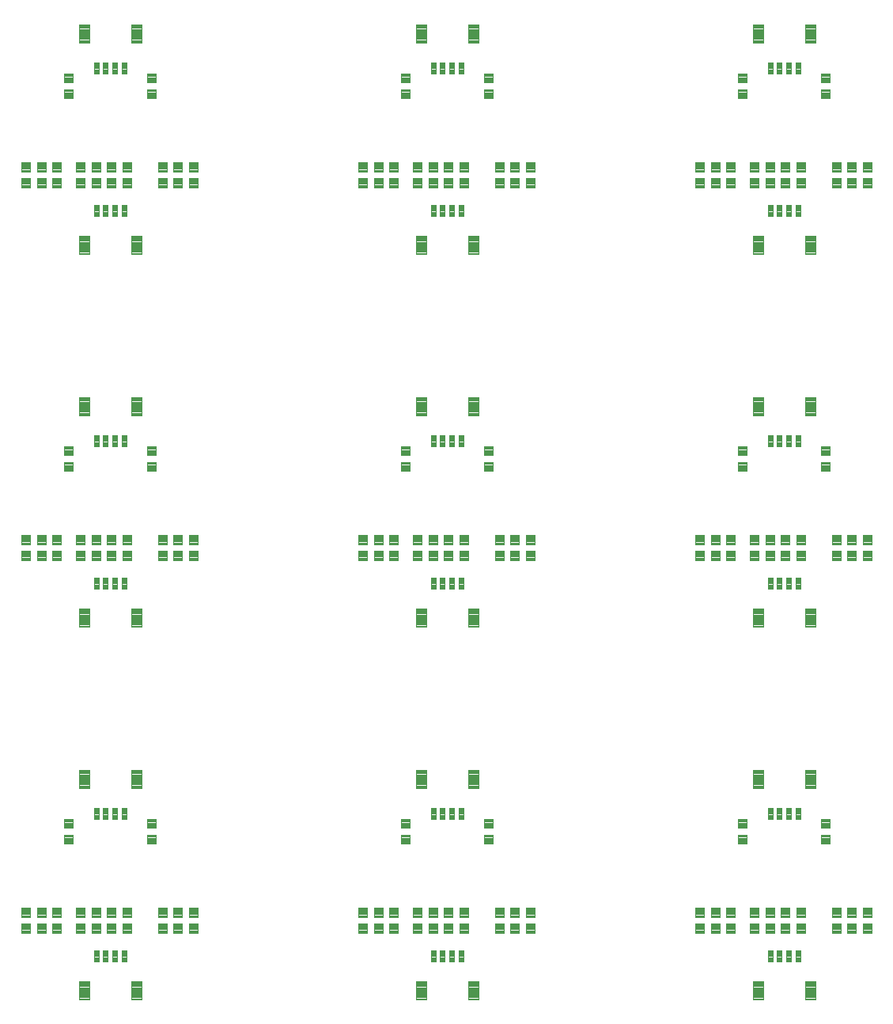
<source format=gtp>
G04 EAGLE Gerber RS-274X export*
G75*
%MOMM*%
%FSLAX34Y34*%
%LPD*%
%INSolderpaste Top*%
%IPPOS*%
%AMOC8*
5,1,8,0,0,1.08239X$1,22.5*%
G01*
%ADD10C,0.100000*%
%ADD11C,0.096000*%
%ADD12C,0.102000*%


D10*
X83130Y149550D02*
X83130Y159550D01*
X92130Y159550D01*
X92130Y149550D01*
X83130Y149550D01*
X83130Y150500D02*
X92130Y150500D01*
X92130Y151450D02*
X83130Y151450D01*
X83130Y152400D02*
X92130Y152400D01*
X92130Y153350D02*
X83130Y153350D01*
X83130Y154300D02*
X92130Y154300D01*
X92130Y155250D02*
X83130Y155250D01*
X83130Y156200D02*
X92130Y156200D01*
X92130Y157150D02*
X83130Y157150D01*
X83130Y158100D02*
X92130Y158100D01*
X92130Y159050D02*
X83130Y159050D01*
X83130Y142550D02*
X83130Y132550D01*
X83130Y142550D02*
X92130Y142550D01*
X92130Y132550D01*
X83130Y132550D01*
X83130Y133500D02*
X92130Y133500D01*
X92130Y134450D02*
X83130Y134450D01*
X83130Y135400D02*
X92130Y135400D01*
X92130Y136350D02*
X83130Y136350D01*
X83130Y137300D02*
X92130Y137300D01*
X92130Y138250D02*
X83130Y138250D01*
X83130Y139200D02*
X92130Y139200D01*
X92130Y140150D02*
X83130Y140150D01*
X83130Y141100D02*
X92130Y141100D01*
X92130Y142050D02*
X83130Y142050D01*
X254690Y142550D02*
X254690Y132550D01*
X245690Y132550D01*
X245690Y142550D01*
X254690Y142550D01*
X254690Y133500D02*
X245690Y133500D01*
X245690Y134450D02*
X254690Y134450D01*
X254690Y135400D02*
X245690Y135400D01*
X245690Y136350D02*
X254690Y136350D01*
X254690Y137300D02*
X245690Y137300D01*
X245690Y138250D02*
X254690Y138250D01*
X254690Y139200D02*
X245690Y139200D01*
X245690Y140150D02*
X254690Y140150D01*
X254690Y141100D02*
X245690Y141100D01*
X245690Y142050D02*
X254690Y142050D01*
X254690Y149550D02*
X254690Y159550D01*
X254690Y149550D02*
X245690Y149550D01*
X245690Y159550D01*
X254690Y159550D01*
X254690Y150500D02*
X245690Y150500D01*
X245690Y151450D02*
X254690Y151450D01*
X254690Y152400D02*
X245690Y152400D01*
X245690Y153350D02*
X254690Y153350D01*
X254690Y154300D02*
X245690Y154300D01*
X245690Y155250D02*
X254690Y155250D01*
X254690Y156200D02*
X245690Y156200D01*
X245690Y157150D02*
X254690Y157150D01*
X254690Y158100D02*
X245690Y158100D01*
X245690Y159050D02*
X254690Y159050D01*
X271200Y142550D02*
X271200Y132550D01*
X262200Y132550D01*
X262200Y142550D01*
X271200Y142550D01*
X271200Y133500D02*
X262200Y133500D01*
X262200Y134450D02*
X271200Y134450D01*
X271200Y135400D02*
X262200Y135400D01*
X262200Y136350D02*
X271200Y136350D01*
X271200Y137300D02*
X262200Y137300D01*
X262200Y138250D02*
X271200Y138250D01*
X271200Y139200D02*
X262200Y139200D01*
X262200Y140150D02*
X271200Y140150D01*
X271200Y141100D02*
X262200Y141100D01*
X262200Y142050D02*
X271200Y142050D01*
X271200Y149550D02*
X271200Y159550D01*
X271200Y149550D02*
X262200Y149550D01*
X262200Y159550D01*
X271200Y159550D01*
X271200Y150500D02*
X262200Y150500D01*
X262200Y151450D02*
X271200Y151450D01*
X271200Y152400D02*
X262200Y152400D01*
X262200Y153350D02*
X271200Y153350D01*
X271200Y154300D02*
X262200Y154300D01*
X262200Y155250D02*
X271200Y155250D01*
X271200Y156200D02*
X262200Y156200D01*
X262200Y157150D02*
X271200Y157150D01*
X271200Y158100D02*
X262200Y158100D01*
X262200Y159050D02*
X271200Y159050D01*
X141550Y159550D02*
X141550Y149550D01*
X141550Y159550D02*
X150550Y159550D01*
X150550Y149550D01*
X141550Y149550D01*
X141550Y150500D02*
X150550Y150500D01*
X150550Y151450D02*
X141550Y151450D01*
X141550Y152400D02*
X150550Y152400D01*
X150550Y153350D02*
X141550Y153350D01*
X141550Y154300D02*
X150550Y154300D01*
X150550Y155250D02*
X141550Y155250D01*
X141550Y156200D02*
X150550Y156200D01*
X150550Y157150D02*
X141550Y157150D01*
X141550Y158100D02*
X150550Y158100D01*
X150550Y159050D02*
X141550Y159050D01*
X141550Y142550D02*
X141550Y132550D01*
X141550Y142550D02*
X150550Y142550D01*
X150550Y132550D01*
X141550Y132550D01*
X141550Y133500D02*
X150550Y133500D01*
X150550Y134450D02*
X141550Y134450D01*
X141550Y135400D02*
X150550Y135400D01*
X150550Y136350D02*
X141550Y136350D01*
X141550Y137300D02*
X150550Y137300D01*
X150550Y138250D02*
X141550Y138250D01*
X141550Y139200D02*
X150550Y139200D01*
X150550Y140150D02*
X141550Y140150D01*
X141550Y141100D02*
X150550Y141100D01*
X150550Y142050D02*
X141550Y142050D01*
X99640Y149550D02*
X99640Y159550D01*
X108640Y159550D01*
X108640Y149550D01*
X99640Y149550D01*
X99640Y150500D02*
X108640Y150500D01*
X108640Y151450D02*
X99640Y151450D01*
X99640Y152400D02*
X108640Y152400D01*
X108640Y153350D02*
X99640Y153350D01*
X99640Y154300D02*
X108640Y154300D01*
X108640Y155250D02*
X99640Y155250D01*
X99640Y156200D02*
X108640Y156200D01*
X108640Y157150D02*
X99640Y157150D01*
X99640Y158100D02*
X108640Y158100D01*
X108640Y159050D02*
X99640Y159050D01*
X99640Y142550D02*
X99640Y132550D01*
X99640Y142550D02*
X108640Y142550D01*
X108640Y132550D01*
X99640Y132550D01*
X99640Y133500D02*
X108640Y133500D01*
X108640Y134450D02*
X99640Y134450D01*
X99640Y135400D02*
X108640Y135400D01*
X108640Y136350D02*
X99640Y136350D01*
X99640Y137300D02*
X108640Y137300D01*
X108640Y138250D02*
X99640Y138250D01*
X99640Y139200D02*
X108640Y139200D01*
X108640Y140150D02*
X99640Y140150D01*
X99640Y141100D02*
X108640Y141100D01*
X108640Y142050D02*
X99640Y142050D01*
X125150Y142550D02*
X125150Y132550D01*
X116150Y132550D01*
X116150Y142550D01*
X125150Y142550D01*
X125150Y133500D02*
X116150Y133500D01*
X116150Y134450D02*
X125150Y134450D01*
X125150Y135400D02*
X116150Y135400D01*
X116150Y136350D02*
X125150Y136350D01*
X125150Y137300D02*
X116150Y137300D01*
X116150Y138250D02*
X125150Y138250D01*
X125150Y139200D02*
X116150Y139200D01*
X116150Y140150D02*
X125150Y140150D01*
X125150Y141100D02*
X116150Y141100D01*
X116150Y142050D02*
X125150Y142050D01*
X125150Y149550D02*
X125150Y159550D01*
X125150Y149550D02*
X116150Y149550D01*
X116150Y159550D01*
X125150Y159550D01*
X125150Y150500D02*
X116150Y150500D01*
X116150Y151450D02*
X125150Y151450D01*
X125150Y152400D02*
X116150Y152400D01*
X116150Y153350D02*
X125150Y153350D01*
X125150Y154300D02*
X116150Y154300D01*
X116150Y155250D02*
X125150Y155250D01*
X125150Y156200D02*
X116150Y156200D01*
X116150Y157150D02*
X125150Y157150D01*
X125150Y158100D02*
X116150Y158100D01*
X116150Y159050D02*
X125150Y159050D01*
X238180Y142550D02*
X238180Y132550D01*
X229180Y132550D01*
X229180Y142550D01*
X238180Y142550D01*
X238180Y133500D02*
X229180Y133500D01*
X229180Y134450D02*
X238180Y134450D01*
X238180Y135400D02*
X229180Y135400D01*
X229180Y136350D02*
X238180Y136350D01*
X238180Y137300D02*
X229180Y137300D01*
X229180Y138250D02*
X238180Y138250D01*
X238180Y139200D02*
X229180Y139200D01*
X229180Y140150D02*
X238180Y140150D01*
X238180Y141100D02*
X229180Y141100D01*
X229180Y142050D02*
X238180Y142050D01*
X238180Y149550D02*
X238180Y159550D01*
X238180Y149550D02*
X229180Y149550D01*
X229180Y159550D01*
X238180Y159550D01*
X238180Y150500D02*
X229180Y150500D01*
X229180Y151450D02*
X238180Y151450D01*
X238180Y152400D02*
X229180Y152400D01*
X229180Y153350D02*
X238180Y153350D01*
X238180Y154300D02*
X229180Y154300D01*
X229180Y155250D02*
X238180Y155250D01*
X238180Y156200D02*
X229180Y156200D01*
X229180Y157150D02*
X238180Y157150D01*
X238180Y158100D02*
X229180Y158100D01*
X229180Y159050D02*
X238180Y159050D01*
D11*
X211320Y306620D02*
X200280Y306620D01*
X211320Y306620D02*
X211320Y287580D01*
X200280Y287580D01*
X200280Y306620D01*
X200280Y288492D02*
X211320Y288492D01*
X211320Y289404D02*
X200280Y289404D01*
X200280Y290316D02*
X211320Y290316D01*
X211320Y291228D02*
X200280Y291228D01*
X200280Y292140D02*
X211320Y292140D01*
X211320Y293052D02*
X200280Y293052D01*
X200280Y293964D02*
X211320Y293964D01*
X211320Y294876D02*
X200280Y294876D01*
X200280Y295788D02*
X211320Y295788D01*
X211320Y296700D02*
X200280Y296700D01*
X200280Y297612D02*
X211320Y297612D01*
X211320Y298524D02*
X200280Y298524D01*
X200280Y299436D02*
X211320Y299436D01*
X211320Y300348D02*
X200280Y300348D01*
X200280Y301260D02*
X211320Y301260D01*
X211320Y302172D02*
X200280Y302172D01*
X200280Y303084D02*
X211320Y303084D01*
X211320Y303996D02*
X200280Y303996D01*
X200280Y304908D02*
X211320Y304908D01*
X211320Y305820D02*
X200280Y305820D01*
X155320Y306620D02*
X144280Y306620D01*
X155320Y306620D02*
X155320Y287580D01*
X144280Y287580D01*
X144280Y306620D01*
X144280Y288492D02*
X155320Y288492D01*
X155320Y289404D02*
X144280Y289404D01*
X144280Y290316D02*
X155320Y290316D01*
X155320Y291228D02*
X144280Y291228D01*
X144280Y292140D02*
X155320Y292140D01*
X155320Y293052D02*
X144280Y293052D01*
X144280Y293964D02*
X155320Y293964D01*
X155320Y294876D02*
X144280Y294876D01*
X144280Y295788D02*
X155320Y295788D01*
X155320Y296700D02*
X144280Y296700D01*
X144280Y297612D02*
X155320Y297612D01*
X155320Y298524D02*
X144280Y298524D01*
X144280Y299436D02*
X155320Y299436D01*
X155320Y300348D02*
X144280Y300348D01*
X144280Y301260D02*
X155320Y301260D01*
X155320Y302172D02*
X144280Y302172D01*
X144280Y303084D02*
X155320Y303084D01*
X155320Y303996D02*
X144280Y303996D01*
X144280Y304908D02*
X155320Y304908D01*
X155320Y305820D02*
X144280Y305820D01*
D12*
X190310Y266590D02*
X195290Y266590D01*
X195290Y254110D01*
X190310Y254110D01*
X190310Y266590D01*
X190310Y255079D02*
X195290Y255079D01*
X195290Y256048D02*
X190310Y256048D01*
X190310Y257017D02*
X195290Y257017D01*
X195290Y257986D02*
X190310Y257986D01*
X190310Y258955D02*
X195290Y258955D01*
X195290Y259924D02*
X190310Y259924D01*
X190310Y260893D02*
X195290Y260893D01*
X195290Y261862D02*
X190310Y261862D01*
X190310Y262831D02*
X195290Y262831D01*
X195290Y263800D02*
X190310Y263800D01*
X190310Y264769D02*
X195290Y264769D01*
X195290Y265738D02*
X190310Y265738D01*
X185290Y266590D02*
X180310Y266590D01*
X185290Y266590D02*
X185290Y254110D01*
X180310Y254110D01*
X180310Y266590D01*
X180310Y255079D02*
X185290Y255079D01*
X185290Y256048D02*
X180310Y256048D01*
X180310Y257017D02*
X185290Y257017D01*
X185290Y257986D02*
X180310Y257986D01*
X180310Y258955D02*
X185290Y258955D01*
X185290Y259924D02*
X180310Y259924D01*
X180310Y260893D02*
X185290Y260893D01*
X185290Y261862D02*
X180310Y261862D01*
X180310Y262831D02*
X185290Y262831D01*
X185290Y263800D02*
X180310Y263800D01*
X180310Y264769D02*
X185290Y264769D01*
X185290Y265738D02*
X180310Y265738D01*
X175290Y266590D02*
X170310Y266590D01*
X175290Y266590D02*
X175290Y254110D01*
X170310Y254110D01*
X170310Y266590D01*
X170310Y255079D02*
X175290Y255079D01*
X175290Y256048D02*
X170310Y256048D01*
X170310Y257017D02*
X175290Y257017D01*
X175290Y257986D02*
X170310Y257986D01*
X170310Y258955D02*
X175290Y258955D01*
X175290Y259924D02*
X170310Y259924D01*
X170310Y260893D02*
X175290Y260893D01*
X175290Y261862D02*
X170310Y261862D01*
X170310Y262831D02*
X175290Y262831D01*
X175290Y263800D02*
X170310Y263800D01*
X170310Y264769D02*
X175290Y264769D01*
X175290Y265738D02*
X170310Y265738D01*
X165290Y266590D02*
X160310Y266590D01*
X165290Y266590D02*
X165290Y254110D01*
X160310Y254110D01*
X160310Y266590D01*
X160310Y255079D02*
X165290Y255079D01*
X165290Y256048D02*
X160310Y256048D01*
X160310Y257017D02*
X165290Y257017D01*
X165290Y257986D02*
X160310Y257986D01*
X160310Y258955D02*
X165290Y258955D01*
X165290Y259924D02*
X160310Y259924D01*
X160310Y260893D02*
X165290Y260893D01*
X165290Y261862D02*
X160310Y261862D01*
X160310Y262831D02*
X165290Y262831D01*
X165290Y263800D02*
X160310Y263800D01*
X160310Y264769D02*
X165290Y264769D01*
X165290Y265738D02*
X160310Y265738D01*
D11*
X155320Y61680D02*
X144280Y61680D01*
X144280Y80720D01*
X155320Y80720D01*
X155320Y61680D01*
X155320Y62592D02*
X144280Y62592D01*
X144280Y63504D02*
X155320Y63504D01*
X155320Y64416D02*
X144280Y64416D01*
X144280Y65328D02*
X155320Y65328D01*
X155320Y66240D02*
X144280Y66240D01*
X144280Y67152D02*
X155320Y67152D01*
X155320Y68064D02*
X144280Y68064D01*
X144280Y68976D02*
X155320Y68976D01*
X155320Y69888D02*
X144280Y69888D01*
X144280Y70800D02*
X155320Y70800D01*
X155320Y71712D02*
X144280Y71712D01*
X144280Y72624D02*
X155320Y72624D01*
X155320Y73536D02*
X144280Y73536D01*
X144280Y74448D02*
X155320Y74448D01*
X155320Y75360D02*
X144280Y75360D01*
X144280Y76272D02*
X155320Y76272D01*
X155320Y77184D02*
X144280Y77184D01*
X144280Y78096D02*
X155320Y78096D01*
X155320Y79008D02*
X144280Y79008D01*
X144280Y79920D02*
X155320Y79920D01*
X200280Y61680D02*
X211320Y61680D01*
X200280Y61680D02*
X200280Y80720D01*
X211320Y80720D01*
X211320Y61680D01*
X211320Y62592D02*
X200280Y62592D01*
X200280Y63504D02*
X211320Y63504D01*
X211320Y64416D02*
X200280Y64416D01*
X200280Y65328D02*
X211320Y65328D01*
X211320Y66240D02*
X200280Y66240D01*
X200280Y67152D02*
X211320Y67152D01*
X211320Y68064D02*
X200280Y68064D01*
X200280Y68976D02*
X211320Y68976D01*
X211320Y69888D02*
X200280Y69888D01*
X200280Y70800D02*
X211320Y70800D01*
X211320Y71712D02*
X200280Y71712D01*
X200280Y72624D02*
X211320Y72624D01*
X211320Y73536D02*
X200280Y73536D01*
X200280Y74448D02*
X211320Y74448D01*
X211320Y75360D02*
X200280Y75360D01*
X200280Y76272D02*
X211320Y76272D01*
X211320Y77184D02*
X200280Y77184D01*
X200280Y78096D02*
X211320Y78096D01*
X211320Y79008D02*
X200280Y79008D01*
X200280Y79920D02*
X211320Y79920D01*
D12*
X165290Y101710D02*
X160310Y101710D01*
X160310Y114190D01*
X165290Y114190D01*
X165290Y101710D01*
X165290Y102679D02*
X160310Y102679D01*
X160310Y103648D02*
X165290Y103648D01*
X165290Y104617D02*
X160310Y104617D01*
X160310Y105586D02*
X165290Y105586D01*
X165290Y106555D02*
X160310Y106555D01*
X160310Y107524D02*
X165290Y107524D01*
X165290Y108493D02*
X160310Y108493D01*
X160310Y109462D02*
X165290Y109462D01*
X165290Y110431D02*
X160310Y110431D01*
X160310Y111400D02*
X165290Y111400D01*
X165290Y112369D02*
X160310Y112369D01*
X160310Y113338D02*
X165290Y113338D01*
X170310Y101710D02*
X175290Y101710D01*
X170310Y101710D02*
X170310Y114190D01*
X175290Y114190D01*
X175290Y101710D01*
X175290Y102679D02*
X170310Y102679D01*
X170310Y103648D02*
X175290Y103648D01*
X175290Y104617D02*
X170310Y104617D01*
X170310Y105586D02*
X175290Y105586D01*
X175290Y106555D02*
X170310Y106555D01*
X170310Y107524D02*
X175290Y107524D01*
X175290Y108493D02*
X170310Y108493D01*
X170310Y109462D02*
X175290Y109462D01*
X175290Y110431D02*
X170310Y110431D01*
X170310Y111400D02*
X175290Y111400D01*
X175290Y112369D02*
X170310Y112369D01*
X170310Y113338D02*
X175290Y113338D01*
X180310Y101710D02*
X185290Y101710D01*
X180310Y101710D02*
X180310Y114190D01*
X185290Y114190D01*
X185290Y101710D01*
X185290Y102679D02*
X180310Y102679D01*
X180310Y103648D02*
X185290Y103648D01*
X185290Y104617D02*
X180310Y104617D01*
X180310Y105586D02*
X185290Y105586D01*
X185290Y106555D02*
X180310Y106555D01*
X180310Y107524D02*
X185290Y107524D01*
X185290Y108493D02*
X180310Y108493D01*
X180310Y109462D02*
X185290Y109462D01*
X185290Y110431D02*
X180310Y110431D01*
X180310Y111400D02*
X185290Y111400D01*
X185290Y112369D02*
X180310Y112369D01*
X180310Y113338D02*
X185290Y113338D01*
X190310Y101710D02*
X195290Y101710D01*
X190310Y101710D02*
X190310Y114190D01*
X195290Y114190D01*
X195290Y101710D01*
X195290Y102679D02*
X190310Y102679D01*
X190310Y103648D02*
X195290Y103648D01*
X195290Y104617D02*
X190310Y104617D01*
X190310Y105586D02*
X195290Y105586D01*
X195290Y106555D02*
X190310Y106555D01*
X190310Y107524D02*
X195290Y107524D01*
X195290Y108493D02*
X190310Y108493D01*
X190310Y109462D02*
X195290Y109462D01*
X195290Y110431D02*
X190310Y110431D01*
X190310Y111400D02*
X195290Y111400D01*
X195290Y112369D02*
X190310Y112369D01*
X190310Y113338D02*
X195290Y113338D01*
D10*
X167060Y132550D02*
X167060Y142550D01*
X167060Y132550D02*
X158060Y132550D01*
X158060Y142550D01*
X167060Y142550D01*
X167060Y133500D02*
X158060Y133500D01*
X158060Y134450D02*
X167060Y134450D01*
X167060Y135400D02*
X158060Y135400D01*
X158060Y136350D02*
X167060Y136350D01*
X167060Y137300D02*
X158060Y137300D01*
X158060Y138250D02*
X167060Y138250D01*
X167060Y139200D02*
X158060Y139200D01*
X158060Y140150D02*
X167060Y140150D01*
X167060Y141100D02*
X158060Y141100D01*
X158060Y142050D02*
X167060Y142050D01*
X167060Y149550D02*
X167060Y159550D01*
X167060Y149550D02*
X158060Y149550D01*
X158060Y159550D01*
X167060Y159550D01*
X167060Y150500D02*
X158060Y150500D01*
X158060Y151450D02*
X167060Y151450D01*
X167060Y152400D02*
X158060Y152400D01*
X158060Y153350D02*
X167060Y153350D01*
X167060Y154300D02*
X158060Y154300D01*
X158060Y155250D02*
X167060Y155250D01*
X167060Y156200D02*
X158060Y156200D01*
X158060Y157150D02*
X167060Y157150D01*
X167060Y158100D02*
X158060Y158100D01*
X158060Y159050D02*
X167060Y159050D01*
X191080Y159550D02*
X191080Y149550D01*
X191080Y159550D02*
X200080Y159550D01*
X200080Y149550D01*
X191080Y149550D01*
X191080Y150500D02*
X200080Y150500D01*
X200080Y151450D02*
X191080Y151450D01*
X191080Y152400D02*
X200080Y152400D01*
X200080Y153350D02*
X191080Y153350D01*
X191080Y154300D02*
X200080Y154300D01*
X200080Y155250D02*
X191080Y155250D01*
X191080Y156200D02*
X200080Y156200D01*
X200080Y157150D02*
X191080Y157150D01*
X191080Y158100D02*
X200080Y158100D01*
X200080Y159050D02*
X191080Y159050D01*
X191080Y142550D02*
X191080Y132550D01*
X191080Y142550D02*
X200080Y142550D01*
X200080Y132550D01*
X191080Y132550D01*
X191080Y133500D02*
X200080Y133500D01*
X200080Y134450D02*
X191080Y134450D01*
X191080Y135400D02*
X200080Y135400D01*
X200080Y136350D02*
X191080Y136350D01*
X191080Y137300D02*
X200080Y137300D01*
X200080Y138250D02*
X191080Y138250D01*
X191080Y139200D02*
X200080Y139200D01*
X200080Y140150D02*
X191080Y140150D01*
X191080Y141100D02*
X200080Y141100D01*
X200080Y142050D02*
X191080Y142050D01*
X174570Y149550D02*
X174570Y159550D01*
X183570Y159550D01*
X183570Y149550D01*
X174570Y149550D01*
X174570Y150500D02*
X183570Y150500D01*
X183570Y151450D02*
X174570Y151450D01*
X174570Y152400D02*
X183570Y152400D01*
X183570Y153350D02*
X174570Y153350D01*
X174570Y154300D02*
X183570Y154300D01*
X183570Y155250D02*
X174570Y155250D01*
X174570Y156200D02*
X183570Y156200D01*
X183570Y157150D02*
X174570Y157150D01*
X174570Y158100D02*
X183570Y158100D01*
X183570Y159050D02*
X174570Y159050D01*
X174570Y142550D02*
X174570Y132550D01*
X174570Y142550D02*
X183570Y142550D01*
X183570Y132550D01*
X174570Y132550D01*
X174570Y133500D02*
X183570Y133500D01*
X183570Y134450D02*
X174570Y134450D01*
X174570Y135400D02*
X183570Y135400D01*
X183570Y136350D02*
X174570Y136350D01*
X174570Y137300D02*
X183570Y137300D01*
X183570Y138250D02*
X174570Y138250D01*
X174570Y139200D02*
X183570Y139200D01*
X183570Y140150D02*
X174570Y140150D01*
X174570Y141100D02*
X183570Y141100D01*
X183570Y142050D02*
X174570Y142050D01*
X128850Y244800D02*
X128850Y254800D01*
X137850Y254800D01*
X137850Y244800D01*
X128850Y244800D01*
X128850Y245750D02*
X137850Y245750D01*
X137850Y246700D02*
X128850Y246700D01*
X128850Y247650D02*
X137850Y247650D01*
X137850Y248600D02*
X128850Y248600D01*
X128850Y249550D02*
X137850Y249550D01*
X137850Y250500D02*
X128850Y250500D01*
X128850Y251450D02*
X137850Y251450D01*
X137850Y252400D02*
X128850Y252400D01*
X128850Y253350D02*
X137850Y253350D01*
X137850Y254300D02*
X128850Y254300D01*
X128850Y237800D02*
X128850Y227800D01*
X128850Y237800D02*
X137850Y237800D01*
X137850Y227800D01*
X128850Y227800D01*
X128850Y228750D02*
X137850Y228750D01*
X137850Y229700D02*
X128850Y229700D01*
X128850Y230650D02*
X137850Y230650D01*
X137850Y231600D02*
X128850Y231600D01*
X128850Y232550D02*
X137850Y232550D01*
X137850Y233500D02*
X128850Y233500D01*
X128850Y234450D02*
X137850Y234450D01*
X137850Y235400D02*
X128850Y235400D01*
X128850Y236350D02*
X137850Y236350D01*
X137850Y237300D02*
X128850Y237300D01*
X217750Y244800D02*
X217750Y254800D01*
X226750Y254800D01*
X226750Y244800D01*
X217750Y244800D01*
X217750Y245750D02*
X226750Y245750D01*
X226750Y246700D02*
X217750Y246700D01*
X217750Y247650D02*
X226750Y247650D01*
X226750Y248600D02*
X217750Y248600D01*
X217750Y249550D02*
X226750Y249550D01*
X226750Y250500D02*
X217750Y250500D01*
X217750Y251450D02*
X226750Y251450D01*
X226750Y252400D02*
X217750Y252400D01*
X217750Y253350D02*
X226750Y253350D01*
X226750Y254300D02*
X217750Y254300D01*
X217750Y237800D02*
X217750Y227800D01*
X217750Y237800D02*
X226750Y237800D01*
X226750Y227800D01*
X217750Y227800D01*
X217750Y228750D02*
X226750Y228750D01*
X226750Y229700D02*
X217750Y229700D01*
X217750Y230650D02*
X226750Y230650D01*
X226750Y231600D02*
X217750Y231600D01*
X217750Y232550D02*
X226750Y232550D01*
X226750Y233500D02*
X217750Y233500D01*
X217750Y234450D02*
X226750Y234450D01*
X226750Y235400D02*
X217750Y235400D01*
X217750Y236350D02*
X226750Y236350D01*
X226750Y237300D02*
X217750Y237300D01*
X443810Y159550D02*
X443810Y149550D01*
X443810Y159550D02*
X452810Y159550D01*
X452810Y149550D01*
X443810Y149550D01*
X443810Y150500D02*
X452810Y150500D01*
X452810Y151450D02*
X443810Y151450D01*
X443810Y152400D02*
X452810Y152400D01*
X452810Y153350D02*
X443810Y153350D01*
X443810Y154300D02*
X452810Y154300D01*
X452810Y155250D02*
X443810Y155250D01*
X443810Y156200D02*
X452810Y156200D01*
X452810Y157150D02*
X443810Y157150D01*
X443810Y158100D02*
X452810Y158100D01*
X452810Y159050D02*
X443810Y159050D01*
X443810Y142550D02*
X443810Y132550D01*
X443810Y142550D02*
X452810Y142550D01*
X452810Y132550D01*
X443810Y132550D01*
X443810Y133500D02*
X452810Y133500D01*
X452810Y134450D02*
X443810Y134450D01*
X443810Y135400D02*
X452810Y135400D01*
X452810Y136350D02*
X443810Y136350D01*
X443810Y137300D02*
X452810Y137300D01*
X452810Y138250D02*
X443810Y138250D01*
X443810Y139200D02*
X452810Y139200D01*
X452810Y140150D02*
X443810Y140150D01*
X443810Y141100D02*
X452810Y141100D01*
X452810Y142050D02*
X443810Y142050D01*
X615370Y142550D02*
X615370Y132550D01*
X606370Y132550D01*
X606370Y142550D01*
X615370Y142550D01*
X615370Y133500D02*
X606370Y133500D01*
X606370Y134450D02*
X615370Y134450D01*
X615370Y135400D02*
X606370Y135400D01*
X606370Y136350D02*
X615370Y136350D01*
X615370Y137300D02*
X606370Y137300D01*
X606370Y138250D02*
X615370Y138250D01*
X615370Y139200D02*
X606370Y139200D01*
X606370Y140150D02*
X615370Y140150D01*
X615370Y141100D02*
X606370Y141100D01*
X606370Y142050D02*
X615370Y142050D01*
X615370Y149550D02*
X615370Y159550D01*
X615370Y149550D02*
X606370Y149550D01*
X606370Y159550D01*
X615370Y159550D01*
X615370Y150500D02*
X606370Y150500D01*
X606370Y151450D02*
X615370Y151450D01*
X615370Y152400D02*
X606370Y152400D01*
X606370Y153350D02*
X615370Y153350D01*
X615370Y154300D02*
X606370Y154300D01*
X606370Y155250D02*
X615370Y155250D01*
X615370Y156200D02*
X606370Y156200D01*
X606370Y157150D02*
X615370Y157150D01*
X615370Y158100D02*
X606370Y158100D01*
X606370Y159050D02*
X615370Y159050D01*
X631880Y142550D02*
X631880Y132550D01*
X622880Y132550D01*
X622880Y142550D01*
X631880Y142550D01*
X631880Y133500D02*
X622880Y133500D01*
X622880Y134450D02*
X631880Y134450D01*
X631880Y135400D02*
X622880Y135400D01*
X622880Y136350D02*
X631880Y136350D01*
X631880Y137300D02*
X622880Y137300D01*
X622880Y138250D02*
X631880Y138250D01*
X631880Y139200D02*
X622880Y139200D01*
X622880Y140150D02*
X631880Y140150D01*
X631880Y141100D02*
X622880Y141100D01*
X622880Y142050D02*
X631880Y142050D01*
X631880Y149550D02*
X631880Y159550D01*
X631880Y149550D02*
X622880Y149550D01*
X622880Y159550D01*
X631880Y159550D01*
X631880Y150500D02*
X622880Y150500D01*
X622880Y151450D02*
X631880Y151450D01*
X631880Y152400D02*
X622880Y152400D01*
X622880Y153350D02*
X631880Y153350D01*
X631880Y154300D02*
X622880Y154300D01*
X622880Y155250D02*
X631880Y155250D01*
X631880Y156200D02*
X622880Y156200D01*
X622880Y157150D02*
X631880Y157150D01*
X631880Y158100D02*
X622880Y158100D01*
X622880Y159050D02*
X631880Y159050D01*
X502230Y159550D02*
X502230Y149550D01*
X502230Y159550D02*
X511230Y159550D01*
X511230Y149550D01*
X502230Y149550D01*
X502230Y150500D02*
X511230Y150500D01*
X511230Y151450D02*
X502230Y151450D01*
X502230Y152400D02*
X511230Y152400D01*
X511230Y153350D02*
X502230Y153350D01*
X502230Y154300D02*
X511230Y154300D01*
X511230Y155250D02*
X502230Y155250D01*
X502230Y156200D02*
X511230Y156200D01*
X511230Y157150D02*
X502230Y157150D01*
X502230Y158100D02*
X511230Y158100D01*
X511230Y159050D02*
X502230Y159050D01*
X502230Y142550D02*
X502230Y132550D01*
X502230Y142550D02*
X511230Y142550D01*
X511230Y132550D01*
X502230Y132550D01*
X502230Y133500D02*
X511230Y133500D01*
X511230Y134450D02*
X502230Y134450D01*
X502230Y135400D02*
X511230Y135400D01*
X511230Y136350D02*
X502230Y136350D01*
X502230Y137300D02*
X511230Y137300D01*
X511230Y138250D02*
X502230Y138250D01*
X502230Y139200D02*
X511230Y139200D01*
X511230Y140150D02*
X502230Y140150D01*
X502230Y141100D02*
X511230Y141100D01*
X511230Y142050D02*
X502230Y142050D01*
X460320Y149550D02*
X460320Y159550D01*
X469320Y159550D01*
X469320Y149550D01*
X460320Y149550D01*
X460320Y150500D02*
X469320Y150500D01*
X469320Y151450D02*
X460320Y151450D01*
X460320Y152400D02*
X469320Y152400D01*
X469320Y153350D02*
X460320Y153350D01*
X460320Y154300D02*
X469320Y154300D01*
X469320Y155250D02*
X460320Y155250D01*
X460320Y156200D02*
X469320Y156200D01*
X469320Y157150D02*
X460320Y157150D01*
X460320Y158100D02*
X469320Y158100D01*
X469320Y159050D02*
X460320Y159050D01*
X460320Y142550D02*
X460320Y132550D01*
X460320Y142550D02*
X469320Y142550D01*
X469320Y132550D01*
X460320Y132550D01*
X460320Y133500D02*
X469320Y133500D01*
X469320Y134450D02*
X460320Y134450D01*
X460320Y135400D02*
X469320Y135400D01*
X469320Y136350D02*
X460320Y136350D01*
X460320Y137300D02*
X469320Y137300D01*
X469320Y138250D02*
X460320Y138250D01*
X460320Y139200D02*
X469320Y139200D01*
X469320Y140150D02*
X460320Y140150D01*
X460320Y141100D02*
X469320Y141100D01*
X469320Y142050D02*
X460320Y142050D01*
X485830Y142550D02*
X485830Y132550D01*
X476830Y132550D01*
X476830Y142550D01*
X485830Y142550D01*
X485830Y133500D02*
X476830Y133500D01*
X476830Y134450D02*
X485830Y134450D01*
X485830Y135400D02*
X476830Y135400D01*
X476830Y136350D02*
X485830Y136350D01*
X485830Y137300D02*
X476830Y137300D01*
X476830Y138250D02*
X485830Y138250D01*
X485830Y139200D02*
X476830Y139200D01*
X476830Y140150D02*
X485830Y140150D01*
X485830Y141100D02*
X476830Y141100D01*
X476830Y142050D02*
X485830Y142050D01*
X485830Y149550D02*
X485830Y159550D01*
X485830Y149550D02*
X476830Y149550D01*
X476830Y159550D01*
X485830Y159550D01*
X485830Y150500D02*
X476830Y150500D01*
X476830Y151450D02*
X485830Y151450D01*
X485830Y152400D02*
X476830Y152400D01*
X476830Y153350D02*
X485830Y153350D01*
X485830Y154300D02*
X476830Y154300D01*
X476830Y155250D02*
X485830Y155250D01*
X485830Y156200D02*
X476830Y156200D01*
X476830Y157150D02*
X485830Y157150D01*
X485830Y158100D02*
X476830Y158100D01*
X476830Y159050D02*
X485830Y159050D01*
X598860Y142550D02*
X598860Y132550D01*
X589860Y132550D01*
X589860Y142550D01*
X598860Y142550D01*
X598860Y133500D02*
X589860Y133500D01*
X589860Y134450D02*
X598860Y134450D01*
X598860Y135400D02*
X589860Y135400D01*
X589860Y136350D02*
X598860Y136350D01*
X598860Y137300D02*
X589860Y137300D01*
X589860Y138250D02*
X598860Y138250D01*
X598860Y139200D02*
X589860Y139200D01*
X589860Y140150D02*
X598860Y140150D01*
X598860Y141100D02*
X589860Y141100D01*
X589860Y142050D02*
X598860Y142050D01*
X598860Y149550D02*
X598860Y159550D01*
X598860Y149550D02*
X589860Y149550D01*
X589860Y159550D01*
X598860Y159550D01*
X598860Y150500D02*
X589860Y150500D01*
X589860Y151450D02*
X598860Y151450D01*
X598860Y152400D02*
X589860Y152400D01*
X589860Y153350D02*
X598860Y153350D01*
X598860Y154300D02*
X589860Y154300D01*
X589860Y155250D02*
X598860Y155250D01*
X598860Y156200D02*
X589860Y156200D01*
X589860Y157150D02*
X598860Y157150D01*
X598860Y158100D02*
X589860Y158100D01*
X589860Y159050D02*
X598860Y159050D01*
D11*
X572000Y306620D02*
X560960Y306620D01*
X572000Y306620D02*
X572000Y287580D01*
X560960Y287580D01*
X560960Y306620D01*
X560960Y288492D02*
X572000Y288492D01*
X572000Y289404D02*
X560960Y289404D01*
X560960Y290316D02*
X572000Y290316D01*
X572000Y291228D02*
X560960Y291228D01*
X560960Y292140D02*
X572000Y292140D01*
X572000Y293052D02*
X560960Y293052D01*
X560960Y293964D02*
X572000Y293964D01*
X572000Y294876D02*
X560960Y294876D01*
X560960Y295788D02*
X572000Y295788D01*
X572000Y296700D02*
X560960Y296700D01*
X560960Y297612D02*
X572000Y297612D01*
X572000Y298524D02*
X560960Y298524D01*
X560960Y299436D02*
X572000Y299436D01*
X572000Y300348D02*
X560960Y300348D01*
X560960Y301260D02*
X572000Y301260D01*
X572000Y302172D02*
X560960Y302172D01*
X560960Y303084D02*
X572000Y303084D01*
X572000Y303996D02*
X560960Y303996D01*
X560960Y304908D02*
X572000Y304908D01*
X572000Y305820D02*
X560960Y305820D01*
X516000Y306620D02*
X504960Y306620D01*
X516000Y306620D02*
X516000Y287580D01*
X504960Y287580D01*
X504960Y306620D01*
X504960Y288492D02*
X516000Y288492D01*
X516000Y289404D02*
X504960Y289404D01*
X504960Y290316D02*
X516000Y290316D01*
X516000Y291228D02*
X504960Y291228D01*
X504960Y292140D02*
X516000Y292140D01*
X516000Y293052D02*
X504960Y293052D01*
X504960Y293964D02*
X516000Y293964D01*
X516000Y294876D02*
X504960Y294876D01*
X504960Y295788D02*
X516000Y295788D01*
X516000Y296700D02*
X504960Y296700D01*
X504960Y297612D02*
X516000Y297612D01*
X516000Y298524D02*
X504960Y298524D01*
X504960Y299436D02*
X516000Y299436D01*
X516000Y300348D02*
X504960Y300348D01*
X504960Y301260D02*
X516000Y301260D01*
X516000Y302172D02*
X504960Y302172D01*
X504960Y303084D02*
X516000Y303084D01*
X516000Y303996D02*
X504960Y303996D01*
X504960Y304908D02*
X516000Y304908D01*
X516000Y305820D02*
X504960Y305820D01*
D12*
X550990Y266590D02*
X555970Y266590D01*
X555970Y254110D01*
X550990Y254110D01*
X550990Y266590D01*
X550990Y255079D02*
X555970Y255079D01*
X555970Y256048D02*
X550990Y256048D01*
X550990Y257017D02*
X555970Y257017D01*
X555970Y257986D02*
X550990Y257986D01*
X550990Y258955D02*
X555970Y258955D01*
X555970Y259924D02*
X550990Y259924D01*
X550990Y260893D02*
X555970Y260893D01*
X555970Y261862D02*
X550990Y261862D01*
X550990Y262831D02*
X555970Y262831D01*
X555970Y263800D02*
X550990Y263800D01*
X550990Y264769D02*
X555970Y264769D01*
X555970Y265738D02*
X550990Y265738D01*
X545970Y266590D02*
X540990Y266590D01*
X545970Y266590D02*
X545970Y254110D01*
X540990Y254110D01*
X540990Y266590D01*
X540990Y255079D02*
X545970Y255079D01*
X545970Y256048D02*
X540990Y256048D01*
X540990Y257017D02*
X545970Y257017D01*
X545970Y257986D02*
X540990Y257986D01*
X540990Y258955D02*
X545970Y258955D01*
X545970Y259924D02*
X540990Y259924D01*
X540990Y260893D02*
X545970Y260893D01*
X545970Y261862D02*
X540990Y261862D01*
X540990Y262831D02*
X545970Y262831D01*
X545970Y263800D02*
X540990Y263800D01*
X540990Y264769D02*
X545970Y264769D01*
X545970Y265738D02*
X540990Y265738D01*
X535970Y266590D02*
X530990Y266590D01*
X535970Y266590D02*
X535970Y254110D01*
X530990Y254110D01*
X530990Y266590D01*
X530990Y255079D02*
X535970Y255079D01*
X535970Y256048D02*
X530990Y256048D01*
X530990Y257017D02*
X535970Y257017D01*
X535970Y257986D02*
X530990Y257986D01*
X530990Y258955D02*
X535970Y258955D01*
X535970Y259924D02*
X530990Y259924D01*
X530990Y260893D02*
X535970Y260893D01*
X535970Y261862D02*
X530990Y261862D01*
X530990Y262831D02*
X535970Y262831D01*
X535970Y263800D02*
X530990Y263800D01*
X530990Y264769D02*
X535970Y264769D01*
X535970Y265738D02*
X530990Y265738D01*
X525970Y266590D02*
X520990Y266590D01*
X525970Y266590D02*
X525970Y254110D01*
X520990Y254110D01*
X520990Y266590D01*
X520990Y255079D02*
X525970Y255079D01*
X525970Y256048D02*
X520990Y256048D01*
X520990Y257017D02*
X525970Y257017D01*
X525970Y257986D02*
X520990Y257986D01*
X520990Y258955D02*
X525970Y258955D01*
X525970Y259924D02*
X520990Y259924D01*
X520990Y260893D02*
X525970Y260893D01*
X525970Y261862D02*
X520990Y261862D01*
X520990Y262831D02*
X525970Y262831D01*
X525970Y263800D02*
X520990Y263800D01*
X520990Y264769D02*
X525970Y264769D01*
X525970Y265738D02*
X520990Y265738D01*
D11*
X516000Y61680D02*
X504960Y61680D01*
X504960Y80720D01*
X516000Y80720D01*
X516000Y61680D01*
X516000Y62592D02*
X504960Y62592D01*
X504960Y63504D02*
X516000Y63504D01*
X516000Y64416D02*
X504960Y64416D01*
X504960Y65328D02*
X516000Y65328D01*
X516000Y66240D02*
X504960Y66240D01*
X504960Y67152D02*
X516000Y67152D01*
X516000Y68064D02*
X504960Y68064D01*
X504960Y68976D02*
X516000Y68976D01*
X516000Y69888D02*
X504960Y69888D01*
X504960Y70800D02*
X516000Y70800D01*
X516000Y71712D02*
X504960Y71712D01*
X504960Y72624D02*
X516000Y72624D01*
X516000Y73536D02*
X504960Y73536D01*
X504960Y74448D02*
X516000Y74448D01*
X516000Y75360D02*
X504960Y75360D01*
X504960Y76272D02*
X516000Y76272D01*
X516000Y77184D02*
X504960Y77184D01*
X504960Y78096D02*
X516000Y78096D01*
X516000Y79008D02*
X504960Y79008D01*
X504960Y79920D02*
X516000Y79920D01*
X560960Y61680D02*
X572000Y61680D01*
X560960Y61680D02*
X560960Y80720D01*
X572000Y80720D01*
X572000Y61680D01*
X572000Y62592D02*
X560960Y62592D01*
X560960Y63504D02*
X572000Y63504D01*
X572000Y64416D02*
X560960Y64416D01*
X560960Y65328D02*
X572000Y65328D01*
X572000Y66240D02*
X560960Y66240D01*
X560960Y67152D02*
X572000Y67152D01*
X572000Y68064D02*
X560960Y68064D01*
X560960Y68976D02*
X572000Y68976D01*
X572000Y69888D02*
X560960Y69888D01*
X560960Y70800D02*
X572000Y70800D01*
X572000Y71712D02*
X560960Y71712D01*
X560960Y72624D02*
X572000Y72624D01*
X572000Y73536D02*
X560960Y73536D01*
X560960Y74448D02*
X572000Y74448D01*
X572000Y75360D02*
X560960Y75360D01*
X560960Y76272D02*
X572000Y76272D01*
X572000Y77184D02*
X560960Y77184D01*
X560960Y78096D02*
X572000Y78096D01*
X572000Y79008D02*
X560960Y79008D01*
X560960Y79920D02*
X572000Y79920D01*
D12*
X525970Y101710D02*
X520990Y101710D01*
X520990Y114190D01*
X525970Y114190D01*
X525970Y101710D01*
X525970Y102679D02*
X520990Y102679D01*
X520990Y103648D02*
X525970Y103648D01*
X525970Y104617D02*
X520990Y104617D01*
X520990Y105586D02*
X525970Y105586D01*
X525970Y106555D02*
X520990Y106555D01*
X520990Y107524D02*
X525970Y107524D01*
X525970Y108493D02*
X520990Y108493D01*
X520990Y109462D02*
X525970Y109462D01*
X525970Y110431D02*
X520990Y110431D01*
X520990Y111400D02*
X525970Y111400D01*
X525970Y112369D02*
X520990Y112369D01*
X520990Y113338D02*
X525970Y113338D01*
X530990Y101710D02*
X535970Y101710D01*
X530990Y101710D02*
X530990Y114190D01*
X535970Y114190D01*
X535970Y101710D01*
X535970Y102679D02*
X530990Y102679D01*
X530990Y103648D02*
X535970Y103648D01*
X535970Y104617D02*
X530990Y104617D01*
X530990Y105586D02*
X535970Y105586D01*
X535970Y106555D02*
X530990Y106555D01*
X530990Y107524D02*
X535970Y107524D01*
X535970Y108493D02*
X530990Y108493D01*
X530990Y109462D02*
X535970Y109462D01*
X535970Y110431D02*
X530990Y110431D01*
X530990Y111400D02*
X535970Y111400D01*
X535970Y112369D02*
X530990Y112369D01*
X530990Y113338D02*
X535970Y113338D01*
X540990Y101710D02*
X545970Y101710D01*
X540990Y101710D02*
X540990Y114190D01*
X545970Y114190D01*
X545970Y101710D01*
X545970Y102679D02*
X540990Y102679D01*
X540990Y103648D02*
X545970Y103648D01*
X545970Y104617D02*
X540990Y104617D01*
X540990Y105586D02*
X545970Y105586D01*
X545970Y106555D02*
X540990Y106555D01*
X540990Y107524D02*
X545970Y107524D01*
X545970Y108493D02*
X540990Y108493D01*
X540990Y109462D02*
X545970Y109462D01*
X545970Y110431D02*
X540990Y110431D01*
X540990Y111400D02*
X545970Y111400D01*
X545970Y112369D02*
X540990Y112369D01*
X540990Y113338D02*
X545970Y113338D01*
X550990Y101710D02*
X555970Y101710D01*
X550990Y101710D02*
X550990Y114190D01*
X555970Y114190D01*
X555970Y101710D01*
X555970Y102679D02*
X550990Y102679D01*
X550990Y103648D02*
X555970Y103648D01*
X555970Y104617D02*
X550990Y104617D01*
X550990Y105586D02*
X555970Y105586D01*
X555970Y106555D02*
X550990Y106555D01*
X550990Y107524D02*
X555970Y107524D01*
X555970Y108493D02*
X550990Y108493D01*
X550990Y109462D02*
X555970Y109462D01*
X555970Y110431D02*
X550990Y110431D01*
X550990Y111400D02*
X555970Y111400D01*
X555970Y112369D02*
X550990Y112369D01*
X550990Y113338D02*
X555970Y113338D01*
D10*
X527740Y132550D02*
X527740Y142550D01*
X527740Y132550D02*
X518740Y132550D01*
X518740Y142550D01*
X527740Y142550D01*
X527740Y133500D02*
X518740Y133500D01*
X518740Y134450D02*
X527740Y134450D01*
X527740Y135400D02*
X518740Y135400D01*
X518740Y136350D02*
X527740Y136350D01*
X527740Y137300D02*
X518740Y137300D01*
X518740Y138250D02*
X527740Y138250D01*
X527740Y139200D02*
X518740Y139200D01*
X518740Y140150D02*
X527740Y140150D01*
X527740Y141100D02*
X518740Y141100D01*
X518740Y142050D02*
X527740Y142050D01*
X527740Y149550D02*
X527740Y159550D01*
X527740Y149550D02*
X518740Y149550D01*
X518740Y159550D01*
X527740Y159550D01*
X527740Y150500D02*
X518740Y150500D01*
X518740Y151450D02*
X527740Y151450D01*
X527740Y152400D02*
X518740Y152400D01*
X518740Y153350D02*
X527740Y153350D01*
X527740Y154300D02*
X518740Y154300D01*
X518740Y155250D02*
X527740Y155250D01*
X527740Y156200D02*
X518740Y156200D01*
X518740Y157150D02*
X527740Y157150D01*
X527740Y158100D02*
X518740Y158100D01*
X518740Y159050D02*
X527740Y159050D01*
X551760Y159550D02*
X551760Y149550D01*
X551760Y159550D02*
X560760Y159550D01*
X560760Y149550D01*
X551760Y149550D01*
X551760Y150500D02*
X560760Y150500D01*
X560760Y151450D02*
X551760Y151450D01*
X551760Y152400D02*
X560760Y152400D01*
X560760Y153350D02*
X551760Y153350D01*
X551760Y154300D02*
X560760Y154300D01*
X560760Y155250D02*
X551760Y155250D01*
X551760Y156200D02*
X560760Y156200D01*
X560760Y157150D02*
X551760Y157150D01*
X551760Y158100D02*
X560760Y158100D01*
X560760Y159050D02*
X551760Y159050D01*
X551760Y142550D02*
X551760Y132550D01*
X551760Y142550D02*
X560760Y142550D01*
X560760Y132550D01*
X551760Y132550D01*
X551760Y133500D02*
X560760Y133500D01*
X560760Y134450D02*
X551760Y134450D01*
X551760Y135400D02*
X560760Y135400D01*
X560760Y136350D02*
X551760Y136350D01*
X551760Y137300D02*
X560760Y137300D01*
X560760Y138250D02*
X551760Y138250D01*
X551760Y139200D02*
X560760Y139200D01*
X560760Y140150D02*
X551760Y140150D01*
X551760Y141100D02*
X560760Y141100D01*
X560760Y142050D02*
X551760Y142050D01*
X535250Y149550D02*
X535250Y159550D01*
X544250Y159550D01*
X544250Y149550D01*
X535250Y149550D01*
X535250Y150500D02*
X544250Y150500D01*
X544250Y151450D02*
X535250Y151450D01*
X535250Y152400D02*
X544250Y152400D01*
X544250Y153350D02*
X535250Y153350D01*
X535250Y154300D02*
X544250Y154300D01*
X544250Y155250D02*
X535250Y155250D01*
X535250Y156200D02*
X544250Y156200D01*
X544250Y157150D02*
X535250Y157150D01*
X535250Y158100D02*
X544250Y158100D01*
X544250Y159050D02*
X535250Y159050D01*
X535250Y142550D02*
X535250Y132550D01*
X535250Y142550D02*
X544250Y142550D01*
X544250Y132550D01*
X535250Y132550D01*
X535250Y133500D02*
X544250Y133500D01*
X544250Y134450D02*
X535250Y134450D01*
X535250Y135400D02*
X544250Y135400D01*
X544250Y136350D02*
X535250Y136350D01*
X535250Y137300D02*
X544250Y137300D01*
X544250Y138250D02*
X535250Y138250D01*
X535250Y139200D02*
X544250Y139200D01*
X544250Y140150D02*
X535250Y140150D01*
X535250Y141100D02*
X544250Y141100D01*
X544250Y142050D02*
X535250Y142050D01*
X489530Y244800D02*
X489530Y254800D01*
X498530Y254800D01*
X498530Y244800D01*
X489530Y244800D01*
X489530Y245750D02*
X498530Y245750D01*
X498530Y246700D02*
X489530Y246700D01*
X489530Y247650D02*
X498530Y247650D01*
X498530Y248600D02*
X489530Y248600D01*
X489530Y249550D02*
X498530Y249550D01*
X498530Y250500D02*
X489530Y250500D01*
X489530Y251450D02*
X498530Y251450D01*
X498530Y252400D02*
X489530Y252400D01*
X489530Y253350D02*
X498530Y253350D01*
X498530Y254300D02*
X489530Y254300D01*
X489530Y237800D02*
X489530Y227800D01*
X489530Y237800D02*
X498530Y237800D01*
X498530Y227800D01*
X489530Y227800D01*
X489530Y228750D02*
X498530Y228750D01*
X498530Y229700D02*
X489530Y229700D01*
X489530Y230650D02*
X498530Y230650D01*
X498530Y231600D02*
X489530Y231600D01*
X489530Y232550D02*
X498530Y232550D01*
X498530Y233500D02*
X489530Y233500D01*
X489530Y234450D02*
X498530Y234450D01*
X498530Y235400D02*
X489530Y235400D01*
X489530Y236350D02*
X498530Y236350D01*
X498530Y237300D02*
X489530Y237300D01*
X578430Y244800D02*
X578430Y254800D01*
X587430Y254800D01*
X587430Y244800D01*
X578430Y244800D01*
X578430Y245750D02*
X587430Y245750D01*
X587430Y246700D02*
X578430Y246700D01*
X578430Y247650D02*
X587430Y247650D01*
X587430Y248600D02*
X578430Y248600D01*
X578430Y249550D02*
X587430Y249550D01*
X587430Y250500D02*
X578430Y250500D01*
X578430Y251450D02*
X587430Y251450D01*
X587430Y252400D02*
X578430Y252400D01*
X578430Y253350D02*
X587430Y253350D01*
X587430Y254300D02*
X578430Y254300D01*
X578430Y237800D02*
X578430Y227800D01*
X578430Y237800D02*
X587430Y237800D01*
X587430Y227800D01*
X578430Y227800D01*
X578430Y228750D02*
X587430Y228750D01*
X587430Y229700D02*
X578430Y229700D01*
X578430Y230650D02*
X587430Y230650D01*
X587430Y231600D02*
X578430Y231600D01*
X578430Y232550D02*
X587430Y232550D01*
X587430Y233500D02*
X578430Y233500D01*
X578430Y234450D02*
X587430Y234450D01*
X587430Y235400D02*
X578430Y235400D01*
X578430Y236350D02*
X587430Y236350D01*
X587430Y237300D02*
X578430Y237300D01*
X804490Y159550D02*
X804490Y149550D01*
X804490Y159550D02*
X813490Y159550D01*
X813490Y149550D01*
X804490Y149550D01*
X804490Y150500D02*
X813490Y150500D01*
X813490Y151450D02*
X804490Y151450D01*
X804490Y152400D02*
X813490Y152400D01*
X813490Y153350D02*
X804490Y153350D01*
X804490Y154300D02*
X813490Y154300D01*
X813490Y155250D02*
X804490Y155250D01*
X804490Y156200D02*
X813490Y156200D01*
X813490Y157150D02*
X804490Y157150D01*
X804490Y158100D02*
X813490Y158100D01*
X813490Y159050D02*
X804490Y159050D01*
X804490Y142550D02*
X804490Y132550D01*
X804490Y142550D02*
X813490Y142550D01*
X813490Y132550D01*
X804490Y132550D01*
X804490Y133500D02*
X813490Y133500D01*
X813490Y134450D02*
X804490Y134450D01*
X804490Y135400D02*
X813490Y135400D01*
X813490Y136350D02*
X804490Y136350D01*
X804490Y137300D02*
X813490Y137300D01*
X813490Y138250D02*
X804490Y138250D01*
X804490Y139200D02*
X813490Y139200D01*
X813490Y140150D02*
X804490Y140150D01*
X804490Y141100D02*
X813490Y141100D01*
X813490Y142050D02*
X804490Y142050D01*
X976050Y142550D02*
X976050Y132550D01*
X967050Y132550D01*
X967050Y142550D01*
X976050Y142550D01*
X976050Y133500D02*
X967050Y133500D01*
X967050Y134450D02*
X976050Y134450D01*
X976050Y135400D02*
X967050Y135400D01*
X967050Y136350D02*
X976050Y136350D01*
X976050Y137300D02*
X967050Y137300D01*
X967050Y138250D02*
X976050Y138250D01*
X976050Y139200D02*
X967050Y139200D01*
X967050Y140150D02*
X976050Y140150D01*
X976050Y141100D02*
X967050Y141100D01*
X967050Y142050D02*
X976050Y142050D01*
X976050Y149550D02*
X976050Y159550D01*
X976050Y149550D02*
X967050Y149550D01*
X967050Y159550D01*
X976050Y159550D01*
X976050Y150500D02*
X967050Y150500D01*
X967050Y151450D02*
X976050Y151450D01*
X976050Y152400D02*
X967050Y152400D01*
X967050Y153350D02*
X976050Y153350D01*
X976050Y154300D02*
X967050Y154300D01*
X967050Y155250D02*
X976050Y155250D01*
X976050Y156200D02*
X967050Y156200D01*
X967050Y157150D02*
X976050Y157150D01*
X976050Y158100D02*
X967050Y158100D01*
X967050Y159050D02*
X976050Y159050D01*
X992560Y142550D02*
X992560Y132550D01*
X983560Y132550D01*
X983560Y142550D01*
X992560Y142550D01*
X992560Y133500D02*
X983560Y133500D01*
X983560Y134450D02*
X992560Y134450D01*
X992560Y135400D02*
X983560Y135400D01*
X983560Y136350D02*
X992560Y136350D01*
X992560Y137300D02*
X983560Y137300D01*
X983560Y138250D02*
X992560Y138250D01*
X992560Y139200D02*
X983560Y139200D01*
X983560Y140150D02*
X992560Y140150D01*
X992560Y141100D02*
X983560Y141100D01*
X983560Y142050D02*
X992560Y142050D01*
X992560Y149550D02*
X992560Y159550D01*
X992560Y149550D02*
X983560Y149550D01*
X983560Y159550D01*
X992560Y159550D01*
X992560Y150500D02*
X983560Y150500D01*
X983560Y151450D02*
X992560Y151450D01*
X992560Y152400D02*
X983560Y152400D01*
X983560Y153350D02*
X992560Y153350D01*
X992560Y154300D02*
X983560Y154300D01*
X983560Y155250D02*
X992560Y155250D01*
X992560Y156200D02*
X983560Y156200D01*
X983560Y157150D02*
X992560Y157150D01*
X992560Y158100D02*
X983560Y158100D01*
X983560Y159050D02*
X992560Y159050D01*
X862910Y159550D02*
X862910Y149550D01*
X862910Y159550D02*
X871910Y159550D01*
X871910Y149550D01*
X862910Y149550D01*
X862910Y150500D02*
X871910Y150500D01*
X871910Y151450D02*
X862910Y151450D01*
X862910Y152400D02*
X871910Y152400D01*
X871910Y153350D02*
X862910Y153350D01*
X862910Y154300D02*
X871910Y154300D01*
X871910Y155250D02*
X862910Y155250D01*
X862910Y156200D02*
X871910Y156200D01*
X871910Y157150D02*
X862910Y157150D01*
X862910Y158100D02*
X871910Y158100D01*
X871910Y159050D02*
X862910Y159050D01*
X862910Y142550D02*
X862910Y132550D01*
X862910Y142550D02*
X871910Y142550D01*
X871910Y132550D01*
X862910Y132550D01*
X862910Y133500D02*
X871910Y133500D01*
X871910Y134450D02*
X862910Y134450D01*
X862910Y135400D02*
X871910Y135400D01*
X871910Y136350D02*
X862910Y136350D01*
X862910Y137300D02*
X871910Y137300D01*
X871910Y138250D02*
X862910Y138250D01*
X862910Y139200D02*
X871910Y139200D01*
X871910Y140150D02*
X862910Y140150D01*
X862910Y141100D02*
X871910Y141100D01*
X871910Y142050D02*
X862910Y142050D01*
X821000Y149550D02*
X821000Y159550D01*
X830000Y159550D01*
X830000Y149550D01*
X821000Y149550D01*
X821000Y150500D02*
X830000Y150500D01*
X830000Y151450D02*
X821000Y151450D01*
X821000Y152400D02*
X830000Y152400D01*
X830000Y153350D02*
X821000Y153350D01*
X821000Y154300D02*
X830000Y154300D01*
X830000Y155250D02*
X821000Y155250D01*
X821000Y156200D02*
X830000Y156200D01*
X830000Y157150D02*
X821000Y157150D01*
X821000Y158100D02*
X830000Y158100D01*
X830000Y159050D02*
X821000Y159050D01*
X821000Y142550D02*
X821000Y132550D01*
X821000Y142550D02*
X830000Y142550D01*
X830000Y132550D01*
X821000Y132550D01*
X821000Y133500D02*
X830000Y133500D01*
X830000Y134450D02*
X821000Y134450D01*
X821000Y135400D02*
X830000Y135400D01*
X830000Y136350D02*
X821000Y136350D01*
X821000Y137300D02*
X830000Y137300D01*
X830000Y138250D02*
X821000Y138250D01*
X821000Y139200D02*
X830000Y139200D01*
X830000Y140150D02*
X821000Y140150D01*
X821000Y141100D02*
X830000Y141100D01*
X830000Y142050D02*
X821000Y142050D01*
X846510Y142550D02*
X846510Y132550D01*
X837510Y132550D01*
X837510Y142550D01*
X846510Y142550D01*
X846510Y133500D02*
X837510Y133500D01*
X837510Y134450D02*
X846510Y134450D01*
X846510Y135400D02*
X837510Y135400D01*
X837510Y136350D02*
X846510Y136350D01*
X846510Y137300D02*
X837510Y137300D01*
X837510Y138250D02*
X846510Y138250D01*
X846510Y139200D02*
X837510Y139200D01*
X837510Y140150D02*
X846510Y140150D01*
X846510Y141100D02*
X837510Y141100D01*
X837510Y142050D02*
X846510Y142050D01*
X846510Y149550D02*
X846510Y159550D01*
X846510Y149550D02*
X837510Y149550D01*
X837510Y159550D01*
X846510Y159550D01*
X846510Y150500D02*
X837510Y150500D01*
X837510Y151450D02*
X846510Y151450D01*
X846510Y152400D02*
X837510Y152400D01*
X837510Y153350D02*
X846510Y153350D01*
X846510Y154300D02*
X837510Y154300D01*
X837510Y155250D02*
X846510Y155250D01*
X846510Y156200D02*
X837510Y156200D01*
X837510Y157150D02*
X846510Y157150D01*
X846510Y158100D02*
X837510Y158100D01*
X837510Y159050D02*
X846510Y159050D01*
X959540Y142550D02*
X959540Y132550D01*
X950540Y132550D01*
X950540Y142550D01*
X959540Y142550D01*
X959540Y133500D02*
X950540Y133500D01*
X950540Y134450D02*
X959540Y134450D01*
X959540Y135400D02*
X950540Y135400D01*
X950540Y136350D02*
X959540Y136350D01*
X959540Y137300D02*
X950540Y137300D01*
X950540Y138250D02*
X959540Y138250D01*
X959540Y139200D02*
X950540Y139200D01*
X950540Y140150D02*
X959540Y140150D01*
X959540Y141100D02*
X950540Y141100D01*
X950540Y142050D02*
X959540Y142050D01*
X959540Y149550D02*
X959540Y159550D01*
X959540Y149550D02*
X950540Y149550D01*
X950540Y159550D01*
X959540Y159550D01*
X959540Y150500D02*
X950540Y150500D01*
X950540Y151450D02*
X959540Y151450D01*
X959540Y152400D02*
X950540Y152400D01*
X950540Y153350D02*
X959540Y153350D01*
X959540Y154300D02*
X950540Y154300D01*
X950540Y155250D02*
X959540Y155250D01*
X959540Y156200D02*
X950540Y156200D01*
X950540Y157150D02*
X959540Y157150D01*
X959540Y158100D02*
X950540Y158100D01*
X950540Y159050D02*
X959540Y159050D01*
D11*
X932680Y306620D02*
X921640Y306620D01*
X932680Y306620D02*
X932680Y287580D01*
X921640Y287580D01*
X921640Y306620D01*
X921640Y288492D02*
X932680Y288492D01*
X932680Y289404D02*
X921640Y289404D01*
X921640Y290316D02*
X932680Y290316D01*
X932680Y291228D02*
X921640Y291228D01*
X921640Y292140D02*
X932680Y292140D01*
X932680Y293052D02*
X921640Y293052D01*
X921640Y293964D02*
X932680Y293964D01*
X932680Y294876D02*
X921640Y294876D01*
X921640Y295788D02*
X932680Y295788D01*
X932680Y296700D02*
X921640Y296700D01*
X921640Y297612D02*
X932680Y297612D01*
X932680Y298524D02*
X921640Y298524D01*
X921640Y299436D02*
X932680Y299436D01*
X932680Y300348D02*
X921640Y300348D01*
X921640Y301260D02*
X932680Y301260D01*
X932680Y302172D02*
X921640Y302172D01*
X921640Y303084D02*
X932680Y303084D01*
X932680Y303996D02*
X921640Y303996D01*
X921640Y304908D02*
X932680Y304908D01*
X932680Y305820D02*
X921640Y305820D01*
X876680Y306620D02*
X865640Y306620D01*
X876680Y306620D02*
X876680Y287580D01*
X865640Y287580D01*
X865640Y306620D01*
X865640Y288492D02*
X876680Y288492D01*
X876680Y289404D02*
X865640Y289404D01*
X865640Y290316D02*
X876680Y290316D01*
X876680Y291228D02*
X865640Y291228D01*
X865640Y292140D02*
X876680Y292140D01*
X876680Y293052D02*
X865640Y293052D01*
X865640Y293964D02*
X876680Y293964D01*
X876680Y294876D02*
X865640Y294876D01*
X865640Y295788D02*
X876680Y295788D01*
X876680Y296700D02*
X865640Y296700D01*
X865640Y297612D02*
X876680Y297612D01*
X876680Y298524D02*
X865640Y298524D01*
X865640Y299436D02*
X876680Y299436D01*
X876680Y300348D02*
X865640Y300348D01*
X865640Y301260D02*
X876680Y301260D01*
X876680Y302172D02*
X865640Y302172D01*
X865640Y303084D02*
X876680Y303084D01*
X876680Y303996D02*
X865640Y303996D01*
X865640Y304908D02*
X876680Y304908D01*
X876680Y305820D02*
X865640Y305820D01*
D12*
X911670Y266590D02*
X916650Y266590D01*
X916650Y254110D01*
X911670Y254110D01*
X911670Y266590D01*
X911670Y255079D02*
X916650Y255079D01*
X916650Y256048D02*
X911670Y256048D01*
X911670Y257017D02*
X916650Y257017D01*
X916650Y257986D02*
X911670Y257986D01*
X911670Y258955D02*
X916650Y258955D01*
X916650Y259924D02*
X911670Y259924D01*
X911670Y260893D02*
X916650Y260893D01*
X916650Y261862D02*
X911670Y261862D01*
X911670Y262831D02*
X916650Y262831D01*
X916650Y263800D02*
X911670Y263800D01*
X911670Y264769D02*
X916650Y264769D01*
X916650Y265738D02*
X911670Y265738D01*
X906650Y266590D02*
X901670Y266590D01*
X906650Y266590D02*
X906650Y254110D01*
X901670Y254110D01*
X901670Y266590D01*
X901670Y255079D02*
X906650Y255079D01*
X906650Y256048D02*
X901670Y256048D01*
X901670Y257017D02*
X906650Y257017D01*
X906650Y257986D02*
X901670Y257986D01*
X901670Y258955D02*
X906650Y258955D01*
X906650Y259924D02*
X901670Y259924D01*
X901670Y260893D02*
X906650Y260893D01*
X906650Y261862D02*
X901670Y261862D01*
X901670Y262831D02*
X906650Y262831D01*
X906650Y263800D02*
X901670Y263800D01*
X901670Y264769D02*
X906650Y264769D01*
X906650Y265738D02*
X901670Y265738D01*
X896650Y266590D02*
X891670Y266590D01*
X896650Y266590D02*
X896650Y254110D01*
X891670Y254110D01*
X891670Y266590D01*
X891670Y255079D02*
X896650Y255079D01*
X896650Y256048D02*
X891670Y256048D01*
X891670Y257017D02*
X896650Y257017D01*
X896650Y257986D02*
X891670Y257986D01*
X891670Y258955D02*
X896650Y258955D01*
X896650Y259924D02*
X891670Y259924D01*
X891670Y260893D02*
X896650Y260893D01*
X896650Y261862D02*
X891670Y261862D01*
X891670Y262831D02*
X896650Y262831D01*
X896650Y263800D02*
X891670Y263800D01*
X891670Y264769D02*
X896650Y264769D01*
X896650Y265738D02*
X891670Y265738D01*
X886650Y266590D02*
X881670Y266590D01*
X886650Y266590D02*
X886650Y254110D01*
X881670Y254110D01*
X881670Y266590D01*
X881670Y255079D02*
X886650Y255079D01*
X886650Y256048D02*
X881670Y256048D01*
X881670Y257017D02*
X886650Y257017D01*
X886650Y257986D02*
X881670Y257986D01*
X881670Y258955D02*
X886650Y258955D01*
X886650Y259924D02*
X881670Y259924D01*
X881670Y260893D02*
X886650Y260893D01*
X886650Y261862D02*
X881670Y261862D01*
X881670Y262831D02*
X886650Y262831D01*
X886650Y263800D02*
X881670Y263800D01*
X881670Y264769D02*
X886650Y264769D01*
X886650Y265738D02*
X881670Y265738D01*
D11*
X876680Y61680D02*
X865640Y61680D01*
X865640Y80720D01*
X876680Y80720D01*
X876680Y61680D01*
X876680Y62592D02*
X865640Y62592D01*
X865640Y63504D02*
X876680Y63504D01*
X876680Y64416D02*
X865640Y64416D01*
X865640Y65328D02*
X876680Y65328D01*
X876680Y66240D02*
X865640Y66240D01*
X865640Y67152D02*
X876680Y67152D01*
X876680Y68064D02*
X865640Y68064D01*
X865640Y68976D02*
X876680Y68976D01*
X876680Y69888D02*
X865640Y69888D01*
X865640Y70800D02*
X876680Y70800D01*
X876680Y71712D02*
X865640Y71712D01*
X865640Y72624D02*
X876680Y72624D01*
X876680Y73536D02*
X865640Y73536D01*
X865640Y74448D02*
X876680Y74448D01*
X876680Y75360D02*
X865640Y75360D01*
X865640Y76272D02*
X876680Y76272D01*
X876680Y77184D02*
X865640Y77184D01*
X865640Y78096D02*
X876680Y78096D01*
X876680Y79008D02*
X865640Y79008D01*
X865640Y79920D02*
X876680Y79920D01*
X921640Y61680D02*
X932680Y61680D01*
X921640Y61680D02*
X921640Y80720D01*
X932680Y80720D01*
X932680Y61680D01*
X932680Y62592D02*
X921640Y62592D01*
X921640Y63504D02*
X932680Y63504D01*
X932680Y64416D02*
X921640Y64416D01*
X921640Y65328D02*
X932680Y65328D01*
X932680Y66240D02*
X921640Y66240D01*
X921640Y67152D02*
X932680Y67152D01*
X932680Y68064D02*
X921640Y68064D01*
X921640Y68976D02*
X932680Y68976D01*
X932680Y69888D02*
X921640Y69888D01*
X921640Y70800D02*
X932680Y70800D01*
X932680Y71712D02*
X921640Y71712D01*
X921640Y72624D02*
X932680Y72624D01*
X932680Y73536D02*
X921640Y73536D01*
X921640Y74448D02*
X932680Y74448D01*
X932680Y75360D02*
X921640Y75360D01*
X921640Y76272D02*
X932680Y76272D01*
X932680Y77184D02*
X921640Y77184D01*
X921640Y78096D02*
X932680Y78096D01*
X932680Y79008D02*
X921640Y79008D01*
X921640Y79920D02*
X932680Y79920D01*
D12*
X886650Y101710D02*
X881670Y101710D01*
X881670Y114190D01*
X886650Y114190D01*
X886650Y101710D01*
X886650Y102679D02*
X881670Y102679D01*
X881670Y103648D02*
X886650Y103648D01*
X886650Y104617D02*
X881670Y104617D01*
X881670Y105586D02*
X886650Y105586D01*
X886650Y106555D02*
X881670Y106555D01*
X881670Y107524D02*
X886650Y107524D01*
X886650Y108493D02*
X881670Y108493D01*
X881670Y109462D02*
X886650Y109462D01*
X886650Y110431D02*
X881670Y110431D01*
X881670Y111400D02*
X886650Y111400D01*
X886650Y112369D02*
X881670Y112369D01*
X881670Y113338D02*
X886650Y113338D01*
X891670Y101710D02*
X896650Y101710D01*
X891670Y101710D02*
X891670Y114190D01*
X896650Y114190D01*
X896650Y101710D01*
X896650Y102679D02*
X891670Y102679D01*
X891670Y103648D02*
X896650Y103648D01*
X896650Y104617D02*
X891670Y104617D01*
X891670Y105586D02*
X896650Y105586D01*
X896650Y106555D02*
X891670Y106555D01*
X891670Y107524D02*
X896650Y107524D01*
X896650Y108493D02*
X891670Y108493D01*
X891670Y109462D02*
X896650Y109462D01*
X896650Y110431D02*
X891670Y110431D01*
X891670Y111400D02*
X896650Y111400D01*
X896650Y112369D02*
X891670Y112369D01*
X891670Y113338D02*
X896650Y113338D01*
X901670Y101710D02*
X906650Y101710D01*
X901670Y101710D02*
X901670Y114190D01*
X906650Y114190D01*
X906650Y101710D01*
X906650Y102679D02*
X901670Y102679D01*
X901670Y103648D02*
X906650Y103648D01*
X906650Y104617D02*
X901670Y104617D01*
X901670Y105586D02*
X906650Y105586D01*
X906650Y106555D02*
X901670Y106555D01*
X901670Y107524D02*
X906650Y107524D01*
X906650Y108493D02*
X901670Y108493D01*
X901670Y109462D02*
X906650Y109462D01*
X906650Y110431D02*
X901670Y110431D01*
X901670Y111400D02*
X906650Y111400D01*
X906650Y112369D02*
X901670Y112369D01*
X901670Y113338D02*
X906650Y113338D01*
X911670Y101710D02*
X916650Y101710D01*
X911670Y101710D02*
X911670Y114190D01*
X916650Y114190D01*
X916650Y101710D01*
X916650Y102679D02*
X911670Y102679D01*
X911670Y103648D02*
X916650Y103648D01*
X916650Y104617D02*
X911670Y104617D01*
X911670Y105586D02*
X916650Y105586D01*
X916650Y106555D02*
X911670Y106555D01*
X911670Y107524D02*
X916650Y107524D01*
X916650Y108493D02*
X911670Y108493D01*
X911670Y109462D02*
X916650Y109462D01*
X916650Y110431D02*
X911670Y110431D01*
X911670Y111400D02*
X916650Y111400D01*
X916650Y112369D02*
X911670Y112369D01*
X911670Y113338D02*
X916650Y113338D01*
D10*
X888420Y132550D02*
X888420Y142550D01*
X888420Y132550D02*
X879420Y132550D01*
X879420Y142550D01*
X888420Y142550D01*
X888420Y133500D02*
X879420Y133500D01*
X879420Y134450D02*
X888420Y134450D01*
X888420Y135400D02*
X879420Y135400D01*
X879420Y136350D02*
X888420Y136350D01*
X888420Y137300D02*
X879420Y137300D01*
X879420Y138250D02*
X888420Y138250D01*
X888420Y139200D02*
X879420Y139200D01*
X879420Y140150D02*
X888420Y140150D01*
X888420Y141100D02*
X879420Y141100D01*
X879420Y142050D02*
X888420Y142050D01*
X888420Y149550D02*
X888420Y159550D01*
X888420Y149550D02*
X879420Y149550D01*
X879420Y159550D01*
X888420Y159550D01*
X888420Y150500D02*
X879420Y150500D01*
X879420Y151450D02*
X888420Y151450D01*
X888420Y152400D02*
X879420Y152400D01*
X879420Y153350D02*
X888420Y153350D01*
X888420Y154300D02*
X879420Y154300D01*
X879420Y155250D02*
X888420Y155250D01*
X888420Y156200D02*
X879420Y156200D01*
X879420Y157150D02*
X888420Y157150D01*
X888420Y158100D02*
X879420Y158100D01*
X879420Y159050D02*
X888420Y159050D01*
X912440Y159550D02*
X912440Y149550D01*
X912440Y159550D02*
X921440Y159550D01*
X921440Y149550D01*
X912440Y149550D01*
X912440Y150500D02*
X921440Y150500D01*
X921440Y151450D02*
X912440Y151450D01*
X912440Y152400D02*
X921440Y152400D01*
X921440Y153350D02*
X912440Y153350D01*
X912440Y154300D02*
X921440Y154300D01*
X921440Y155250D02*
X912440Y155250D01*
X912440Y156200D02*
X921440Y156200D01*
X921440Y157150D02*
X912440Y157150D01*
X912440Y158100D02*
X921440Y158100D01*
X921440Y159050D02*
X912440Y159050D01*
X912440Y142550D02*
X912440Y132550D01*
X912440Y142550D02*
X921440Y142550D01*
X921440Y132550D01*
X912440Y132550D01*
X912440Y133500D02*
X921440Y133500D01*
X921440Y134450D02*
X912440Y134450D01*
X912440Y135400D02*
X921440Y135400D01*
X921440Y136350D02*
X912440Y136350D01*
X912440Y137300D02*
X921440Y137300D01*
X921440Y138250D02*
X912440Y138250D01*
X912440Y139200D02*
X921440Y139200D01*
X921440Y140150D02*
X912440Y140150D01*
X912440Y141100D02*
X921440Y141100D01*
X921440Y142050D02*
X912440Y142050D01*
X895930Y149550D02*
X895930Y159550D01*
X904930Y159550D01*
X904930Y149550D01*
X895930Y149550D01*
X895930Y150500D02*
X904930Y150500D01*
X904930Y151450D02*
X895930Y151450D01*
X895930Y152400D02*
X904930Y152400D01*
X904930Y153350D02*
X895930Y153350D01*
X895930Y154300D02*
X904930Y154300D01*
X904930Y155250D02*
X895930Y155250D01*
X895930Y156200D02*
X904930Y156200D01*
X904930Y157150D02*
X895930Y157150D01*
X895930Y158100D02*
X904930Y158100D01*
X904930Y159050D02*
X895930Y159050D01*
X895930Y142550D02*
X895930Y132550D01*
X895930Y142550D02*
X904930Y142550D01*
X904930Y132550D01*
X895930Y132550D01*
X895930Y133500D02*
X904930Y133500D01*
X904930Y134450D02*
X895930Y134450D01*
X895930Y135400D02*
X904930Y135400D01*
X904930Y136350D02*
X895930Y136350D01*
X895930Y137300D02*
X904930Y137300D01*
X904930Y138250D02*
X895930Y138250D01*
X895930Y139200D02*
X904930Y139200D01*
X904930Y140150D02*
X895930Y140150D01*
X895930Y141100D02*
X904930Y141100D01*
X904930Y142050D02*
X895930Y142050D01*
X850210Y244800D02*
X850210Y254800D01*
X859210Y254800D01*
X859210Y244800D01*
X850210Y244800D01*
X850210Y245750D02*
X859210Y245750D01*
X859210Y246700D02*
X850210Y246700D01*
X850210Y247650D02*
X859210Y247650D01*
X859210Y248600D02*
X850210Y248600D01*
X850210Y249550D02*
X859210Y249550D01*
X859210Y250500D02*
X850210Y250500D01*
X850210Y251450D02*
X859210Y251450D01*
X859210Y252400D02*
X850210Y252400D01*
X850210Y253350D02*
X859210Y253350D01*
X859210Y254300D02*
X850210Y254300D01*
X850210Y237800D02*
X850210Y227800D01*
X850210Y237800D02*
X859210Y237800D01*
X859210Y227800D01*
X850210Y227800D01*
X850210Y228750D02*
X859210Y228750D01*
X859210Y229700D02*
X850210Y229700D01*
X850210Y230650D02*
X859210Y230650D01*
X859210Y231600D02*
X850210Y231600D01*
X850210Y232550D02*
X859210Y232550D01*
X859210Y233500D02*
X850210Y233500D01*
X850210Y234450D02*
X859210Y234450D01*
X859210Y235400D02*
X850210Y235400D01*
X850210Y236350D02*
X859210Y236350D01*
X859210Y237300D02*
X850210Y237300D01*
X939110Y244800D02*
X939110Y254800D01*
X948110Y254800D01*
X948110Y244800D01*
X939110Y244800D01*
X939110Y245750D02*
X948110Y245750D01*
X948110Y246700D02*
X939110Y246700D01*
X939110Y247650D02*
X948110Y247650D01*
X948110Y248600D02*
X939110Y248600D01*
X939110Y249550D02*
X948110Y249550D01*
X948110Y250500D02*
X939110Y250500D01*
X939110Y251450D02*
X948110Y251450D01*
X948110Y252400D02*
X939110Y252400D01*
X939110Y253350D02*
X948110Y253350D01*
X948110Y254300D02*
X939110Y254300D01*
X939110Y237800D02*
X939110Y227800D01*
X939110Y237800D02*
X948110Y237800D01*
X948110Y227800D01*
X939110Y227800D01*
X939110Y228750D02*
X948110Y228750D01*
X948110Y229700D02*
X939110Y229700D01*
X939110Y230650D02*
X948110Y230650D01*
X948110Y231600D02*
X939110Y231600D01*
X939110Y232550D02*
X948110Y232550D01*
X948110Y233500D02*
X939110Y233500D01*
X939110Y234450D02*
X948110Y234450D01*
X948110Y235400D02*
X939110Y235400D01*
X939110Y236350D02*
X948110Y236350D01*
X948110Y237300D02*
X939110Y237300D01*
X83130Y548330D02*
X83130Y558330D01*
X92130Y558330D01*
X92130Y548330D01*
X83130Y548330D01*
X83130Y549280D02*
X92130Y549280D01*
X92130Y550230D02*
X83130Y550230D01*
X83130Y551180D02*
X92130Y551180D01*
X92130Y552130D02*
X83130Y552130D01*
X83130Y553080D02*
X92130Y553080D01*
X92130Y554030D02*
X83130Y554030D01*
X83130Y554980D02*
X92130Y554980D01*
X92130Y555930D02*
X83130Y555930D01*
X83130Y556880D02*
X92130Y556880D01*
X92130Y557830D02*
X83130Y557830D01*
X83130Y541330D02*
X83130Y531330D01*
X83130Y541330D02*
X92130Y541330D01*
X92130Y531330D01*
X83130Y531330D01*
X83130Y532280D02*
X92130Y532280D01*
X92130Y533230D02*
X83130Y533230D01*
X83130Y534180D02*
X92130Y534180D01*
X92130Y535130D02*
X83130Y535130D01*
X83130Y536080D02*
X92130Y536080D01*
X92130Y537030D02*
X83130Y537030D01*
X83130Y537980D02*
X92130Y537980D01*
X92130Y538930D02*
X83130Y538930D01*
X83130Y539880D02*
X92130Y539880D01*
X92130Y540830D02*
X83130Y540830D01*
X254690Y541330D02*
X254690Y531330D01*
X245690Y531330D01*
X245690Y541330D01*
X254690Y541330D01*
X254690Y532280D02*
X245690Y532280D01*
X245690Y533230D02*
X254690Y533230D01*
X254690Y534180D02*
X245690Y534180D01*
X245690Y535130D02*
X254690Y535130D01*
X254690Y536080D02*
X245690Y536080D01*
X245690Y537030D02*
X254690Y537030D01*
X254690Y537980D02*
X245690Y537980D01*
X245690Y538930D02*
X254690Y538930D01*
X254690Y539880D02*
X245690Y539880D01*
X245690Y540830D02*
X254690Y540830D01*
X254690Y548330D02*
X254690Y558330D01*
X254690Y548330D02*
X245690Y548330D01*
X245690Y558330D01*
X254690Y558330D01*
X254690Y549280D02*
X245690Y549280D01*
X245690Y550230D02*
X254690Y550230D01*
X254690Y551180D02*
X245690Y551180D01*
X245690Y552130D02*
X254690Y552130D01*
X254690Y553080D02*
X245690Y553080D01*
X245690Y554030D02*
X254690Y554030D01*
X254690Y554980D02*
X245690Y554980D01*
X245690Y555930D02*
X254690Y555930D01*
X254690Y556880D02*
X245690Y556880D01*
X245690Y557830D02*
X254690Y557830D01*
X271200Y541330D02*
X271200Y531330D01*
X262200Y531330D01*
X262200Y541330D01*
X271200Y541330D01*
X271200Y532280D02*
X262200Y532280D01*
X262200Y533230D02*
X271200Y533230D01*
X271200Y534180D02*
X262200Y534180D01*
X262200Y535130D02*
X271200Y535130D01*
X271200Y536080D02*
X262200Y536080D01*
X262200Y537030D02*
X271200Y537030D01*
X271200Y537980D02*
X262200Y537980D01*
X262200Y538930D02*
X271200Y538930D01*
X271200Y539880D02*
X262200Y539880D01*
X262200Y540830D02*
X271200Y540830D01*
X271200Y548330D02*
X271200Y558330D01*
X271200Y548330D02*
X262200Y548330D01*
X262200Y558330D01*
X271200Y558330D01*
X271200Y549280D02*
X262200Y549280D01*
X262200Y550230D02*
X271200Y550230D01*
X271200Y551180D02*
X262200Y551180D01*
X262200Y552130D02*
X271200Y552130D01*
X271200Y553080D02*
X262200Y553080D01*
X262200Y554030D02*
X271200Y554030D01*
X271200Y554980D02*
X262200Y554980D01*
X262200Y555930D02*
X271200Y555930D01*
X271200Y556880D02*
X262200Y556880D01*
X262200Y557830D02*
X271200Y557830D01*
X141550Y558330D02*
X141550Y548330D01*
X141550Y558330D02*
X150550Y558330D01*
X150550Y548330D01*
X141550Y548330D01*
X141550Y549280D02*
X150550Y549280D01*
X150550Y550230D02*
X141550Y550230D01*
X141550Y551180D02*
X150550Y551180D01*
X150550Y552130D02*
X141550Y552130D01*
X141550Y553080D02*
X150550Y553080D01*
X150550Y554030D02*
X141550Y554030D01*
X141550Y554980D02*
X150550Y554980D01*
X150550Y555930D02*
X141550Y555930D01*
X141550Y556880D02*
X150550Y556880D01*
X150550Y557830D02*
X141550Y557830D01*
X141550Y541330D02*
X141550Y531330D01*
X141550Y541330D02*
X150550Y541330D01*
X150550Y531330D01*
X141550Y531330D01*
X141550Y532280D02*
X150550Y532280D01*
X150550Y533230D02*
X141550Y533230D01*
X141550Y534180D02*
X150550Y534180D01*
X150550Y535130D02*
X141550Y535130D01*
X141550Y536080D02*
X150550Y536080D01*
X150550Y537030D02*
X141550Y537030D01*
X141550Y537980D02*
X150550Y537980D01*
X150550Y538930D02*
X141550Y538930D01*
X141550Y539880D02*
X150550Y539880D01*
X150550Y540830D02*
X141550Y540830D01*
X99640Y548330D02*
X99640Y558330D01*
X108640Y558330D01*
X108640Y548330D01*
X99640Y548330D01*
X99640Y549280D02*
X108640Y549280D01*
X108640Y550230D02*
X99640Y550230D01*
X99640Y551180D02*
X108640Y551180D01*
X108640Y552130D02*
X99640Y552130D01*
X99640Y553080D02*
X108640Y553080D01*
X108640Y554030D02*
X99640Y554030D01*
X99640Y554980D02*
X108640Y554980D01*
X108640Y555930D02*
X99640Y555930D01*
X99640Y556880D02*
X108640Y556880D01*
X108640Y557830D02*
X99640Y557830D01*
X99640Y541330D02*
X99640Y531330D01*
X99640Y541330D02*
X108640Y541330D01*
X108640Y531330D01*
X99640Y531330D01*
X99640Y532280D02*
X108640Y532280D01*
X108640Y533230D02*
X99640Y533230D01*
X99640Y534180D02*
X108640Y534180D01*
X108640Y535130D02*
X99640Y535130D01*
X99640Y536080D02*
X108640Y536080D01*
X108640Y537030D02*
X99640Y537030D01*
X99640Y537980D02*
X108640Y537980D01*
X108640Y538930D02*
X99640Y538930D01*
X99640Y539880D02*
X108640Y539880D01*
X108640Y540830D02*
X99640Y540830D01*
X125150Y541330D02*
X125150Y531330D01*
X116150Y531330D01*
X116150Y541330D01*
X125150Y541330D01*
X125150Y532280D02*
X116150Y532280D01*
X116150Y533230D02*
X125150Y533230D01*
X125150Y534180D02*
X116150Y534180D01*
X116150Y535130D02*
X125150Y535130D01*
X125150Y536080D02*
X116150Y536080D01*
X116150Y537030D02*
X125150Y537030D01*
X125150Y537980D02*
X116150Y537980D01*
X116150Y538930D02*
X125150Y538930D01*
X125150Y539880D02*
X116150Y539880D01*
X116150Y540830D02*
X125150Y540830D01*
X125150Y548330D02*
X125150Y558330D01*
X125150Y548330D02*
X116150Y548330D01*
X116150Y558330D01*
X125150Y558330D01*
X125150Y549280D02*
X116150Y549280D01*
X116150Y550230D02*
X125150Y550230D01*
X125150Y551180D02*
X116150Y551180D01*
X116150Y552130D02*
X125150Y552130D01*
X125150Y553080D02*
X116150Y553080D01*
X116150Y554030D02*
X125150Y554030D01*
X125150Y554980D02*
X116150Y554980D01*
X116150Y555930D02*
X125150Y555930D01*
X125150Y556880D02*
X116150Y556880D01*
X116150Y557830D02*
X125150Y557830D01*
X238180Y541330D02*
X238180Y531330D01*
X229180Y531330D01*
X229180Y541330D01*
X238180Y541330D01*
X238180Y532280D02*
X229180Y532280D01*
X229180Y533230D02*
X238180Y533230D01*
X238180Y534180D02*
X229180Y534180D01*
X229180Y535130D02*
X238180Y535130D01*
X238180Y536080D02*
X229180Y536080D01*
X229180Y537030D02*
X238180Y537030D01*
X238180Y537980D02*
X229180Y537980D01*
X229180Y538930D02*
X238180Y538930D01*
X238180Y539880D02*
X229180Y539880D01*
X229180Y540830D02*
X238180Y540830D01*
X238180Y548330D02*
X238180Y558330D01*
X238180Y548330D02*
X229180Y548330D01*
X229180Y558330D01*
X238180Y558330D01*
X238180Y549280D02*
X229180Y549280D01*
X229180Y550230D02*
X238180Y550230D01*
X238180Y551180D02*
X229180Y551180D01*
X229180Y552130D02*
X238180Y552130D01*
X238180Y553080D02*
X229180Y553080D01*
X229180Y554030D02*
X238180Y554030D01*
X238180Y554980D02*
X229180Y554980D01*
X229180Y555930D02*
X238180Y555930D01*
X238180Y556880D02*
X229180Y556880D01*
X229180Y557830D02*
X238180Y557830D01*
D11*
X211320Y705400D02*
X200280Y705400D01*
X211320Y705400D02*
X211320Y686360D01*
X200280Y686360D01*
X200280Y705400D01*
X200280Y687272D02*
X211320Y687272D01*
X211320Y688184D02*
X200280Y688184D01*
X200280Y689096D02*
X211320Y689096D01*
X211320Y690008D02*
X200280Y690008D01*
X200280Y690920D02*
X211320Y690920D01*
X211320Y691832D02*
X200280Y691832D01*
X200280Y692744D02*
X211320Y692744D01*
X211320Y693656D02*
X200280Y693656D01*
X200280Y694568D02*
X211320Y694568D01*
X211320Y695480D02*
X200280Y695480D01*
X200280Y696392D02*
X211320Y696392D01*
X211320Y697304D02*
X200280Y697304D01*
X200280Y698216D02*
X211320Y698216D01*
X211320Y699128D02*
X200280Y699128D01*
X200280Y700040D02*
X211320Y700040D01*
X211320Y700952D02*
X200280Y700952D01*
X200280Y701864D02*
X211320Y701864D01*
X211320Y702776D02*
X200280Y702776D01*
X200280Y703688D02*
X211320Y703688D01*
X211320Y704600D02*
X200280Y704600D01*
X155320Y705400D02*
X144280Y705400D01*
X155320Y705400D02*
X155320Y686360D01*
X144280Y686360D01*
X144280Y705400D01*
X144280Y687272D02*
X155320Y687272D01*
X155320Y688184D02*
X144280Y688184D01*
X144280Y689096D02*
X155320Y689096D01*
X155320Y690008D02*
X144280Y690008D01*
X144280Y690920D02*
X155320Y690920D01*
X155320Y691832D02*
X144280Y691832D01*
X144280Y692744D02*
X155320Y692744D01*
X155320Y693656D02*
X144280Y693656D01*
X144280Y694568D02*
X155320Y694568D01*
X155320Y695480D02*
X144280Y695480D01*
X144280Y696392D02*
X155320Y696392D01*
X155320Y697304D02*
X144280Y697304D01*
X144280Y698216D02*
X155320Y698216D01*
X155320Y699128D02*
X144280Y699128D01*
X144280Y700040D02*
X155320Y700040D01*
X155320Y700952D02*
X144280Y700952D01*
X144280Y701864D02*
X155320Y701864D01*
X155320Y702776D02*
X144280Y702776D01*
X144280Y703688D02*
X155320Y703688D01*
X155320Y704600D02*
X144280Y704600D01*
D12*
X190310Y665370D02*
X195290Y665370D01*
X195290Y652890D01*
X190310Y652890D01*
X190310Y665370D01*
X190310Y653859D02*
X195290Y653859D01*
X195290Y654828D02*
X190310Y654828D01*
X190310Y655797D02*
X195290Y655797D01*
X195290Y656766D02*
X190310Y656766D01*
X190310Y657735D02*
X195290Y657735D01*
X195290Y658704D02*
X190310Y658704D01*
X190310Y659673D02*
X195290Y659673D01*
X195290Y660642D02*
X190310Y660642D01*
X190310Y661611D02*
X195290Y661611D01*
X195290Y662580D02*
X190310Y662580D01*
X190310Y663549D02*
X195290Y663549D01*
X195290Y664518D02*
X190310Y664518D01*
X185290Y665370D02*
X180310Y665370D01*
X185290Y665370D02*
X185290Y652890D01*
X180310Y652890D01*
X180310Y665370D01*
X180310Y653859D02*
X185290Y653859D01*
X185290Y654828D02*
X180310Y654828D01*
X180310Y655797D02*
X185290Y655797D01*
X185290Y656766D02*
X180310Y656766D01*
X180310Y657735D02*
X185290Y657735D01*
X185290Y658704D02*
X180310Y658704D01*
X180310Y659673D02*
X185290Y659673D01*
X185290Y660642D02*
X180310Y660642D01*
X180310Y661611D02*
X185290Y661611D01*
X185290Y662580D02*
X180310Y662580D01*
X180310Y663549D02*
X185290Y663549D01*
X185290Y664518D02*
X180310Y664518D01*
X175290Y665370D02*
X170310Y665370D01*
X175290Y665370D02*
X175290Y652890D01*
X170310Y652890D01*
X170310Y665370D01*
X170310Y653859D02*
X175290Y653859D01*
X175290Y654828D02*
X170310Y654828D01*
X170310Y655797D02*
X175290Y655797D01*
X175290Y656766D02*
X170310Y656766D01*
X170310Y657735D02*
X175290Y657735D01*
X175290Y658704D02*
X170310Y658704D01*
X170310Y659673D02*
X175290Y659673D01*
X175290Y660642D02*
X170310Y660642D01*
X170310Y661611D02*
X175290Y661611D01*
X175290Y662580D02*
X170310Y662580D01*
X170310Y663549D02*
X175290Y663549D01*
X175290Y664518D02*
X170310Y664518D01*
X165290Y665370D02*
X160310Y665370D01*
X165290Y665370D02*
X165290Y652890D01*
X160310Y652890D01*
X160310Y665370D01*
X160310Y653859D02*
X165290Y653859D01*
X165290Y654828D02*
X160310Y654828D01*
X160310Y655797D02*
X165290Y655797D01*
X165290Y656766D02*
X160310Y656766D01*
X160310Y657735D02*
X165290Y657735D01*
X165290Y658704D02*
X160310Y658704D01*
X160310Y659673D02*
X165290Y659673D01*
X165290Y660642D02*
X160310Y660642D01*
X160310Y661611D02*
X165290Y661611D01*
X165290Y662580D02*
X160310Y662580D01*
X160310Y663549D02*
X165290Y663549D01*
X165290Y664518D02*
X160310Y664518D01*
D11*
X155320Y460460D02*
X144280Y460460D01*
X144280Y479500D01*
X155320Y479500D01*
X155320Y460460D01*
X155320Y461372D02*
X144280Y461372D01*
X144280Y462284D02*
X155320Y462284D01*
X155320Y463196D02*
X144280Y463196D01*
X144280Y464108D02*
X155320Y464108D01*
X155320Y465020D02*
X144280Y465020D01*
X144280Y465932D02*
X155320Y465932D01*
X155320Y466844D02*
X144280Y466844D01*
X144280Y467756D02*
X155320Y467756D01*
X155320Y468668D02*
X144280Y468668D01*
X144280Y469580D02*
X155320Y469580D01*
X155320Y470492D02*
X144280Y470492D01*
X144280Y471404D02*
X155320Y471404D01*
X155320Y472316D02*
X144280Y472316D01*
X144280Y473228D02*
X155320Y473228D01*
X155320Y474140D02*
X144280Y474140D01*
X144280Y475052D02*
X155320Y475052D01*
X155320Y475964D02*
X144280Y475964D01*
X144280Y476876D02*
X155320Y476876D01*
X155320Y477788D02*
X144280Y477788D01*
X144280Y478700D02*
X155320Y478700D01*
X200280Y460460D02*
X211320Y460460D01*
X200280Y460460D02*
X200280Y479500D01*
X211320Y479500D01*
X211320Y460460D01*
X211320Y461372D02*
X200280Y461372D01*
X200280Y462284D02*
X211320Y462284D01*
X211320Y463196D02*
X200280Y463196D01*
X200280Y464108D02*
X211320Y464108D01*
X211320Y465020D02*
X200280Y465020D01*
X200280Y465932D02*
X211320Y465932D01*
X211320Y466844D02*
X200280Y466844D01*
X200280Y467756D02*
X211320Y467756D01*
X211320Y468668D02*
X200280Y468668D01*
X200280Y469580D02*
X211320Y469580D01*
X211320Y470492D02*
X200280Y470492D01*
X200280Y471404D02*
X211320Y471404D01*
X211320Y472316D02*
X200280Y472316D01*
X200280Y473228D02*
X211320Y473228D01*
X211320Y474140D02*
X200280Y474140D01*
X200280Y475052D02*
X211320Y475052D01*
X211320Y475964D02*
X200280Y475964D01*
X200280Y476876D02*
X211320Y476876D01*
X211320Y477788D02*
X200280Y477788D01*
X200280Y478700D02*
X211320Y478700D01*
D12*
X165290Y500490D02*
X160310Y500490D01*
X160310Y512970D01*
X165290Y512970D01*
X165290Y500490D01*
X165290Y501459D02*
X160310Y501459D01*
X160310Y502428D02*
X165290Y502428D01*
X165290Y503397D02*
X160310Y503397D01*
X160310Y504366D02*
X165290Y504366D01*
X165290Y505335D02*
X160310Y505335D01*
X160310Y506304D02*
X165290Y506304D01*
X165290Y507273D02*
X160310Y507273D01*
X160310Y508242D02*
X165290Y508242D01*
X165290Y509211D02*
X160310Y509211D01*
X160310Y510180D02*
X165290Y510180D01*
X165290Y511149D02*
X160310Y511149D01*
X160310Y512118D02*
X165290Y512118D01*
X170310Y500490D02*
X175290Y500490D01*
X170310Y500490D02*
X170310Y512970D01*
X175290Y512970D01*
X175290Y500490D01*
X175290Y501459D02*
X170310Y501459D01*
X170310Y502428D02*
X175290Y502428D01*
X175290Y503397D02*
X170310Y503397D01*
X170310Y504366D02*
X175290Y504366D01*
X175290Y505335D02*
X170310Y505335D01*
X170310Y506304D02*
X175290Y506304D01*
X175290Y507273D02*
X170310Y507273D01*
X170310Y508242D02*
X175290Y508242D01*
X175290Y509211D02*
X170310Y509211D01*
X170310Y510180D02*
X175290Y510180D01*
X175290Y511149D02*
X170310Y511149D01*
X170310Y512118D02*
X175290Y512118D01*
X180310Y500490D02*
X185290Y500490D01*
X180310Y500490D02*
X180310Y512970D01*
X185290Y512970D01*
X185290Y500490D01*
X185290Y501459D02*
X180310Y501459D01*
X180310Y502428D02*
X185290Y502428D01*
X185290Y503397D02*
X180310Y503397D01*
X180310Y504366D02*
X185290Y504366D01*
X185290Y505335D02*
X180310Y505335D01*
X180310Y506304D02*
X185290Y506304D01*
X185290Y507273D02*
X180310Y507273D01*
X180310Y508242D02*
X185290Y508242D01*
X185290Y509211D02*
X180310Y509211D01*
X180310Y510180D02*
X185290Y510180D01*
X185290Y511149D02*
X180310Y511149D01*
X180310Y512118D02*
X185290Y512118D01*
X190310Y500490D02*
X195290Y500490D01*
X190310Y500490D02*
X190310Y512970D01*
X195290Y512970D01*
X195290Y500490D01*
X195290Y501459D02*
X190310Y501459D01*
X190310Y502428D02*
X195290Y502428D01*
X195290Y503397D02*
X190310Y503397D01*
X190310Y504366D02*
X195290Y504366D01*
X195290Y505335D02*
X190310Y505335D01*
X190310Y506304D02*
X195290Y506304D01*
X195290Y507273D02*
X190310Y507273D01*
X190310Y508242D02*
X195290Y508242D01*
X195290Y509211D02*
X190310Y509211D01*
X190310Y510180D02*
X195290Y510180D01*
X195290Y511149D02*
X190310Y511149D01*
X190310Y512118D02*
X195290Y512118D01*
D10*
X167060Y531330D02*
X167060Y541330D01*
X167060Y531330D02*
X158060Y531330D01*
X158060Y541330D01*
X167060Y541330D01*
X167060Y532280D02*
X158060Y532280D01*
X158060Y533230D02*
X167060Y533230D01*
X167060Y534180D02*
X158060Y534180D01*
X158060Y535130D02*
X167060Y535130D01*
X167060Y536080D02*
X158060Y536080D01*
X158060Y537030D02*
X167060Y537030D01*
X167060Y537980D02*
X158060Y537980D01*
X158060Y538930D02*
X167060Y538930D01*
X167060Y539880D02*
X158060Y539880D01*
X158060Y540830D02*
X167060Y540830D01*
X167060Y548330D02*
X167060Y558330D01*
X167060Y548330D02*
X158060Y548330D01*
X158060Y558330D01*
X167060Y558330D01*
X167060Y549280D02*
X158060Y549280D01*
X158060Y550230D02*
X167060Y550230D01*
X167060Y551180D02*
X158060Y551180D01*
X158060Y552130D02*
X167060Y552130D01*
X167060Y553080D02*
X158060Y553080D01*
X158060Y554030D02*
X167060Y554030D01*
X167060Y554980D02*
X158060Y554980D01*
X158060Y555930D02*
X167060Y555930D01*
X167060Y556880D02*
X158060Y556880D01*
X158060Y557830D02*
X167060Y557830D01*
X191080Y558330D02*
X191080Y548330D01*
X191080Y558330D02*
X200080Y558330D01*
X200080Y548330D01*
X191080Y548330D01*
X191080Y549280D02*
X200080Y549280D01*
X200080Y550230D02*
X191080Y550230D01*
X191080Y551180D02*
X200080Y551180D01*
X200080Y552130D02*
X191080Y552130D01*
X191080Y553080D02*
X200080Y553080D01*
X200080Y554030D02*
X191080Y554030D01*
X191080Y554980D02*
X200080Y554980D01*
X200080Y555930D02*
X191080Y555930D01*
X191080Y556880D02*
X200080Y556880D01*
X200080Y557830D02*
X191080Y557830D01*
X191080Y541330D02*
X191080Y531330D01*
X191080Y541330D02*
X200080Y541330D01*
X200080Y531330D01*
X191080Y531330D01*
X191080Y532280D02*
X200080Y532280D01*
X200080Y533230D02*
X191080Y533230D01*
X191080Y534180D02*
X200080Y534180D01*
X200080Y535130D02*
X191080Y535130D01*
X191080Y536080D02*
X200080Y536080D01*
X200080Y537030D02*
X191080Y537030D01*
X191080Y537980D02*
X200080Y537980D01*
X200080Y538930D02*
X191080Y538930D01*
X191080Y539880D02*
X200080Y539880D01*
X200080Y540830D02*
X191080Y540830D01*
X174570Y548330D02*
X174570Y558330D01*
X183570Y558330D01*
X183570Y548330D01*
X174570Y548330D01*
X174570Y549280D02*
X183570Y549280D01*
X183570Y550230D02*
X174570Y550230D01*
X174570Y551180D02*
X183570Y551180D01*
X183570Y552130D02*
X174570Y552130D01*
X174570Y553080D02*
X183570Y553080D01*
X183570Y554030D02*
X174570Y554030D01*
X174570Y554980D02*
X183570Y554980D01*
X183570Y555930D02*
X174570Y555930D01*
X174570Y556880D02*
X183570Y556880D01*
X183570Y557830D02*
X174570Y557830D01*
X174570Y541330D02*
X174570Y531330D01*
X174570Y541330D02*
X183570Y541330D01*
X183570Y531330D01*
X174570Y531330D01*
X174570Y532280D02*
X183570Y532280D01*
X183570Y533230D02*
X174570Y533230D01*
X174570Y534180D02*
X183570Y534180D01*
X183570Y535130D02*
X174570Y535130D01*
X174570Y536080D02*
X183570Y536080D01*
X183570Y537030D02*
X174570Y537030D01*
X174570Y537980D02*
X183570Y537980D01*
X183570Y538930D02*
X174570Y538930D01*
X174570Y539880D02*
X183570Y539880D01*
X183570Y540830D02*
X174570Y540830D01*
X128850Y643580D02*
X128850Y653580D01*
X137850Y653580D01*
X137850Y643580D01*
X128850Y643580D01*
X128850Y644530D02*
X137850Y644530D01*
X137850Y645480D02*
X128850Y645480D01*
X128850Y646430D02*
X137850Y646430D01*
X137850Y647380D02*
X128850Y647380D01*
X128850Y648330D02*
X137850Y648330D01*
X137850Y649280D02*
X128850Y649280D01*
X128850Y650230D02*
X137850Y650230D01*
X137850Y651180D02*
X128850Y651180D01*
X128850Y652130D02*
X137850Y652130D01*
X137850Y653080D02*
X128850Y653080D01*
X128850Y636580D02*
X128850Y626580D01*
X128850Y636580D02*
X137850Y636580D01*
X137850Y626580D01*
X128850Y626580D01*
X128850Y627530D02*
X137850Y627530D01*
X137850Y628480D02*
X128850Y628480D01*
X128850Y629430D02*
X137850Y629430D01*
X137850Y630380D02*
X128850Y630380D01*
X128850Y631330D02*
X137850Y631330D01*
X137850Y632280D02*
X128850Y632280D01*
X128850Y633230D02*
X137850Y633230D01*
X137850Y634180D02*
X128850Y634180D01*
X128850Y635130D02*
X137850Y635130D01*
X137850Y636080D02*
X128850Y636080D01*
X217750Y643580D02*
X217750Y653580D01*
X226750Y653580D01*
X226750Y643580D01*
X217750Y643580D01*
X217750Y644530D02*
X226750Y644530D01*
X226750Y645480D02*
X217750Y645480D01*
X217750Y646430D02*
X226750Y646430D01*
X226750Y647380D02*
X217750Y647380D01*
X217750Y648330D02*
X226750Y648330D01*
X226750Y649280D02*
X217750Y649280D01*
X217750Y650230D02*
X226750Y650230D01*
X226750Y651180D02*
X217750Y651180D01*
X217750Y652130D02*
X226750Y652130D01*
X226750Y653080D02*
X217750Y653080D01*
X217750Y636580D02*
X217750Y626580D01*
X217750Y636580D02*
X226750Y636580D01*
X226750Y626580D01*
X217750Y626580D01*
X217750Y627530D02*
X226750Y627530D01*
X226750Y628480D02*
X217750Y628480D01*
X217750Y629430D02*
X226750Y629430D01*
X226750Y630380D02*
X217750Y630380D01*
X217750Y631330D02*
X226750Y631330D01*
X226750Y632280D02*
X217750Y632280D01*
X217750Y633230D02*
X226750Y633230D01*
X226750Y634180D02*
X217750Y634180D01*
X217750Y635130D02*
X226750Y635130D01*
X226750Y636080D02*
X217750Y636080D01*
X443810Y558330D02*
X443810Y548330D01*
X443810Y558330D02*
X452810Y558330D01*
X452810Y548330D01*
X443810Y548330D01*
X443810Y549280D02*
X452810Y549280D01*
X452810Y550230D02*
X443810Y550230D01*
X443810Y551180D02*
X452810Y551180D01*
X452810Y552130D02*
X443810Y552130D01*
X443810Y553080D02*
X452810Y553080D01*
X452810Y554030D02*
X443810Y554030D01*
X443810Y554980D02*
X452810Y554980D01*
X452810Y555930D02*
X443810Y555930D01*
X443810Y556880D02*
X452810Y556880D01*
X452810Y557830D02*
X443810Y557830D01*
X443810Y541330D02*
X443810Y531330D01*
X443810Y541330D02*
X452810Y541330D01*
X452810Y531330D01*
X443810Y531330D01*
X443810Y532280D02*
X452810Y532280D01*
X452810Y533230D02*
X443810Y533230D01*
X443810Y534180D02*
X452810Y534180D01*
X452810Y535130D02*
X443810Y535130D01*
X443810Y536080D02*
X452810Y536080D01*
X452810Y537030D02*
X443810Y537030D01*
X443810Y537980D02*
X452810Y537980D01*
X452810Y538930D02*
X443810Y538930D01*
X443810Y539880D02*
X452810Y539880D01*
X452810Y540830D02*
X443810Y540830D01*
X615370Y541330D02*
X615370Y531330D01*
X606370Y531330D01*
X606370Y541330D01*
X615370Y541330D01*
X615370Y532280D02*
X606370Y532280D01*
X606370Y533230D02*
X615370Y533230D01*
X615370Y534180D02*
X606370Y534180D01*
X606370Y535130D02*
X615370Y535130D01*
X615370Y536080D02*
X606370Y536080D01*
X606370Y537030D02*
X615370Y537030D01*
X615370Y537980D02*
X606370Y537980D01*
X606370Y538930D02*
X615370Y538930D01*
X615370Y539880D02*
X606370Y539880D01*
X606370Y540830D02*
X615370Y540830D01*
X615370Y548330D02*
X615370Y558330D01*
X615370Y548330D02*
X606370Y548330D01*
X606370Y558330D01*
X615370Y558330D01*
X615370Y549280D02*
X606370Y549280D01*
X606370Y550230D02*
X615370Y550230D01*
X615370Y551180D02*
X606370Y551180D01*
X606370Y552130D02*
X615370Y552130D01*
X615370Y553080D02*
X606370Y553080D01*
X606370Y554030D02*
X615370Y554030D01*
X615370Y554980D02*
X606370Y554980D01*
X606370Y555930D02*
X615370Y555930D01*
X615370Y556880D02*
X606370Y556880D01*
X606370Y557830D02*
X615370Y557830D01*
X631880Y541330D02*
X631880Y531330D01*
X622880Y531330D01*
X622880Y541330D01*
X631880Y541330D01*
X631880Y532280D02*
X622880Y532280D01*
X622880Y533230D02*
X631880Y533230D01*
X631880Y534180D02*
X622880Y534180D01*
X622880Y535130D02*
X631880Y535130D01*
X631880Y536080D02*
X622880Y536080D01*
X622880Y537030D02*
X631880Y537030D01*
X631880Y537980D02*
X622880Y537980D01*
X622880Y538930D02*
X631880Y538930D01*
X631880Y539880D02*
X622880Y539880D01*
X622880Y540830D02*
X631880Y540830D01*
X631880Y548330D02*
X631880Y558330D01*
X631880Y548330D02*
X622880Y548330D01*
X622880Y558330D01*
X631880Y558330D01*
X631880Y549280D02*
X622880Y549280D01*
X622880Y550230D02*
X631880Y550230D01*
X631880Y551180D02*
X622880Y551180D01*
X622880Y552130D02*
X631880Y552130D01*
X631880Y553080D02*
X622880Y553080D01*
X622880Y554030D02*
X631880Y554030D01*
X631880Y554980D02*
X622880Y554980D01*
X622880Y555930D02*
X631880Y555930D01*
X631880Y556880D02*
X622880Y556880D01*
X622880Y557830D02*
X631880Y557830D01*
X502230Y558330D02*
X502230Y548330D01*
X502230Y558330D02*
X511230Y558330D01*
X511230Y548330D01*
X502230Y548330D01*
X502230Y549280D02*
X511230Y549280D01*
X511230Y550230D02*
X502230Y550230D01*
X502230Y551180D02*
X511230Y551180D01*
X511230Y552130D02*
X502230Y552130D01*
X502230Y553080D02*
X511230Y553080D01*
X511230Y554030D02*
X502230Y554030D01*
X502230Y554980D02*
X511230Y554980D01*
X511230Y555930D02*
X502230Y555930D01*
X502230Y556880D02*
X511230Y556880D01*
X511230Y557830D02*
X502230Y557830D01*
X502230Y541330D02*
X502230Y531330D01*
X502230Y541330D02*
X511230Y541330D01*
X511230Y531330D01*
X502230Y531330D01*
X502230Y532280D02*
X511230Y532280D01*
X511230Y533230D02*
X502230Y533230D01*
X502230Y534180D02*
X511230Y534180D01*
X511230Y535130D02*
X502230Y535130D01*
X502230Y536080D02*
X511230Y536080D01*
X511230Y537030D02*
X502230Y537030D01*
X502230Y537980D02*
X511230Y537980D01*
X511230Y538930D02*
X502230Y538930D01*
X502230Y539880D02*
X511230Y539880D01*
X511230Y540830D02*
X502230Y540830D01*
X460320Y548330D02*
X460320Y558330D01*
X469320Y558330D01*
X469320Y548330D01*
X460320Y548330D01*
X460320Y549280D02*
X469320Y549280D01*
X469320Y550230D02*
X460320Y550230D01*
X460320Y551180D02*
X469320Y551180D01*
X469320Y552130D02*
X460320Y552130D01*
X460320Y553080D02*
X469320Y553080D01*
X469320Y554030D02*
X460320Y554030D01*
X460320Y554980D02*
X469320Y554980D01*
X469320Y555930D02*
X460320Y555930D01*
X460320Y556880D02*
X469320Y556880D01*
X469320Y557830D02*
X460320Y557830D01*
X460320Y541330D02*
X460320Y531330D01*
X460320Y541330D02*
X469320Y541330D01*
X469320Y531330D01*
X460320Y531330D01*
X460320Y532280D02*
X469320Y532280D01*
X469320Y533230D02*
X460320Y533230D01*
X460320Y534180D02*
X469320Y534180D01*
X469320Y535130D02*
X460320Y535130D01*
X460320Y536080D02*
X469320Y536080D01*
X469320Y537030D02*
X460320Y537030D01*
X460320Y537980D02*
X469320Y537980D01*
X469320Y538930D02*
X460320Y538930D01*
X460320Y539880D02*
X469320Y539880D01*
X469320Y540830D02*
X460320Y540830D01*
X485830Y541330D02*
X485830Y531330D01*
X476830Y531330D01*
X476830Y541330D01*
X485830Y541330D01*
X485830Y532280D02*
X476830Y532280D01*
X476830Y533230D02*
X485830Y533230D01*
X485830Y534180D02*
X476830Y534180D01*
X476830Y535130D02*
X485830Y535130D01*
X485830Y536080D02*
X476830Y536080D01*
X476830Y537030D02*
X485830Y537030D01*
X485830Y537980D02*
X476830Y537980D01*
X476830Y538930D02*
X485830Y538930D01*
X485830Y539880D02*
X476830Y539880D01*
X476830Y540830D02*
X485830Y540830D01*
X485830Y548330D02*
X485830Y558330D01*
X485830Y548330D02*
X476830Y548330D01*
X476830Y558330D01*
X485830Y558330D01*
X485830Y549280D02*
X476830Y549280D01*
X476830Y550230D02*
X485830Y550230D01*
X485830Y551180D02*
X476830Y551180D01*
X476830Y552130D02*
X485830Y552130D01*
X485830Y553080D02*
X476830Y553080D01*
X476830Y554030D02*
X485830Y554030D01*
X485830Y554980D02*
X476830Y554980D01*
X476830Y555930D02*
X485830Y555930D01*
X485830Y556880D02*
X476830Y556880D01*
X476830Y557830D02*
X485830Y557830D01*
X598860Y541330D02*
X598860Y531330D01*
X589860Y531330D01*
X589860Y541330D01*
X598860Y541330D01*
X598860Y532280D02*
X589860Y532280D01*
X589860Y533230D02*
X598860Y533230D01*
X598860Y534180D02*
X589860Y534180D01*
X589860Y535130D02*
X598860Y535130D01*
X598860Y536080D02*
X589860Y536080D01*
X589860Y537030D02*
X598860Y537030D01*
X598860Y537980D02*
X589860Y537980D01*
X589860Y538930D02*
X598860Y538930D01*
X598860Y539880D02*
X589860Y539880D01*
X589860Y540830D02*
X598860Y540830D01*
X598860Y548330D02*
X598860Y558330D01*
X598860Y548330D02*
X589860Y548330D01*
X589860Y558330D01*
X598860Y558330D01*
X598860Y549280D02*
X589860Y549280D01*
X589860Y550230D02*
X598860Y550230D01*
X598860Y551180D02*
X589860Y551180D01*
X589860Y552130D02*
X598860Y552130D01*
X598860Y553080D02*
X589860Y553080D01*
X589860Y554030D02*
X598860Y554030D01*
X598860Y554980D02*
X589860Y554980D01*
X589860Y555930D02*
X598860Y555930D01*
X598860Y556880D02*
X589860Y556880D01*
X589860Y557830D02*
X598860Y557830D01*
D11*
X572000Y705400D02*
X560960Y705400D01*
X572000Y705400D02*
X572000Y686360D01*
X560960Y686360D01*
X560960Y705400D01*
X560960Y687272D02*
X572000Y687272D01*
X572000Y688184D02*
X560960Y688184D01*
X560960Y689096D02*
X572000Y689096D01*
X572000Y690008D02*
X560960Y690008D01*
X560960Y690920D02*
X572000Y690920D01*
X572000Y691832D02*
X560960Y691832D01*
X560960Y692744D02*
X572000Y692744D01*
X572000Y693656D02*
X560960Y693656D01*
X560960Y694568D02*
X572000Y694568D01*
X572000Y695480D02*
X560960Y695480D01*
X560960Y696392D02*
X572000Y696392D01*
X572000Y697304D02*
X560960Y697304D01*
X560960Y698216D02*
X572000Y698216D01*
X572000Y699128D02*
X560960Y699128D01*
X560960Y700040D02*
X572000Y700040D01*
X572000Y700952D02*
X560960Y700952D01*
X560960Y701864D02*
X572000Y701864D01*
X572000Y702776D02*
X560960Y702776D01*
X560960Y703688D02*
X572000Y703688D01*
X572000Y704600D02*
X560960Y704600D01*
X516000Y705400D02*
X504960Y705400D01*
X516000Y705400D02*
X516000Y686360D01*
X504960Y686360D01*
X504960Y705400D01*
X504960Y687272D02*
X516000Y687272D01*
X516000Y688184D02*
X504960Y688184D01*
X504960Y689096D02*
X516000Y689096D01*
X516000Y690008D02*
X504960Y690008D01*
X504960Y690920D02*
X516000Y690920D01*
X516000Y691832D02*
X504960Y691832D01*
X504960Y692744D02*
X516000Y692744D01*
X516000Y693656D02*
X504960Y693656D01*
X504960Y694568D02*
X516000Y694568D01*
X516000Y695480D02*
X504960Y695480D01*
X504960Y696392D02*
X516000Y696392D01*
X516000Y697304D02*
X504960Y697304D01*
X504960Y698216D02*
X516000Y698216D01*
X516000Y699128D02*
X504960Y699128D01*
X504960Y700040D02*
X516000Y700040D01*
X516000Y700952D02*
X504960Y700952D01*
X504960Y701864D02*
X516000Y701864D01*
X516000Y702776D02*
X504960Y702776D01*
X504960Y703688D02*
X516000Y703688D01*
X516000Y704600D02*
X504960Y704600D01*
D12*
X550990Y665370D02*
X555970Y665370D01*
X555970Y652890D01*
X550990Y652890D01*
X550990Y665370D01*
X550990Y653859D02*
X555970Y653859D01*
X555970Y654828D02*
X550990Y654828D01*
X550990Y655797D02*
X555970Y655797D01*
X555970Y656766D02*
X550990Y656766D01*
X550990Y657735D02*
X555970Y657735D01*
X555970Y658704D02*
X550990Y658704D01*
X550990Y659673D02*
X555970Y659673D01*
X555970Y660642D02*
X550990Y660642D01*
X550990Y661611D02*
X555970Y661611D01*
X555970Y662580D02*
X550990Y662580D01*
X550990Y663549D02*
X555970Y663549D01*
X555970Y664518D02*
X550990Y664518D01*
X545970Y665370D02*
X540990Y665370D01*
X545970Y665370D02*
X545970Y652890D01*
X540990Y652890D01*
X540990Y665370D01*
X540990Y653859D02*
X545970Y653859D01*
X545970Y654828D02*
X540990Y654828D01*
X540990Y655797D02*
X545970Y655797D01*
X545970Y656766D02*
X540990Y656766D01*
X540990Y657735D02*
X545970Y657735D01*
X545970Y658704D02*
X540990Y658704D01*
X540990Y659673D02*
X545970Y659673D01*
X545970Y660642D02*
X540990Y660642D01*
X540990Y661611D02*
X545970Y661611D01*
X545970Y662580D02*
X540990Y662580D01*
X540990Y663549D02*
X545970Y663549D01*
X545970Y664518D02*
X540990Y664518D01*
X535970Y665370D02*
X530990Y665370D01*
X535970Y665370D02*
X535970Y652890D01*
X530990Y652890D01*
X530990Y665370D01*
X530990Y653859D02*
X535970Y653859D01*
X535970Y654828D02*
X530990Y654828D01*
X530990Y655797D02*
X535970Y655797D01*
X535970Y656766D02*
X530990Y656766D01*
X530990Y657735D02*
X535970Y657735D01*
X535970Y658704D02*
X530990Y658704D01*
X530990Y659673D02*
X535970Y659673D01*
X535970Y660642D02*
X530990Y660642D01*
X530990Y661611D02*
X535970Y661611D01*
X535970Y662580D02*
X530990Y662580D01*
X530990Y663549D02*
X535970Y663549D01*
X535970Y664518D02*
X530990Y664518D01*
X525970Y665370D02*
X520990Y665370D01*
X525970Y665370D02*
X525970Y652890D01*
X520990Y652890D01*
X520990Y665370D01*
X520990Y653859D02*
X525970Y653859D01*
X525970Y654828D02*
X520990Y654828D01*
X520990Y655797D02*
X525970Y655797D01*
X525970Y656766D02*
X520990Y656766D01*
X520990Y657735D02*
X525970Y657735D01*
X525970Y658704D02*
X520990Y658704D01*
X520990Y659673D02*
X525970Y659673D01*
X525970Y660642D02*
X520990Y660642D01*
X520990Y661611D02*
X525970Y661611D01*
X525970Y662580D02*
X520990Y662580D01*
X520990Y663549D02*
X525970Y663549D01*
X525970Y664518D02*
X520990Y664518D01*
D11*
X516000Y460460D02*
X504960Y460460D01*
X504960Y479500D01*
X516000Y479500D01*
X516000Y460460D01*
X516000Y461372D02*
X504960Y461372D01*
X504960Y462284D02*
X516000Y462284D01*
X516000Y463196D02*
X504960Y463196D01*
X504960Y464108D02*
X516000Y464108D01*
X516000Y465020D02*
X504960Y465020D01*
X504960Y465932D02*
X516000Y465932D01*
X516000Y466844D02*
X504960Y466844D01*
X504960Y467756D02*
X516000Y467756D01*
X516000Y468668D02*
X504960Y468668D01*
X504960Y469580D02*
X516000Y469580D01*
X516000Y470492D02*
X504960Y470492D01*
X504960Y471404D02*
X516000Y471404D01*
X516000Y472316D02*
X504960Y472316D01*
X504960Y473228D02*
X516000Y473228D01*
X516000Y474140D02*
X504960Y474140D01*
X504960Y475052D02*
X516000Y475052D01*
X516000Y475964D02*
X504960Y475964D01*
X504960Y476876D02*
X516000Y476876D01*
X516000Y477788D02*
X504960Y477788D01*
X504960Y478700D02*
X516000Y478700D01*
X560960Y460460D02*
X572000Y460460D01*
X560960Y460460D02*
X560960Y479500D01*
X572000Y479500D01*
X572000Y460460D01*
X572000Y461372D02*
X560960Y461372D01*
X560960Y462284D02*
X572000Y462284D01*
X572000Y463196D02*
X560960Y463196D01*
X560960Y464108D02*
X572000Y464108D01*
X572000Y465020D02*
X560960Y465020D01*
X560960Y465932D02*
X572000Y465932D01*
X572000Y466844D02*
X560960Y466844D01*
X560960Y467756D02*
X572000Y467756D01*
X572000Y468668D02*
X560960Y468668D01*
X560960Y469580D02*
X572000Y469580D01*
X572000Y470492D02*
X560960Y470492D01*
X560960Y471404D02*
X572000Y471404D01*
X572000Y472316D02*
X560960Y472316D01*
X560960Y473228D02*
X572000Y473228D01*
X572000Y474140D02*
X560960Y474140D01*
X560960Y475052D02*
X572000Y475052D01*
X572000Y475964D02*
X560960Y475964D01*
X560960Y476876D02*
X572000Y476876D01*
X572000Y477788D02*
X560960Y477788D01*
X560960Y478700D02*
X572000Y478700D01*
D12*
X525970Y500490D02*
X520990Y500490D01*
X520990Y512970D01*
X525970Y512970D01*
X525970Y500490D01*
X525970Y501459D02*
X520990Y501459D01*
X520990Y502428D02*
X525970Y502428D01*
X525970Y503397D02*
X520990Y503397D01*
X520990Y504366D02*
X525970Y504366D01*
X525970Y505335D02*
X520990Y505335D01*
X520990Y506304D02*
X525970Y506304D01*
X525970Y507273D02*
X520990Y507273D01*
X520990Y508242D02*
X525970Y508242D01*
X525970Y509211D02*
X520990Y509211D01*
X520990Y510180D02*
X525970Y510180D01*
X525970Y511149D02*
X520990Y511149D01*
X520990Y512118D02*
X525970Y512118D01*
X530990Y500490D02*
X535970Y500490D01*
X530990Y500490D02*
X530990Y512970D01*
X535970Y512970D01*
X535970Y500490D01*
X535970Y501459D02*
X530990Y501459D01*
X530990Y502428D02*
X535970Y502428D01*
X535970Y503397D02*
X530990Y503397D01*
X530990Y504366D02*
X535970Y504366D01*
X535970Y505335D02*
X530990Y505335D01*
X530990Y506304D02*
X535970Y506304D01*
X535970Y507273D02*
X530990Y507273D01*
X530990Y508242D02*
X535970Y508242D01*
X535970Y509211D02*
X530990Y509211D01*
X530990Y510180D02*
X535970Y510180D01*
X535970Y511149D02*
X530990Y511149D01*
X530990Y512118D02*
X535970Y512118D01*
X540990Y500490D02*
X545970Y500490D01*
X540990Y500490D02*
X540990Y512970D01*
X545970Y512970D01*
X545970Y500490D01*
X545970Y501459D02*
X540990Y501459D01*
X540990Y502428D02*
X545970Y502428D01*
X545970Y503397D02*
X540990Y503397D01*
X540990Y504366D02*
X545970Y504366D01*
X545970Y505335D02*
X540990Y505335D01*
X540990Y506304D02*
X545970Y506304D01*
X545970Y507273D02*
X540990Y507273D01*
X540990Y508242D02*
X545970Y508242D01*
X545970Y509211D02*
X540990Y509211D01*
X540990Y510180D02*
X545970Y510180D01*
X545970Y511149D02*
X540990Y511149D01*
X540990Y512118D02*
X545970Y512118D01*
X550990Y500490D02*
X555970Y500490D01*
X550990Y500490D02*
X550990Y512970D01*
X555970Y512970D01*
X555970Y500490D01*
X555970Y501459D02*
X550990Y501459D01*
X550990Y502428D02*
X555970Y502428D01*
X555970Y503397D02*
X550990Y503397D01*
X550990Y504366D02*
X555970Y504366D01*
X555970Y505335D02*
X550990Y505335D01*
X550990Y506304D02*
X555970Y506304D01*
X555970Y507273D02*
X550990Y507273D01*
X550990Y508242D02*
X555970Y508242D01*
X555970Y509211D02*
X550990Y509211D01*
X550990Y510180D02*
X555970Y510180D01*
X555970Y511149D02*
X550990Y511149D01*
X550990Y512118D02*
X555970Y512118D01*
D10*
X527740Y531330D02*
X527740Y541330D01*
X527740Y531330D02*
X518740Y531330D01*
X518740Y541330D01*
X527740Y541330D01*
X527740Y532280D02*
X518740Y532280D01*
X518740Y533230D02*
X527740Y533230D01*
X527740Y534180D02*
X518740Y534180D01*
X518740Y535130D02*
X527740Y535130D01*
X527740Y536080D02*
X518740Y536080D01*
X518740Y537030D02*
X527740Y537030D01*
X527740Y537980D02*
X518740Y537980D01*
X518740Y538930D02*
X527740Y538930D01*
X527740Y539880D02*
X518740Y539880D01*
X518740Y540830D02*
X527740Y540830D01*
X527740Y548330D02*
X527740Y558330D01*
X527740Y548330D02*
X518740Y548330D01*
X518740Y558330D01*
X527740Y558330D01*
X527740Y549280D02*
X518740Y549280D01*
X518740Y550230D02*
X527740Y550230D01*
X527740Y551180D02*
X518740Y551180D01*
X518740Y552130D02*
X527740Y552130D01*
X527740Y553080D02*
X518740Y553080D01*
X518740Y554030D02*
X527740Y554030D01*
X527740Y554980D02*
X518740Y554980D01*
X518740Y555930D02*
X527740Y555930D01*
X527740Y556880D02*
X518740Y556880D01*
X518740Y557830D02*
X527740Y557830D01*
X551760Y558330D02*
X551760Y548330D01*
X551760Y558330D02*
X560760Y558330D01*
X560760Y548330D01*
X551760Y548330D01*
X551760Y549280D02*
X560760Y549280D01*
X560760Y550230D02*
X551760Y550230D01*
X551760Y551180D02*
X560760Y551180D01*
X560760Y552130D02*
X551760Y552130D01*
X551760Y553080D02*
X560760Y553080D01*
X560760Y554030D02*
X551760Y554030D01*
X551760Y554980D02*
X560760Y554980D01*
X560760Y555930D02*
X551760Y555930D01*
X551760Y556880D02*
X560760Y556880D01*
X560760Y557830D02*
X551760Y557830D01*
X551760Y541330D02*
X551760Y531330D01*
X551760Y541330D02*
X560760Y541330D01*
X560760Y531330D01*
X551760Y531330D01*
X551760Y532280D02*
X560760Y532280D01*
X560760Y533230D02*
X551760Y533230D01*
X551760Y534180D02*
X560760Y534180D01*
X560760Y535130D02*
X551760Y535130D01*
X551760Y536080D02*
X560760Y536080D01*
X560760Y537030D02*
X551760Y537030D01*
X551760Y537980D02*
X560760Y537980D01*
X560760Y538930D02*
X551760Y538930D01*
X551760Y539880D02*
X560760Y539880D01*
X560760Y540830D02*
X551760Y540830D01*
X535250Y548330D02*
X535250Y558330D01*
X544250Y558330D01*
X544250Y548330D01*
X535250Y548330D01*
X535250Y549280D02*
X544250Y549280D01*
X544250Y550230D02*
X535250Y550230D01*
X535250Y551180D02*
X544250Y551180D01*
X544250Y552130D02*
X535250Y552130D01*
X535250Y553080D02*
X544250Y553080D01*
X544250Y554030D02*
X535250Y554030D01*
X535250Y554980D02*
X544250Y554980D01*
X544250Y555930D02*
X535250Y555930D01*
X535250Y556880D02*
X544250Y556880D01*
X544250Y557830D02*
X535250Y557830D01*
X535250Y541330D02*
X535250Y531330D01*
X535250Y541330D02*
X544250Y541330D01*
X544250Y531330D01*
X535250Y531330D01*
X535250Y532280D02*
X544250Y532280D01*
X544250Y533230D02*
X535250Y533230D01*
X535250Y534180D02*
X544250Y534180D01*
X544250Y535130D02*
X535250Y535130D01*
X535250Y536080D02*
X544250Y536080D01*
X544250Y537030D02*
X535250Y537030D01*
X535250Y537980D02*
X544250Y537980D01*
X544250Y538930D02*
X535250Y538930D01*
X535250Y539880D02*
X544250Y539880D01*
X544250Y540830D02*
X535250Y540830D01*
X489530Y643580D02*
X489530Y653580D01*
X498530Y653580D01*
X498530Y643580D01*
X489530Y643580D01*
X489530Y644530D02*
X498530Y644530D01*
X498530Y645480D02*
X489530Y645480D01*
X489530Y646430D02*
X498530Y646430D01*
X498530Y647380D02*
X489530Y647380D01*
X489530Y648330D02*
X498530Y648330D01*
X498530Y649280D02*
X489530Y649280D01*
X489530Y650230D02*
X498530Y650230D01*
X498530Y651180D02*
X489530Y651180D01*
X489530Y652130D02*
X498530Y652130D01*
X498530Y653080D02*
X489530Y653080D01*
X489530Y636580D02*
X489530Y626580D01*
X489530Y636580D02*
X498530Y636580D01*
X498530Y626580D01*
X489530Y626580D01*
X489530Y627530D02*
X498530Y627530D01*
X498530Y628480D02*
X489530Y628480D01*
X489530Y629430D02*
X498530Y629430D01*
X498530Y630380D02*
X489530Y630380D01*
X489530Y631330D02*
X498530Y631330D01*
X498530Y632280D02*
X489530Y632280D01*
X489530Y633230D02*
X498530Y633230D01*
X498530Y634180D02*
X489530Y634180D01*
X489530Y635130D02*
X498530Y635130D01*
X498530Y636080D02*
X489530Y636080D01*
X578430Y643580D02*
X578430Y653580D01*
X587430Y653580D01*
X587430Y643580D01*
X578430Y643580D01*
X578430Y644530D02*
X587430Y644530D01*
X587430Y645480D02*
X578430Y645480D01*
X578430Y646430D02*
X587430Y646430D01*
X587430Y647380D02*
X578430Y647380D01*
X578430Y648330D02*
X587430Y648330D01*
X587430Y649280D02*
X578430Y649280D01*
X578430Y650230D02*
X587430Y650230D01*
X587430Y651180D02*
X578430Y651180D01*
X578430Y652130D02*
X587430Y652130D01*
X587430Y653080D02*
X578430Y653080D01*
X578430Y636580D02*
X578430Y626580D01*
X578430Y636580D02*
X587430Y636580D01*
X587430Y626580D01*
X578430Y626580D01*
X578430Y627530D02*
X587430Y627530D01*
X587430Y628480D02*
X578430Y628480D01*
X578430Y629430D02*
X587430Y629430D01*
X587430Y630380D02*
X578430Y630380D01*
X578430Y631330D02*
X587430Y631330D01*
X587430Y632280D02*
X578430Y632280D01*
X578430Y633230D02*
X587430Y633230D01*
X587430Y634180D02*
X578430Y634180D01*
X578430Y635130D02*
X587430Y635130D01*
X587430Y636080D02*
X578430Y636080D01*
X804490Y558330D02*
X804490Y548330D01*
X804490Y558330D02*
X813490Y558330D01*
X813490Y548330D01*
X804490Y548330D01*
X804490Y549280D02*
X813490Y549280D01*
X813490Y550230D02*
X804490Y550230D01*
X804490Y551180D02*
X813490Y551180D01*
X813490Y552130D02*
X804490Y552130D01*
X804490Y553080D02*
X813490Y553080D01*
X813490Y554030D02*
X804490Y554030D01*
X804490Y554980D02*
X813490Y554980D01*
X813490Y555930D02*
X804490Y555930D01*
X804490Y556880D02*
X813490Y556880D01*
X813490Y557830D02*
X804490Y557830D01*
X804490Y541330D02*
X804490Y531330D01*
X804490Y541330D02*
X813490Y541330D01*
X813490Y531330D01*
X804490Y531330D01*
X804490Y532280D02*
X813490Y532280D01*
X813490Y533230D02*
X804490Y533230D01*
X804490Y534180D02*
X813490Y534180D01*
X813490Y535130D02*
X804490Y535130D01*
X804490Y536080D02*
X813490Y536080D01*
X813490Y537030D02*
X804490Y537030D01*
X804490Y537980D02*
X813490Y537980D01*
X813490Y538930D02*
X804490Y538930D01*
X804490Y539880D02*
X813490Y539880D01*
X813490Y540830D02*
X804490Y540830D01*
X976050Y541330D02*
X976050Y531330D01*
X967050Y531330D01*
X967050Y541330D01*
X976050Y541330D01*
X976050Y532280D02*
X967050Y532280D01*
X967050Y533230D02*
X976050Y533230D01*
X976050Y534180D02*
X967050Y534180D01*
X967050Y535130D02*
X976050Y535130D01*
X976050Y536080D02*
X967050Y536080D01*
X967050Y537030D02*
X976050Y537030D01*
X976050Y537980D02*
X967050Y537980D01*
X967050Y538930D02*
X976050Y538930D01*
X976050Y539880D02*
X967050Y539880D01*
X967050Y540830D02*
X976050Y540830D01*
X976050Y548330D02*
X976050Y558330D01*
X976050Y548330D02*
X967050Y548330D01*
X967050Y558330D01*
X976050Y558330D01*
X976050Y549280D02*
X967050Y549280D01*
X967050Y550230D02*
X976050Y550230D01*
X976050Y551180D02*
X967050Y551180D01*
X967050Y552130D02*
X976050Y552130D01*
X976050Y553080D02*
X967050Y553080D01*
X967050Y554030D02*
X976050Y554030D01*
X976050Y554980D02*
X967050Y554980D01*
X967050Y555930D02*
X976050Y555930D01*
X976050Y556880D02*
X967050Y556880D01*
X967050Y557830D02*
X976050Y557830D01*
X992560Y541330D02*
X992560Y531330D01*
X983560Y531330D01*
X983560Y541330D01*
X992560Y541330D01*
X992560Y532280D02*
X983560Y532280D01*
X983560Y533230D02*
X992560Y533230D01*
X992560Y534180D02*
X983560Y534180D01*
X983560Y535130D02*
X992560Y535130D01*
X992560Y536080D02*
X983560Y536080D01*
X983560Y537030D02*
X992560Y537030D01*
X992560Y537980D02*
X983560Y537980D01*
X983560Y538930D02*
X992560Y538930D01*
X992560Y539880D02*
X983560Y539880D01*
X983560Y540830D02*
X992560Y540830D01*
X992560Y548330D02*
X992560Y558330D01*
X992560Y548330D02*
X983560Y548330D01*
X983560Y558330D01*
X992560Y558330D01*
X992560Y549280D02*
X983560Y549280D01*
X983560Y550230D02*
X992560Y550230D01*
X992560Y551180D02*
X983560Y551180D01*
X983560Y552130D02*
X992560Y552130D01*
X992560Y553080D02*
X983560Y553080D01*
X983560Y554030D02*
X992560Y554030D01*
X992560Y554980D02*
X983560Y554980D01*
X983560Y555930D02*
X992560Y555930D01*
X992560Y556880D02*
X983560Y556880D01*
X983560Y557830D02*
X992560Y557830D01*
X862910Y558330D02*
X862910Y548330D01*
X862910Y558330D02*
X871910Y558330D01*
X871910Y548330D01*
X862910Y548330D01*
X862910Y549280D02*
X871910Y549280D01*
X871910Y550230D02*
X862910Y550230D01*
X862910Y551180D02*
X871910Y551180D01*
X871910Y552130D02*
X862910Y552130D01*
X862910Y553080D02*
X871910Y553080D01*
X871910Y554030D02*
X862910Y554030D01*
X862910Y554980D02*
X871910Y554980D01*
X871910Y555930D02*
X862910Y555930D01*
X862910Y556880D02*
X871910Y556880D01*
X871910Y557830D02*
X862910Y557830D01*
X862910Y541330D02*
X862910Y531330D01*
X862910Y541330D02*
X871910Y541330D01*
X871910Y531330D01*
X862910Y531330D01*
X862910Y532280D02*
X871910Y532280D01*
X871910Y533230D02*
X862910Y533230D01*
X862910Y534180D02*
X871910Y534180D01*
X871910Y535130D02*
X862910Y535130D01*
X862910Y536080D02*
X871910Y536080D01*
X871910Y537030D02*
X862910Y537030D01*
X862910Y537980D02*
X871910Y537980D01*
X871910Y538930D02*
X862910Y538930D01*
X862910Y539880D02*
X871910Y539880D01*
X871910Y540830D02*
X862910Y540830D01*
X821000Y548330D02*
X821000Y558330D01*
X830000Y558330D01*
X830000Y548330D01*
X821000Y548330D01*
X821000Y549280D02*
X830000Y549280D01*
X830000Y550230D02*
X821000Y550230D01*
X821000Y551180D02*
X830000Y551180D01*
X830000Y552130D02*
X821000Y552130D01*
X821000Y553080D02*
X830000Y553080D01*
X830000Y554030D02*
X821000Y554030D01*
X821000Y554980D02*
X830000Y554980D01*
X830000Y555930D02*
X821000Y555930D01*
X821000Y556880D02*
X830000Y556880D01*
X830000Y557830D02*
X821000Y557830D01*
X821000Y541330D02*
X821000Y531330D01*
X821000Y541330D02*
X830000Y541330D01*
X830000Y531330D01*
X821000Y531330D01*
X821000Y532280D02*
X830000Y532280D01*
X830000Y533230D02*
X821000Y533230D01*
X821000Y534180D02*
X830000Y534180D01*
X830000Y535130D02*
X821000Y535130D01*
X821000Y536080D02*
X830000Y536080D01*
X830000Y537030D02*
X821000Y537030D01*
X821000Y537980D02*
X830000Y537980D01*
X830000Y538930D02*
X821000Y538930D01*
X821000Y539880D02*
X830000Y539880D01*
X830000Y540830D02*
X821000Y540830D01*
X846510Y541330D02*
X846510Y531330D01*
X837510Y531330D01*
X837510Y541330D01*
X846510Y541330D01*
X846510Y532280D02*
X837510Y532280D01*
X837510Y533230D02*
X846510Y533230D01*
X846510Y534180D02*
X837510Y534180D01*
X837510Y535130D02*
X846510Y535130D01*
X846510Y536080D02*
X837510Y536080D01*
X837510Y537030D02*
X846510Y537030D01*
X846510Y537980D02*
X837510Y537980D01*
X837510Y538930D02*
X846510Y538930D01*
X846510Y539880D02*
X837510Y539880D01*
X837510Y540830D02*
X846510Y540830D01*
X846510Y548330D02*
X846510Y558330D01*
X846510Y548330D02*
X837510Y548330D01*
X837510Y558330D01*
X846510Y558330D01*
X846510Y549280D02*
X837510Y549280D01*
X837510Y550230D02*
X846510Y550230D01*
X846510Y551180D02*
X837510Y551180D01*
X837510Y552130D02*
X846510Y552130D01*
X846510Y553080D02*
X837510Y553080D01*
X837510Y554030D02*
X846510Y554030D01*
X846510Y554980D02*
X837510Y554980D01*
X837510Y555930D02*
X846510Y555930D01*
X846510Y556880D02*
X837510Y556880D01*
X837510Y557830D02*
X846510Y557830D01*
X959540Y541330D02*
X959540Y531330D01*
X950540Y531330D01*
X950540Y541330D01*
X959540Y541330D01*
X959540Y532280D02*
X950540Y532280D01*
X950540Y533230D02*
X959540Y533230D01*
X959540Y534180D02*
X950540Y534180D01*
X950540Y535130D02*
X959540Y535130D01*
X959540Y536080D02*
X950540Y536080D01*
X950540Y537030D02*
X959540Y537030D01*
X959540Y537980D02*
X950540Y537980D01*
X950540Y538930D02*
X959540Y538930D01*
X959540Y539880D02*
X950540Y539880D01*
X950540Y540830D02*
X959540Y540830D01*
X959540Y548330D02*
X959540Y558330D01*
X959540Y548330D02*
X950540Y548330D01*
X950540Y558330D01*
X959540Y558330D01*
X959540Y549280D02*
X950540Y549280D01*
X950540Y550230D02*
X959540Y550230D01*
X959540Y551180D02*
X950540Y551180D01*
X950540Y552130D02*
X959540Y552130D01*
X959540Y553080D02*
X950540Y553080D01*
X950540Y554030D02*
X959540Y554030D01*
X959540Y554980D02*
X950540Y554980D01*
X950540Y555930D02*
X959540Y555930D01*
X959540Y556880D02*
X950540Y556880D01*
X950540Y557830D02*
X959540Y557830D01*
D11*
X932680Y705400D02*
X921640Y705400D01*
X932680Y705400D02*
X932680Y686360D01*
X921640Y686360D01*
X921640Y705400D01*
X921640Y687272D02*
X932680Y687272D01*
X932680Y688184D02*
X921640Y688184D01*
X921640Y689096D02*
X932680Y689096D01*
X932680Y690008D02*
X921640Y690008D01*
X921640Y690920D02*
X932680Y690920D01*
X932680Y691832D02*
X921640Y691832D01*
X921640Y692744D02*
X932680Y692744D01*
X932680Y693656D02*
X921640Y693656D01*
X921640Y694568D02*
X932680Y694568D01*
X932680Y695480D02*
X921640Y695480D01*
X921640Y696392D02*
X932680Y696392D01*
X932680Y697304D02*
X921640Y697304D01*
X921640Y698216D02*
X932680Y698216D01*
X932680Y699128D02*
X921640Y699128D01*
X921640Y700040D02*
X932680Y700040D01*
X932680Y700952D02*
X921640Y700952D01*
X921640Y701864D02*
X932680Y701864D01*
X932680Y702776D02*
X921640Y702776D01*
X921640Y703688D02*
X932680Y703688D01*
X932680Y704600D02*
X921640Y704600D01*
X876680Y705400D02*
X865640Y705400D01*
X876680Y705400D02*
X876680Y686360D01*
X865640Y686360D01*
X865640Y705400D01*
X865640Y687272D02*
X876680Y687272D01*
X876680Y688184D02*
X865640Y688184D01*
X865640Y689096D02*
X876680Y689096D01*
X876680Y690008D02*
X865640Y690008D01*
X865640Y690920D02*
X876680Y690920D01*
X876680Y691832D02*
X865640Y691832D01*
X865640Y692744D02*
X876680Y692744D01*
X876680Y693656D02*
X865640Y693656D01*
X865640Y694568D02*
X876680Y694568D01*
X876680Y695480D02*
X865640Y695480D01*
X865640Y696392D02*
X876680Y696392D01*
X876680Y697304D02*
X865640Y697304D01*
X865640Y698216D02*
X876680Y698216D01*
X876680Y699128D02*
X865640Y699128D01*
X865640Y700040D02*
X876680Y700040D01*
X876680Y700952D02*
X865640Y700952D01*
X865640Y701864D02*
X876680Y701864D01*
X876680Y702776D02*
X865640Y702776D01*
X865640Y703688D02*
X876680Y703688D01*
X876680Y704600D02*
X865640Y704600D01*
D12*
X911670Y665370D02*
X916650Y665370D01*
X916650Y652890D01*
X911670Y652890D01*
X911670Y665370D01*
X911670Y653859D02*
X916650Y653859D01*
X916650Y654828D02*
X911670Y654828D01*
X911670Y655797D02*
X916650Y655797D01*
X916650Y656766D02*
X911670Y656766D01*
X911670Y657735D02*
X916650Y657735D01*
X916650Y658704D02*
X911670Y658704D01*
X911670Y659673D02*
X916650Y659673D01*
X916650Y660642D02*
X911670Y660642D01*
X911670Y661611D02*
X916650Y661611D01*
X916650Y662580D02*
X911670Y662580D01*
X911670Y663549D02*
X916650Y663549D01*
X916650Y664518D02*
X911670Y664518D01*
X906650Y665370D02*
X901670Y665370D01*
X906650Y665370D02*
X906650Y652890D01*
X901670Y652890D01*
X901670Y665370D01*
X901670Y653859D02*
X906650Y653859D01*
X906650Y654828D02*
X901670Y654828D01*
X901670Y655797D02*
X906650Y655797D01*
X906650Y656766D02*
X901670Y656766D01*
X901670Y657735D02*
X906650Y657735D01*
X906650Y658704D02*
X901670Y658704D01*
X901670Y659673D02*
X906650Y659673D01*
X906650Y660642D02*
X901670Y660642D01*
X901670Y661611D02*
X906650Y661611D01*
X906650Y662580D02*
X901670Y662580D01*
X901670Y663549D02*
X906650Y663549D01*
X906650Y664518D02*
X901670Y664518D01*
X896650Y665370D02*
X891670Y665370D01*
X896650Y665370D02*
X896650Y652890D01*
X891670Y652890D01*
X891670Y665370D01*
X891670Y653859D02*
X896650Y653859D01*
X896650Y654828D02*
X891670Y654828D01*
X891670Y655797D02*
X896650Y655797D01*
X896650Y656766D02*
X891670Y656766D01*
X891670Y657735D02*
X896650Y657735D01*
X896650Y658704D02*
X891670Y658704D01*
X891670Y659673D02*
X896650Y659673D01*
X896650Y660642D02*
X891670Y660642D01*
X891670Y661611D02*
X896650Y661611D01*
X896650Y662580D02*
X891670Y662580D01*
X891670Y663549D02*
X896650Y663549D01*
X896650Y664518D02*
X891670Y664518D01*
X886650Y665370D02*
X881670Y665370D01*
X886650Y665370D02*
X886650Y652890D01*
X881670Y652890D01*
X881670Y665370D01*
X881670Y653859D02*
X886650Y653859D01*
X886650Y654828D02*
X881670Y654828D01*
X881670Y655797D02*
X886650Y655797D01*
X886650Y656766D02*
X881670Y656766D01*
X881670Y657735D02*
X886650Y657735D01*
X886650Y658704D02*
X881670Y658704D01*
X881670Y659673D02*
X886650Y659673D01*
X886650Y660642D02*
X881670Y660642D01*
X881670Y661611D02*
X886650Y661611D01*
X886650Y662580D02*
X881670Y662580D01*
X881670Y663549D02*
X886650Y663549D01*
X886650Y664518D02*
X881670Y664518D01*
D11*
X876680Y460460D02*
X865640Y460460D01*
X865640Y479500D01*
X876680Y479500D01*
X876680Y460460D01*
X876680Y461372D02*
X865640Y461372D01*
X865640Y462284D02*
X876680Y462284D01*
X876680Y463196D02*
X865640Y463196D01*
X865640Y464108D02*
X876680Y464108D01*
X876680Y465020D02*
X865640Y465020D01*
X865640Y465932D02*
X876680Y465932D01*
X876680Y466844D02*
X865640Y466844D01*
X865640Y467756D02*
X876680Y467756D01*
X876680Y468668D02*
X865640Y468668D01*
X865640Y469580D02*
X876680Y469580D01*
X876680Y470492D02*
X865640Y470492D01*
X865640Y471404D02*
X876680Y471404D01*
X876680Y472316D02*
X865640Y472316D01*
X865640Y473228D02*
X876680Y473228D01*
X876680Y474140D02*
X865640Y474140D01*
X865640Y475052D02*
X876680Y475052D01*
X876680Y475964D02*
X865640Y475964D01*
X865640Y476876D02*
X876680Y476876D01*
X876680Y477788D02*
X865640Y477788D01*
X865640Y478700D02*
X876680Y478700D01*
X921640Y460460D02*
X932680Y460460D01*
X921640Y460460D02*
X921640Y479500D01*
X932680Y479500D01*
X932680Y460460D01*
X932680Y461372D02*
X921640Y461372D01*
X921640Y462284D02*
X932680Y462284D01*
X932680Y463196D02*
X921640Y463196D01*
X921640Y464108D02*
X932680Y464108D01*
X932680Y465020D02*
X921640Y465020D01*
X921640Y465932D02*
X932680Y465932D01*
X932680Y466844D02*
X921640Y466844D01*
X921640Y467756D02*
X932680Y467756D01*
X932680Y468668D02*
X921640Y468668D01*
X921640Y469580D02*
X932680Y469580D01*
X932680Y470492D02*
X921640Y470492D01*
X921640Y471404D02*
X932680Y471404D01*
X932680Y472316D02*
X921640Y472316D01*
X921640Y473228D02*
X932680Y473228D01*
X932680Y474140D02*
X921640Y474140D01*
X921640Y475052D02*
X932680Y475052D01*
X932680Y475964D02*
X921640Y475964D01*
X921640Y476876D02*
X932680Y476876D01*
X932680Y477788D02*
X921640Y477788D01*
X921640Y478700D02*
X932680Y478700D01*
D12*
X886650Y500490D02*
X881670Y500490D01*
X881670Y512970D01*
X886650Y512970D01*
X886650Y500490D01*
X886650Y501459D02*
X881670Y501459D01*
X881670Y502428D02*
X886650Y502428D01*
X886650Y503397D02*
X881670Y503397D01*
X881670Y504366D02*
X886650Y504366D01*
X886650Y505335D02*
X881670Y505335D01*
X881670Y506304D02*
X886650Y506304D01*
X886650Y507273D02*
X881670Y507273D01*
X881670Y508242D02*
X886650Y508242D01*
X886650Y509211D02*
X881670Y509211D01*
X881670Y510180D02*
X886650Y510180D01*
X886650Y511149D02*
X881670Y511149D01*
X881670Y512118D02*
X886650Y512118D01*
X891670Y500490D02*
X896650Y500490D01*
X891670Y500490D02*
X891670Y512970D01*
X896650Y512970D01*
X896650Y500490D01*
X896650Y501459D02*
X891670Y501459D01*
X891670Y502428D02*
X896650Y502428D01*
X896650Y503397D02*
X891670Y503397D01*
X891670Y504366D02*
X896650Y504366D01*
X896650Y505335D02*
X891670Y505335D01*
X891670Y506304D02*
X896650Y506304D01*
X896650Y507273D02*
X891670Y507273D01*
X891670Y508242D02*
X896650Y508242D01*
X896650Y509211D02*
X891670Y509211D01*
X891670Y510180D02*
X896650Y510180D01*
X896650Y511149D02*
X891670Y511149D01*
X891670Y512118D02*
X896650Y512118D01*
X901670Y500490D02*
X906650Y500490D01*
X901670Y500490D02*
X901670Y512970D01*
X906650Y512970D01*
X906650Y500490D01*
X906650Y501459D02*
X901670Y501459D01*
X901670Y502428D02*
X906650Y502428D01*
X906650Y503397D02*
X901670Y503397D01*
X901670Y504366D02*
X906650Y504366D01*
X906650Y505335D02*
X901670Y505335D01*
X901670Y506304D02*
X906650Y506304D01*
X906650Y507273D02*
X901670Y507273D01*
X901670Y508242D02*
X906650Y508242D01*
X906650Y509211D02*
X901670Y509211D01*
X901670Y510180D02*
X906650Y510180D01*
X906650Y511149D02*
X901670Y511149D01*
X901670Y512118D02*
X906650Y512118D01*
X911670Y500490D02*
X916650Y500490D01*
X911670Y500490D02*
X911670Y512970D01*
X916650Y512970D01*
X916650Y500490D01*
X916650Y501459D02*
X911670Y501459D01*
X911670Y502428D02*
X916650Y502428D01*
X916650Y503397D02*
X911670Y503397D01*
X911670Y504366D02*
X916650Y504366D01*
X916650Y505335D02*
X911670Y505335D01*
X911670Y506304D02*
X916650Y506304D01*
X916650Y507273D02*
X911670Y507273D01*
X911670Y508242D02*
X916650Y508242D01*
X916650Y509211D02*
X911670Y509211D01*
X911670Y510180D02*
X916650Y510180D01*
X916650Y511149D02*
X911670Y511149D01*
X911670Y512118D02*
X916650Y512118D01*
D10*
X888420Y531330D02*
X888420Y541330D01*
X888420Y531330D02*
X879420Y531330D01*
X879420Y541330D01*
X888420Y541330D01*
X888420Y532280D02*
X879420Y532280D01*
X879420Y533230D02*
X888420Y533230D01*
X888420Y534180D02*
X879420Y534180D01*
X879420Y535130D02*
X888420Y535130D01*
X888420Y536080D02*
X879420Y536080D01*
X879420Y537030D02*
X888420Y537030D01*
X888420Y537980D02*
X879420Y537980D01*
X879420Y538930D02*
X888420Y538930D01*
X888420Y539880D02*
X879420Y539880D01*
X879420Y540830D02*
X888420Y540830D01*
X888420Y548330D02*
X888420Y558330D01*
X888420Y548330D02*
X879420Y548330D01*
X879420Y558330D01*
X888420Y558330D01*
X888420Y549280D02*
X879420Y549280D01*
X879420Y550230D02*
X888420Y550230D01*
X888420Y551180D02*
X879420Y551180D01*
X879420Y552130D02*
X888420Y552130D01*
X888420Y553080D02*
X879420Y553080D01*
X879420Y554030D02*
X888420Y554030D01*
X888420Y554980D02*
X879420Y554980D01*
X879420Y555930D02*
X888420Y555930D01*
X888420Y556880D02*
X879420Y556880D01*
X879420Y557830D02*
X888420Y557830D01*
X912440Y558330D02*
X912440Y548330D01*
X912440Y558330D02*
X921440Y558330D01*
X921440Y548330D01*
X912440Y548330D01*
X912440Y549280D02*
X921440Y549280D01*
X921440Y550230D02*
X912440Y550230D01*
X912440Y551180D02*
X921440Y551180D01*
X921440Y552130D02*
X912440Y552130D01*
X912440Y553080D02*
X921440Y553080D01*
X921440Y554030D02*
X912440Y554030D01*
X912440Y554980D02*
X921440Y554980D01*
X921440Y555930D02*
X912440Y555930D01*
X912440Y556880D02*
X921440Y556880D01*
X921440Y557830D02*
X912440Y557830D01*
X912440Y541330D02*
X912440Y531330D01*
X912440Y541330D02*
X921440Y541330D01*
X921440Y531330D01*
X912440Y531330D01*
X912440Y532280D02*
X921440Y532280D01*
X921440Y533230D02*
X912440Y533230D01*
X912440Y534180D02*
X921440Y534180D01*
X921440Y535130D02*
X912440Y535130D01*
X912440Y536080D02*
X921440Y536080D01*
X921440Y537030D02*
X912440Y537030D01*
X912440Y537980D02*
X921440Y537980D01*
X921440Y538930D02*
X912440Y538930D01*
X912440Y539880D02*
X921440Y539880D01*
X921440Y540830D02*
X912440Y540830D01*
X895930Y548330D02*
X895930Y558330D01*
X904930Y558330D01*
X904930Y548330D01*
X895930Y548330D01*
X895930Y549280D02*
X904930Y549280D01*
X904930Y550230D02*
X895930Y550230D01*
X895930Y551180D02*
X904930Y551180D01*
X904930Y552130D02*
X895930Y552130D01*
X895930Y553080D02*
X904930Y553080D01*
X904930Y554030D02*
X895930Y554030D01*
X895930Y554980D02*
X904930Y554980D01*
X904930Y555930D02*
X895930Y555930D01*
X895930Y556880D02*
X904930Y556880D01*
X904930Y557830D02*
X895930Y557830D01*
X895930Y541330D02*
X895930Y531330D01*
X895930Y541330D02*
X904930Y541330D01*
X904930Y531330D01*
X895930Y531330D01*
X895930Y532280D02*
X904930Y532280D01*
X904930Y533230D02*
X895930Y533230D01*
X895930Y534180D02*
X904930Y534180D01*
X904930Y535130D02*
X895930Y535130D01*
X895930Y536080D02*
X904930Y536080D01*
X904930Y537030D02*
X895930Y537030D01*
X895930Y537980D02*
X904930Y537980D01*
X904930Y538930D02*
X895930Y538930D01*
X895930Y539880D02*
X904930Y539880D01*
X904930Y540830D02*
X895930Y540830D01*
X850210Y643580D02*
X850210Y653580D01*
X859210Y653580D01*
X859210Y643580D01*
X850210Y643580D01*
X850210Y644530D02*
X859210Y644530D01*
X859210Y645480D02*
X850210Y645480D01*
X850210Y646430D02*
X859210Y646430D01*
X859210Y647380D02*
X850210Y647380D01*
X850210Y648330D02*
X859210Y648330D01*
X859210Y649280D02*
X850210Y649280D01*
X850210Y650230D02*
X859210Y650230D01*
X859210Y651180D02*
X850210Y651180D01*
X850210Y652130D02*
X859210Y652130D01*
X859210Y653080D02*
X850210Y653080D01*
X850210Y636580D02*
X850210Y626580D01*
X850210Y636580D02*
X859210Y636580D01*
X859210Y626580D01*
X850210Y626580D01*
X850210Y627530D02*
X859210Y627530D01*
X859210Y628480D02*
X850210Y628480D01*
X850210Y629430D02*
X859210Y629430D01*
X859210Y630380D02*
X850210Y630380D01*
X850210Y631330D02*
X859210Y631330D01*
X859210Y632280D02*
X850210Y632280D01*
X850210Y633230D02*
X859210Y633230D01*
X859210Y634180D02*
X850210Y634180D01*
X850210Y635130D02*
X859210Y635130D01*
X859210Y636080D02*
X850210Y636080D01*
X939110Y643580D02*
X939110Y653580D01*
X948110Y653580D01*
X948110Y643580D01*
X939110Y643580D01*
X939110Y644530D02*
X948110Y644530D01*
X948110Y645480D02*
X939110Y645480D01*
X939110Y646430D02*
X948110Y646430D01*
X948110Y647380D02*
X939110Y647380D01*
X939110Y648330D02*
X948110Y648330D01*
X948110Y649280D02*
X939110Y649280D01*
X939110Y650230D02*
X948110Y650230D01*
X948110Y651180D02*
X939110Y651180D01*
X939110Y652130D02*
X948110Y652130D01*
X948110Y653080D02*
X939110Y653080D01*
X939110Y636580D02*
X939110Y626580D01*
X939110Y636580D02*
X948110Y636580D01*
X948110Y626580D01*
X939110Y626580D01*
X939110Y627530D02*
X948110Y627530D01*
X948110Y628480D02*
X939110Y628480D01*
X939110Y629430D02*
X948110Y629430D01*
X948110Y630380D02*
X939110Y630380D01*
X939110Y631330D02*
X948110Y631330D01*
X948110Y632280D02*
X939110Y632280D01*
X939110Y633230D02*
X948110Y633230D01*
X948110Y634180D02*
X939110Y634180D01*
X939110Y635130D02*
X948110Y635130D01*
X948110Y636080D02*
X939110Y636080D01*
X83130Y947110D02*
X83130Y957110D01*
X92130Y957110D01*
X92130Y947110D01*
X83130Y947110D01*
X83130Y948060D02*
X92130Y948060D01*
X92130Y949010D02*
X83130Y949010D01*
X83130Y949960D02*
X92130Y949960D01*
X92130Y950910D02*
X83130Y950910D01*
X83130Y951860D02*
X92130Y951860D01*
X92130Y952810D02*
X83130Y952810D01*
X83130Y953760D02*
X92130Y953760D01*
X92130Y954710D02*
X83130Y954710D01*
X83130Y955660D02*
X92130Y955660D01*
X92130Y956610D02*
X83130Y956610D01*
X83130Y940110D02*
X83130Y930110D01*
X83130Y940110D02*
X92130Y940110D01*
X92130Y930110D01*
X83130Y930110D01*
X83130Y931060D02*
X92130Y931060D01*
X92130Y932010D02*
X83130Y932010D01*
X83130Y932960D02*
X92130Y932960D01*
X92130Y933910D02*
X83130Y933910D01*
X83130Y934860D02*
X92130Y934860D01*
X92130Y935810D02*
X83130Y935810D01*
X83130Y936760D02*
X92130Y936760D01*
X92130Y937710D02*
X83130Y937710D01*
X83130Y938660D02*
X92130Y938660D01*
X92130Y939610D02*
X83130Y939610D01*
X254690Y940110D02*
X254690Y930110D01*
X245690Y930110D01*
X245690Y940110D01*
X254690Y940110D01*
X254690Y931060D02*
X245690Y931060D01*
X245690Y932010D02*
X254690Y932010D01*
X254690Y932960D02*
X245690Y932960D01*
X245690Y933910D02*
X254690Y933910D01*
X254690Y934860D02*
X245690Y934860D01*
X245690Y935810D02*
X254690Y935810D01*
X254690Y936760D02*
X245690Y936760D01*
X245690Y937710D02*
X254690Y937710D01*
X254690Y938660D02*
X245690Y938660D01*
X245690Y939610D02*
X254690Y939610D01*
X254690Y947110D02*
X254690Y957110D01*
X254690Y947110D02*
X245690Y947110D01*
X245690Y957110D01*
X254690Y957110D01*
X254690Y948060D02*
X245690Y948060D01*
X245690Y949010D02*
X254690Y949010D01*
X254690Y949960D02*
X245690Y949960D01*
X245690Y950910D02*
X254690Y950910D01*
X254690Y951860D02*
X245690Y951860D01*
X245690Y952810D02*
X254690Y952810D01*
X254690Y953760D02*
X245690Y953760D01*
X245690Y954710D02*
X254690Y954710D01*
X254690Y955660D02*
X245690Y955660D01*
X245690Y956610D02*
X254690Y956610D01*
X271200Y940110D02*
X271200Y930110D01*
X262200Y930110D01*
X262200Y940110D01*
X271200Y940110D01*
X271200Y931060D02*
X262200Y931060D01*
X262200Y932010D02*
X271200Y932010D01*
X271200Y932960D02*
X262200Y932960D01*
X262200Y933910D02*
X271200Y933910D01*
X271200Y934860D02*
X262200Y934860D01*
X262200Y935810D02*
X271200Y935810D01*
X271200Y936760D02*
X262200Y936760D01*
X262200Y937710D02*
X271200Y937710D01*
X271200Y938660D02*
X262200Y938660D01*
X262200Y939610D02*
X271200Y939610D01*
X271200Y947110D02*
X271200Y957110D01*
X271200Y947110D02*
X262200Y947110D01*
X262200Y957110D01*
X271200Y957110D01*
X271200Y948060D02*
X262200Y948060D01*
X262200Y949010D02*
X271200Y949010D01*
X271200Y949960D02*
X262200Y949960D01*
X262200Y950910D02*
X271200Y950910D01*
X271200Y951860D02*
X262200Y951860D01*
X262200Y952810D02*
X271200Y952810D01*
X271200Y953760D02*
X262200Y953760D01*
X262200Y954710D02*
X271200Y954710D01*
X271200Y955660D02*
X262200Y955660D01*
X262200Y956610D02*
X271200Y956610D01*
X141550Y957110D02*
X141550Y947110D01*
X141550Y957110D02*
X150550Y957110D01*
X150550Y947110D01*
X141550Y947110D01*
X141550Y948060D02*
X150550Y948060D01*
X150550Y949010D02*
X141550Y949010D01*
X141550Y949960D02*
X150550Y949960D01*
X150550Y950910D02*
X141550Y950910D01*
X141550Y951860D02*
X150550Y951860D01*
X150550Y952810D02*
X141550Y952810D01*
X141550Y953760D02*
X150550Y953760D01*
X150550Y954710D02*
X141550Y954710D01*
X141550Y955660D02*
X150550Y955660D01*
X150550Y956610D02*
X141550Y956610D01*
X141550Y940110D02*
X141550Y930110D01*
X141550Y940110D02*
X150550Y940110D01*
X150550Y930110D01*
X141550Y930110D01*
X141550Y931060D02*
X150550Y931060D01*
X150550Y932010D02*
X141550Y932010D01*
X141550Y932960D02*
X150550Y932960D01*
X150550Y933910D02*
X141550Y933910D01*
X141550Y934860D02*
X150550Y934860D01*
X150550Y935810D02*
X141550Y935810D01*
X141550Y936760D02*
X150550Y936760D01*
X150550Y937710D02*
X141550Y937710D01*
X141550Y938660D02*
X150550Y938660D01*
X150550Y939610D02*
X141550Y939610D01*
X99640Y947110D02*
X99640Y957110D01*
X108640Y957110D01*
X108640Y947110D01*
X99640Y947110D01*
X99640Y948060D02*
X108640Y948060D01*
X108640Y949010D02*
X99640Y949010D01*
X99640Y949960D02*
X108640Y949960D01*
X108640Y950910D02*
X99640Y950910D01*
X99640Y951860D02*
X108640Y951860D01*
X108640Y952810D02*
X99640Y952810D01*
X99640Y953760D02*
X108640Y953760D01*
X108640Y954710D02*
X99640Y954710D01*
X99640Y955660D02*
X108640Y955660D01*
X108640Y956610D02*
X99640Y956610D01*
X99640Y940110D02*
X99640Y930110D01*
X99640Y940110D02*
X108640Y940110D01*
X108640Y930110D01*
X99640Y930110D01*
X99640Y931060D02*
X108640Y931060D01*
X108640Y932010D02*
X99640Y932010D01*
X99640Y932960D02*
X108640Y932960D01*
X108640Y933910D02*
X99640Y933910D01*
X99640Y934860D02*
X108640Y934860D01*
X108640Y935810D02*
X99640Y935810D01*
X99640Y936760D02*
X108640Y936760D01*
X108640Y937710D02*
X99640Y937710D01*
X99640Y938660D02*
X108640Y938660D01*
X108640Y939610D02*
X99640Y939610D01*
X125150Y940110D02*
X125150Y930110D01*
X116150Y930110D01*
X116150Y940110D01*
X125150Y940110D01*
X125150Y931060D02*
X116150Y931060D01*
X116150Y932010D02*
X125150Y932010D01*
X125150Y932960D02*
X116150Y932960D01*
X116150Y933910D02*
X125150Y933910D01*
X125150Y934860D02*
X116150Y934860D01*
X116150Y935810D02*
X125150Y935810D01*
X125150Y936760D02*
X116150Y936760D01*
X116150Y937710D02*
X125150Y937710D01*
X125150Y938660D02*
X116150Y938660D01*
X116150Y939610D02*
X125150Y939610D01*
X125150Y947110D02*
X125150Y957110D01*
X125150Y947110D02*
X116150Y947110D01*
X116150Y957110D01*
X125150Y957110D01*
X125150Y948060D02*
X116150Y948060D01*
X116150Y949010D02*
X125150Y949010D01*
X125150Y949960D02*
X116150Y949960D01*
X116150Y950910D02*
X125150Y950910D01*
X125150Y951860D02*
X116150Y951860D01*
X116150Y952810D02*
X125150Y952810D01*
X125150Y953760D02*
X116150Y953760D01*
X116150Y954710D02*
X125150Y954710D01*
X125150Y955660D02*
X116150Y955660D01*
X116150Y956610D02*
X125150Y956610D01*
X238180Y940110D02*
X238180Y930110D01*
X229180Y930110D01*
X229180Y940110D01*
X238180Y940110D01*
X238180Y931060D02*
X229180Y931060D01*
X229180Y932010D02*
X238180Y932010D01*
X238180Y932960D02*
X229180Y932960D01*
X229180Y933910D02*
X238180Y933910D01*
X238180Y934860D02*
X229180Y934860D01*
X229180Y935810D02*
X238180Y935810D01*
X238180Y936760D02*
X229180Y936760D01*
X229180Y937710D02*
X238180Y937710D01*
X238180Y938660D02*
X229180Y938660D01*
X229180Y939610D02*
X238180Y939610D01*
X238180Y947110D02*
X238180Y957110D01*
X238180Y947110D02*
X229180Y947110D01*
X229180Y957110D01*
X238180Y957110D01*
X238180Y948060D02*
X229180Y948060D01*
X229180Y949010D02*
X238180Y949010D01*
X238180Y949960D02*
X229180Y949960D01*
X229180Y950910D02*
X238180Y950910D01*
X238180Y951860D02*
X229180Y951860D01*
X229180Y952810D02*
X238180Y952810D01*
X238180Y953760D02*
X229180Y953760D01*
X229180Y954710D02*
X238180Y954710D01*
X238180Y955660D02*
X229180Y955660D01*
X229180Y956610D02*
X238180Y956610D01*
D11*
X211320Y1104180D02*
X200280Y1104180D01*
X211320Y1104180D02*
X211320Y1085140D01*
X200280Y1085140D01*
X200280Y1104180D01*
X200280Y1086052D02*
X211320Y1086052D01*
X211320Y1086964D02*
X200280Y1086964D01*
X200280Y1087876D02*
X211320Y1087876D01*
X211320Y1088788D02*
X200280Y1088788D01*
X200280Y1089700D02*
X211320Y1089700D01*
X211320Y1090612D02*
X200280Y1090612D01*
X200280Y1091524D02*
X211320Y1091524D01*
X211320Y1092436D02*
X200280Y1092436D01*
X200280Y1093348D02*
X211320Y1093348D01*
X211320Y1094260D02*
X200280Y1094260D01*
X200280Y1095172D02*
X211320Y1095172D01*
X211320Y1096084D02*
X200280Y1096084D01*
X200280Y1096996D02*
X211320Y1096996D01*
X211320Y1097908D02*
X200280Y1097908D01*
X200280Y1098820D02*
X211320Y1098820D01*
X211320Y1099732D02*
X200280Y1099732D01*
X200280Y1100644D02*
X211320Y1100644D01*
X211320Y1101556D02*
X200280Y1101556D01*
X200280Y1102468D02*
X211320Y1102468D01*
X211320Y1103380D02*
X200280Y1103380D01*
X155320Y1104180D02*
X144280Y1104180D01*
X155320Y1104180D02*
X155320Y1085140D01*
X144280Y1085140D01*
X144280Y1104180D01*
X144280Y1086052D02*
X155320Y1086052D01*
X155320Y1086964D02*
X144280Y1086964D01*
X144280Y1087876D02*
X155320Y1087876D01*
X155320Y1088788D02*
X144280Y1088788D01*
X144280Y1089700D02*
X155320Y1089700D01*
X155320Y1090612D02*
X144280Y1090612D01*
X144280Y1091524D02*
X155320Y1091524D01*
X155320Y1092436D02*
X144280Y1092436D01*
X144280Y1093348D02*
X155320Y1093348D01*
X155320Y1094260D02*
X144280Y1094260D01*
X144280Y1095172D02*
X155320Y1095172D01*
X155320Y1096084D02*
X144280Y1096084D01*
X144280Y1096996D02*
X155320Y1096996D01*
X155320Y1097908D02*
X144280Y1097908D01*
X144280Y1098820D02*
X155320Y1098820D01*
X155320Y1099732D02*
X144280Y1099732D01*
X144280Y1100644D02*
X155320Y1100644D01*
X155320Y1101556D02*
X144280Y1101556D01*
X144280Y1102468D02*
X155320Y1102468D01*
X155320Y1103380D02*
X144280Y1103380D01*
D12*
X190310Y1064150D02*
X195290Y1064150D01*
X195290Y1051670D01*
X190310Y1051670D01*
X190310Y1064150D01*
X190310Y1052639D02*
X195290Y1052639D01*
X195290Y1053608D02*
X190310Y1053608D01*
X190310Y1054577D02*
X195290Y1054577D01*
X195290Y1055546D02*
X190310Y1055546D01*
X190310Y1056515D02*
X195290Y1056515D01*
X195290Y1057484D02*
X190310Y1057484D01*
X190310Y1058453D02*
X195290Y1058453D01*
X195290Y1059422D02*
X190310Y1059422D01*
X190310Y1060391D02*
X195290Y1060391D01*
X195290Y1061360D02*
X190310Y1061360D01*
X190310Y1062329D02*
X195290Y1062329D01*
X195290Y1063298D02*
X190310Y1063298D01*
X185290Y1064150D02*
X180310Y1064150D01*
X185290Y1064150D02*
X185290Y1051670D01*
X180310Y1051670D01*
X180310Y1064150D01*
X180310Y1052639D02*
X185290Y1052639D01*
X185290Y1053608D02*
X180310Y1053608D01*
X180310Y1054577D02*
X185290Y1054577D01*
X185290Y1055546D02*
X180310Y1055546D01*
X180310Y1056515D02*
X185290Y1056515D01*
X185290Y1057484D02*
X180310Y1057484D01*
X180310Y1058453D02*
X185290Y1058453D01*
X185290Y1059422D02*
X180310Y1059422D01*
X180310Y1060391D02*
X185290Y1060391D01*
X185290Y1061360D02*
X180310Y1061360D01*
X180310Y1062329D02*
X185290Y1062329D01*
X185290Y1063298D02*
X180310Y1063298D01*
X175290Y1064150D02*
X170310Y1064150D01*
X175290Y1064150D02*
X175290Y1051670D01*
X170310Y1051670D01*
X170310Y1064150D01*
X170310Y1052639D02*
X175290Y1052639D01*
X175290Y1053608D02*
X170310Y1053608D01*
X170310Y1054577D02*
X175290Y1054577D01*
X175290Y1055546D02*
X170310Y1055546D01*
X170310Y1056515D02*
X175290Y1056515D01*
X175290Y1057484D02*
X170310Y1057484D01*
X170310Y1058453D02*
X175290Y1058453D01*
X175290Y1059422D02*
X170310Y1059422D01*
X170310Y1060391D02*
X175290Y1060391D01*
X175290Y1061360D02*
X170310Y1061360D01*
X170310Y1062329D02*
X175290Y1062329D01*
X175290Y1063298D02*
X170310Y1063298D01*
X165290Y1064150D02*
X160310Y1064150D01*
X165290Y1064150D02*
X165290Y1051670D01*
X160310Y1051670D01*
X160310Y1064150D01*
X160310Y1052639D02*
X165290Y1052639D01*
X165290Y1053608D02*
X160310Y1053608D01*
X160310Y1054577D02*
X165290Y1054577D01*
X165290Y1055546D02*
X160310Y1055546D01*
X160310Y1056515D02*
X165290Y1056515D01*
X165290Y1057484D02*
X160310Y1057484D01*
X160310Y1058453D02*
X165290Y1058453D01*
X165290Y1059422D02*
X160310Y1059422D01*
X160310Y1060391D02*
X165290Y1060391D01*
X165290Y1061360D02*
X160310Y1061360D01*
X160310Y1062329D02*
X165290Y1062329D01*
X165290Y1063298D02*
X160310Y1063298D01*
D11*
X155320Y859240D02*
X144280Y859240D01*
X144280Y878280D01*
X155320Y878280D01*
X155320Y859240D01*
X155320Y860152D02*
X144280Y860152D01*
X144280Y861064D02*
X155320Y861064D01*
X155320Y861976D02*
X144280Y861976D01*
X144280Y862888D02*
X155320Y862888D01*
X155320Y863800D02*
X144280Y863800D01*
X144280Y864712D02*
X155320Y864712D01*
X155320Y865624D02*
X144280Y865624D01*
X144280Y866536D02*
X155320Y866536D01*
X155320Y867448D02*
X144280Y867448D01*
X144280Y868360D02*
X155320Y868360D01*
X155320Y869272D02*
X144280Y869272D01*
X144280Y870184D02*
X155320Y870184D01*
X155320Y871096D02*
X144280Y871096D01*
X144280Y872008D02*
X155320Y872008D01*
X155320Y872920D02*
X144280Y872920D01*
X144280Y873832D02*
X155320Y873832D01*
X155320Y874744D02*
X144280Y874744D01*
X144280Y875656D02*
X155320Y875656D01*
X155320Y876568D02*
X144280Y876568D01*
X144280Y877480D02*
X155320Y877480D01*
X200280Y859240D02*
X211320Y859240D01*
X200280Y859240D02*
X200280Y878280D01*
X211320Y878280D01*
X211320Y859240D01*
X211320Y860152D02*
X200280Y860152D01*
X200280Y861064D02*
X211320Y861064D01*
X211320Y861976D02*
X200280Y861976D01*
X200280Y862888D02*
X211320Y862888D01*
X211320Y863800D02*
X200280Y863800D01*
X200280Y864712D02*
X211320Y864712D01*
X211320Y865624D02*
X200280Y865624D01*
X200280Y866536D02*
X211320Y866536D01*
X211320Y867448D02*
X200280Y867448D01*
X200280Y868360D02*
X211320Y868360D01*
X211320Y869272D02*
X200280Y869272D01*
X200280Y870184D02*
X211320Y870184D01*
X211320Y871096D02*
X200280Y871096D01*
X200280Y872008D02*
X211320Y872008D01*
X211320Y872920D02*
X200280Y872920D01*
X200280Y873832D02*
X211320Y873832D01*
X211320Y874744D02*
X200280Y874744D01*
X200280Y875656D02*
X211320Y875656D01*
X211320Y876568D02*
X200280Y876568D01*
X200280Y877480D02*
X211320Y877480D01*
D12*
X165290Y899270D02*
X160310Y899270D01*
X160310Y911750D01*
X165290Y911750D01*
X165290Y899270D01*
X165290Y900239D02*
X160310Y900239D01*
X160310Y901208D02*
X165290Y901208D01*
X165290Y902177D02*
X160310Y902177D01*
X160310Y903146D02*
X165290Y903146D01*
X165290Y904115D02*
X160310Y904115D01*
X160310Y905084D02*
X165290Y905084D01*
X165290Y906053D02*
X160310Y906053D01*
X160310Y907022D02*
X165290Y907022D01*
X165290Y907991D02*
X160310Y907991D01*
X160310Y908960D02*
X165290Y908960D01*
X165290Y909929D02*
X160310Y909929D01*
X160310Y910898D02*
X165290Y910898D01*
X170310Y899270D02*
X175290Y899270D01*
X170310Y899270D02*
X170310Y911750D01*
X175290Y911750D01*
X175290Y899270D01*
X175290Y900239D02*
X170310Y900239D01*
X170310Y901208D02*
X175290Y901208D01*
X175290Y902177D02*
X170310Y902177D01*
X170310Y903146D02*
X175290Y903146D01*
X175290Y904115D02*
X170310Y904115D01*
X170310Y905084D02*
X175290Y905084D01*
X175290Y906053D02*
X170310Y906053D01*
X170310Y907022D02*
X175290Y907022D01*
X175290Y907991D02*
X170310Y907991D01*
X170310Y908960D02*
X175290Y908960D01*
X175290Y909929D02*
X170310Y909929D01*
X170310Y910898D02*
X175290Y910898D01*
X180310Y899270D02*
X185290Y899270D01*
X180310Y899270D02*
X180310Y911750D01*
X185290Y911750D01*
X185290Y899270D01*
X185290Y900239D02*
X180310Y900239D01*
X180310Y901208D02*
X185290Y901208D01*
X185290Y902177D02*
X180310Y902177D01*
X180310Y903146D02*
X185290Y903146D01*
X185290Y904115D02*
X180310Y904115D01*
X180310Y905084D02*
X185290Y905084D01*
X185290Y906053D02*
X180310Y906053D01*
X180310Y907022D02*
X185290Y907022D01*
X185290Y907991D02*
X180310Y907991D01*
X180310Y908960D02*
X185290Y908960D01*
X185290Y909929D02*
X180310Y909929D01*
X180310Y910898D02*
X185290Y910898D01*
X190310Y899270D02*
X195290Y899270D01*
X190310Y899270D02*
X190310Y911750D01*
X195290Y911750D01*
X195290Y899270D01*
X195290Y900239D02*
X190310Y900239D01*
X190310Y901208D02*
X195290Y901208D01*
X195290Y902177D02*
X190310Y902177D01*
X190310Y903146D02*
X195290Y903146D01*
X195290Y904115D02*
X190310Y904115D01*
X190310Y905084D02*
X195290Y905084D01*
X195290Y906053D02*
X190310Y906053D01*
X190310Y907022D02*
X195290Y907022D01*
X195290Y907991D02*
X190310Y907991D01*
X190310Y908960D02*
X195290Y908960D01*
X195290Y909929D02*
X190310Y909929D01*
X190310Y910898D02*
X195290Y910898D01*
D10*
X167060Y930110D02*
X167060Y940110D01*
X167060Y930110D02*
X158060Y930110D01*
X158060Y940110D01*
X167060Y940110D01*
X167060Y931060D02*
X158060Y931060D01*
X158060Y932010D02*
X167060Y932010D01*
X167060Y932960D02*
X158060Y932960D01*
X158060Y933910D02*
X167060Y933910D01*
X167060Y934860D02*
X158060Y934860D01*
X158060Y935810D02*
X167060Y935810D01*
X167060Y936760D02*
X158060Y936760D01*
X158060Y937710D02*
X167060Y937710D01*
X167060Y938660D02*
X158060Y938660D01*
X158060Y939610D02*
X167060Y939610D01*
X167060Y947110D02*
X167060Y957110D01*
X167060Y947110D02*
X158060Y947110D01*
X158060Y957110D01*
X167060Y957110D01*
X167060Y948060D02*
X158060Y948060D01*
X158060Y949010D02*
X167060Y949010D01*
X167060Y949960D02*
X158060Y949960D01*
X158060Y950910D02*
X167060Y950910D01*
X167060Y951860D02*
X158060Y951860D01*
X158060Y952810D02*
X167060Y952810D01*
X167060Y953760D02*
X158060Y953760D01*
X158060Y954710D02*
X167060Y954710D01*
X167060Y955660D02*
X158060Y955660D01*
X158060Y956610D02*
X167060Y956610D01*
X191080Y957110D02*
X191080Y947110D01*
X191080Y957110D02*
X200080Y957110D01*
X200080Y947110D01*
X191080Y947110D01*
X191080Y948060D02*
X200080Y948060D01*
X200080Y949010D02*
X191080Y949010D01*
X191080Y949960D02*
X200080Y949960D01*
X200080Y950910D02*
X191080Y950910D01*
X191080Y951860D02*
X200080Y951860D01*
X200080Y952810D02*
X191080Y952810D01*
X191080Y953760D02*
X200080Y953760D01*
X200080Y954710D02*
X191080Y954710D01*
X191080Y955660D02*
X200080Y955660D01*
X200080Y956610D02*
X191080Y956610D01*
X191080Y940110D02*
X191080Y930110D01*
X191080Y940110D02*
X200080Y940110D01*
X200080Y930110D01*
X191080Y930110D01*
X191080Y931060D02*
X200080Y931060D01*
X200080Y932010D02*
X191080Y932010D01*
X191080Y932960D02*
X200080Y932960D01*
X200080Y933910D02*
X191080Y933910D01*
X191080Y934860D02*
X200080Y934860D01*
X200080Y935810D02*
X191080Y935810D01*
X191080Y936760D02*
X200080Y936760D01*
X200080Y937710D02*
X191080Y937710D01*
X191080Y938660D02*
X200080Y938660D01*
X200080Y939610D02*
X191080Y939610D01*
X174570Y947110D02*
X174570Y957110D01*
X183570Y957110D01*
X183570Y947110D01*
X174570Y947110D01*
X174570Y948060D02*
X183570Y948060D01*
X183570Y949010D02*
X174570Y949010D01*
X174570Y949960D02*
X183570Y949960D01*
X183570Y950910D02*
X174570Y950910D01*
X174570Y951860D02*
X183570Y951860D01*
X183570Y952810D02*
X174570Y952810D01*
X174570Y953760D02*
X183570Y953760D01*
X183570Y954710D02*
X174570Y954710D01*
X174570Y955660D02*
X183570Y955660D01*
X183570Y956610D02*
X174570Y956610D01*
X174570Y940110D02*
X174570Y930110D01*
X174570Y940110D02*
X183570Y940110D01*
X183570Y930110D01*
X174570Y930110D01*
X174570Y931060D02*
X183570Y931060D01*
X183570Y932010D02*
X174570Y932010D01*
X174570Y932960D02*
X183570Y932960D01*
X183570Y933910D02*
X174570Y933910D01*
X174570Y934860D02*
X183570Y934860D01*
X183570Y935810D02*
X174570Y935810D01*
X174570Y936760D02*
X183570Y936760D01*
X183570Y937710D02*
X174570Y937710D01*
X174570Y938660D02*
X183570Y938660D01*
X183570Y939610D02*
X174570Y939610D01*
X128850Y1042360D02*
X128850Y1052360D01*
X137850Y1052360D01*
X137850Y1042360D01*
X128850Y1042360D01*
X128850Y1043310D02*
X137850Y1043310D01*
X137850Y1044260D02*
X128850Y1044260D01*
X128850Y1045210D02*
X137850Y1045210D01*
X137850Y1046160D02*
X128850Y1046160D01*
X128850Y1047110D02*
X137850Y1047110D01*
X137850Y1048060D02*
X128850Y1048060D01*
X128850Y1049010D02*
X137850Y1049010D01*
X137850Y1049960D02*
X128850Y1049960D01*
X128850Y1050910D02*
X137850Y1050910D01*
X137850Y1051860D02*
X128850Y1051860D01*
X128850Y1035360D02*
X128850Y1025360D01*
X128850Y1035360D02*
X137850Y1035360D01*
X137850Y1025360D01*
X128850Y1025360D01*
X128850Y1026310D02*
X137850Y1026310D01*
X137850Y1027260D02*
X128850Y1027260D01*
X128850Y1028210D02*
X137850Y1028210D01*
X137850Y1029160D02*
X128850Y1029160D01*
X128850Y1030110D02*
X137850Y1030110D01*
X137850Y1031060D02*
X128850Y1031060D01*
X128850Y1032010D02*
X137850Y1032010D01*
X137850Y1032960D02*
X128850Y1032960D01*
X128850Y1033910D02*
X137850Y1033910D01*
X137850Y1034860D02*
X128850Y1034860D01*
X217750Y1042360D02*
X217750Y1052360D01*
X226750Y1052360D01*
X226750Y1042360D01*
X217750Y1042360D01*
X217750Y1043310D02*
X226750Y1043310D01*
X226750Y1044260D02*
X217750Y1044260D01*
X217750Y1045210D02*
X226750Y1045210D01*
X226750Y1046160D02*
X217750Y1046160D01*
X217750Y1047110D02*
X226750Y1047110D01*
X226750Y1048060D02*
X217750Y1048060D01*
X217750Y1049010D02*
X226750Y1049010D01*
X226750Y1049960D02*
X217750Y1049960D01*
X217750Y1050910D02*
X226750Y1050910D01*
X226750Y1051860D02*
X217750Y1051860D01*
X217750Y1035360D02*
X217750Y1025360D01*
X217750Y1035360D02*
X226750Y1035360D01*
X226750Y1025360D01*
X217750Y1025360D01*
X217750Y1026310D02*
X226750Y1026310D01*
X226750Y1027260D02*
X217750Y1027260D01*
X217750Y1028210D02*
X226750Y1028210D01*
X226750Y1029160D02*
X217750Y1029160D01*
X217750Y1030110D02*
X226750Y1030110D01*
X226750Y1031060D02*
X217750Y1031060D01*
X217750Y1032010D02*
X226750Y1032010D01*
X226750Y1032960D02*
X217750Y1032960D01*
X217750Y1033910D02*
X226750Y1033910D01*
X226750Y1034860D02*
X217750Y1034860D01*
X443810Y957110D02*
X443810Y947110D01*
X443810Y957110D02*
X452810Y957110D01*
X452810Y947110D01*
X443810Y947110D01*
X443810Y948060D02*
X452810Y948060D01*
X452810Y949010D02*
X443810Y949010D01*
X443810Y949960D02*
X452810Y949960D01*
X452810Y950910D02*
X443810Y950910D01*
X443810Y951860D02*
X452810Y951860D01*
X452810Y952810D02*
X443810Y952810D01*
X443810Y953760D02*
X452810Y953760D01*
X452810Y954710D02*
X443810Y954710D01*
X443810Y955660D02*
X452810Y955660D01*
X452810Y956610D02*
X443810Y956610D01*
X443810Y940110D02*
X443810Y930110D01*
X443810Y940110D02*
X452810Y940110D01*
X452810Y930110D01*
X443810Y930110D01*
X443810Y931060D02*
X452810Y931060D01*
X452810Y932010D02*
X443810Y932010D01*
X443810Y932960D02*
X452810Y932960D01*
X452810Y933910D02*
X443810Y933910D01*
X443810Y934860D02*
X452810Y934860D01*
X452810Y935810D02*
X443810Y935810D01*
X443810Y936760D02*
X452810Y936760D01*
X452810Y937710D02*
X443810Y937710D01*
X443810Y938660D02*
X452810Y938660D01*
X452810Y939610D02*
X443810Y939610D01*
X615370Y940110D02*
X615370Y930110D01*
X606370Y930110D01*
X606370Y940110D01*
X615370Y940110D01*
X615370Y931060D02*
X606370Y931060D01*
X606370Y932010D02*
X615370Y932010D01*
X615370Y932960D02*
X606370Y932960D01*
X606370Y933910D02*
X615370Y933910D01*
X615370Y934860D02*
X606370Y934860D01*
X606370Y935810D02*
X615370Y935810D01*
X615370Y936760D02*
X606370Y936760D01*
X606370Y937710D02*
X615370Y937710D01*
X615370Y938660D02*
X606370Y938660D01*
X606370Y939610D02*
X615370Y939610D01*
X615370Y947110D02*
X615370Y957110D01*
X615370Y947110D02*
X606370Y947110D01*
X606370Y957110D01*
X615370Y957110D01*
X615370Y948060D02*
X606370Y948060D01*
X606370Y949010D02*
X615370Y949010D01*
X615370Y949960D02*
X606370Y949960D01*
X606370Y950910D02*
X615370Y950910D01*
X615370Y951860D02*
X606370Y951860D01*
X606370Y952810D02*
X615370Y952810D01*
X615370Y953760D02*
X606370Y953760D01*
X606370Y954710D02*
X615370Y954710D01*
X615370Y955660D02*
X606370Y955660D01*
X606370Y956610D02*
X615370Y956610D01*
X631880Y940110D02*
X631880Y930110D01*
X622880Y930110D01*
X622880Y940110D01*
X631880Y940110D01*
X631880Y931060D02*
X622880Y931060D01*
X622880Y932010D02*
X631880Y932010D01*
X631880Y932960D02*
X622880Y932960D01*
X622880Y933910D02*
X631880Y933910D01*
X631880Y934860D02*
X622880Y934860D01*
X622880Y935810D02*
X631880Y935810D01*
X631880Y936760D02*
X622880Y936760D01*
X622880Y937710D02*
X631880Y937710D01*
X631880Y938660D02*
X622880Y938660D01*
X622880Y939610D02*
X631880Y939610D01*
X631880Y947110D02*
X631880Y957110D01*
X631880Y947110D02*
X622880Y947110D01*
X622880Y957110D01*
X631880Y957110D01*
X631880Y948060D02*
X622880Y948060D01*
X622880Y949010D02*
X631880Y949010D01*
X631880Y949960D02*
X622880Y949960D01*
X622880Y950910D02*
X631880Y950910D01*
X631880Y951860D02*
X622880Y951860D01*
X622880Y952810D02*
X631880Y952810D01*
X631880Y953760D02*
X622880Y953760D01*
X622880Y954710D02*
X631880Y954710D01*
X631880Y955660D02*
X622880Y955660D01*
X622880Y956610D02*
X631880Y956610D01*
X502230Y957110D02*
X502230Y947110D01*
X502230Y957110D02*
X511230Y957110D01*
X511230Y947110D01*
X502230Y947110D01*
X502230Y948060D02*
X511230Y948060D01*
X511230Y949010D02*
X502230Y949010D01*
X502230Y949960D02*
X511230Y949960D01*
X511230Y950910D02*
X502230Y950910D01*
X502230Y951860D02*
X511230Y951860D01*
X511230Y952810D02*
X502230Y952810D01*
X502230Y953760D02*
X511230Y953760D01*
X511230Y954710D02*
X502230Y954710D01*
X502230Y955660D02*
X511230Y955660D01*
X511230Y956610D02*
X502230Y956610D01*
X502230Y940110D02*
X502230Y930110D01*
X502230Y940110D02*
X511230Y940110D01*
X511230Y930110D01*
X502230Y930110D01*
X502230Y931060D02*
X511230Y931060D01*
X511230Y932010D02*
X502230Y932010D01*
X502230Y932960D02*
X511230Y932960D01*
X511230Y933910D02*
X502230Y933910D01*
X502230Y934860D02*
X511230Y934860D01*
X511230Y935810D02*
X502230Y935810D01*
X502230Y936760D02*
X511230Y936760D01*
X511230Y937710D02*
X502230Y937710D01*
X502230Y938660D02*
X511230Y938660D01*
X511230Y939610D02*
X502230Y939610D01*
X460320Y947110D02*
X460320Y957110D01*
X469320Y957110D01*
X469320Y947110D01*
X460320Y947110D01*
X460320Y948060D02*
X469320Y948060D01*
X469320Y949010D02*
X460320Y949010D01*
X460320Y949960D02*
X469320Y949960D01*
X469320Y950910D02*
X460320Y950910D01*
X460320Y951860D02*
X469320Y951860D01*
X469320Y952810D02*
X460320Y952810D01*
X460320Y953760D02*
X469320Y953760D01*
X469320Y954710D02*
X460320Y954710D01*
X460320Y955660D02*
X469320Y955660D01*
X469320Y956610D02*
X460320Y956610D01*
X460320Y940110D02*
X460320Y930110D01*
X460320Y940110D02*
X469320Y940110D01*
X469320Y930110D01*
X460320Y930110D01*
X460320Y931060D02*
X469320Y931060D01*
X469320Y932010D02*
X460320Y932010D01*
X460320Y932960D02*
X469320Y932960D01*
X469320Y933910D02*
X460320Y933910D01*
X460320Y934860D02*
X469320Y934860D01*
X469320Y935810D02*
X460320Y935810D01*
X460320Y936760D02*
X469320Y936760D01*
X469320Y937710D02*
X460320Y937710D01*
X460320Y938660D02*
X469320Y938660D01*
X469320Y939610D02*
X460320Y939610D01*
X485830Y940110D02*
X485830Y930110D01*
X476830Y930110D01*
X476830Y940110D01*
X485830Y940110D01*
X485830Y931060D02*
X476830Y931060D01*
X476830Y932010D02*
X485830Y932010D01*
X485830Y932960D02*
X476830Y932960D01*
X476830Y933910D02*
X485830Y933910D01*
X485830Y934860D02*
X476830Y934860D01*
X476830Y935810D02*
X485830Y935810D01*
X485830Y936760D02*
X476830Y936760D01*
X476830Y937710D02*
X485830Y937710D01*
X485830Y938660D02*
X476830Y938660D01*
X476830Y939610D02*
X485830Y939610D01*
X485830Y947110D02*
X485830Y957110D01*
X485830Y947110D02*
X476830Y947110D01*
X476830Y957110D01*
X485830Y957110D01*
X485830Y948060D02*
X476830Y948060D01*
X476830Y949010D02*
X485830Y949010D01*
X485830Y949960D02*
X476830Y949960D01*
X476830Y950910D02*
X485830Y950910D01*
X485830Y951860D02*
X476830Y951860D01*
X476830Y952810D02*
X485830Y952810D01*
X485830Y953760D02*
X476830Y953760D01*
X476830Y954710D02*
X485830Y954710D01*
X485830Y955660D02*
X476830Y955660D01*
X476830Y956610D02*
X485830Y956610D01*
X598860Y940110D02*
X598860Y930110D01*
X589860Y930110D01*
X589860Y940110D01*
X598860Y940110D01*
X598860Y931060D02*
X589860Y931060D01*
X589860Y932010D02*
X598860Y932010D01*
X598860Y932960D02*
X589860Y932960D01*
X589860Y933910D02*
X598860Y933910D01*
X598860Y934860D02*
X589860Y934860D01*
X589860Y935810D02*
X598860Y935810D01*
X598860Y936760D02*
X589860Y936760D01*
X589860Y937710D02*
X598860Y937710D01*
X598860Y938660D02*
X589860Y938660D01*
X589860Y939610D02*
X598860Y939610D01*
X598860Y947110D02*
X598860Y957110D01*
X598860Y947110D02*
X589860Y947110D01*
X589860Y957110D01*
X598860Y957110D01*
X598860Y948060D02*
X589860Y948060D01*
X589860Y949010D02*
X598860Y949010D01*
X598860Y949960D02*
X589860Y949960D01*
X589860Y950910D02*
X598860Y950910D01*
X598860Y951860D02*
X589860Y951860D01*
X589860Y952810D02*
X598860Y952810D01*
X598860Y953760D02*
X589860Y953760D01*
X589860Y954710D02*
X598860Y954710D01*
X598860Y955660D02*
X589860Y955660D01*
X589860Y956610D02*
X598860Y956610D01*
D11*
X572000Y1104180D02*
X560960Y1104180D01*
X572000Y1104180D02*
X572000Y1085140D01*
X560960Y1085140D01*
X560960Y1104180D01*
X560960Y1086052D02*
X572000Y1086052D01*
X572000Y1086964D02*
X560960Y1086964D01*
X560960Y1087876D02*
X572000Y1087876D01*
X572000Y1088788D02*
X560960Y1088788D01*
X560960Y1089700D02*
X572000Y1089700D01*
X572000Y1090612D02*
X560960Y1090612D01*
X560960Y1091524D02*
X572000Y1091524D01*
X572000Y1092436D02*
X560960Y1092436D01*
X560960Y1093348D02*
X572000Y1093348D01*
X572000Y1094260D02*
X560960Y1094260D01*
X560960Y1095172D02*
X572000Y1095172D01*
X572000Y1096084D02*
X560960Y1096084D01*
X560960Y1096996D02*
X572000Y1096996D01*
X572000Y1097908D02*
X560960Y1097908D01*
X560960Y1098820D02*
X572000Y1098820D01*
X572000Y1099732D02*
X560960Y1099732D01*
X560960Y1100644D02*
X572000Y1100644D01*
X572000Y1101556D02*
X560960Y1101556D01*
X560960Y1102468D02*
X572000Y1102468D01*
X572000Y1103380D02*
X560960Y1103380D01*
X516000Y1104180D02*
X504960Y1104180D01*
X516000Y1104180D02*
X516000Y1085140D01*
X504960Y1085140D01*
X504960Y1104180D01*
X504960Y1086052D02*
X516000Y1086052D01*
X516000Y1086964D02*
X504960Y1086964D01*
X504960Y1087876D02*
X516000Y1087876D01*
X516000Y1088788D02*
X504960Y1088788D01*
X504960Y1089700D02*
X516000Y1089700D01*
X516000Y1090612D02*
X504960Y1090612D01*
X504960Y1091524D02*
X516000Y1091524D01*
X516000Y1092436D02*
X504960Y1092436D01*
X504960Y1093348D02*
X516000Y1093348D01*
X516000Y1094260D02*
X504960Y1094260D01*
X504960Y1095172D02*
X516000Y1095172D01*
X516000Y1096084D02*
X504960Y1096084D01*
X504960Y1096996D02*
X516000Y1096996D01*
X516000Y1097908D02*
X504960Y1097908D01*
X504960Y1098820D02*
X516000Y1098820D01*
X516000Y1099732D02*
X504960Y1099732D01*
X504960Y1100644D02*
X516000Y1100644D01*
X516000Y1101556D02*
X504960Y1101556D01*
X504960Y1102468D02*
X516000Y1102468D01*
X516000Y1103380D02*
X504960Y1103380D01*
D12*
X550990Y1064150D02*
X555970Y1064150D01*
X555970Y1051670D01*
X550990Y1051670D01*
X550990Y1064150D01*
X550990Y1052639D02*
X555970Y1052639D01*
X555970Y1053608D02*
X550990Y1053608D01*
X550990Y1054577D02*
X555970Y1054577D01*
X555970Y1055546D02*
X550990Y1055546D01*
X550990Y1056515D02*
X555970Y1056515D01*
X555970Y1057484D02*
X550990Y1057484D01*
X550990Y1058453D02*
X555970Y1058453D01*
X555970Y1059422D02*
X550990Y1059422D01*
X550990Y1060391D02*
X555970Y1060391D01*
X555970Y1061360D02*
X550990Y1061360D01*
X550990Y1062329D02*
X555970Y1062329D01*
X555970Y1063298D02*
X550990Y1063298D01*
X545970Y1064150D02*
X540990Y1064150D01*
X545970Y1064150D02*
X545970Y1051670D01*
X540990Y1051670D01*
X540990Y1064150D01*
X540990Y1052639D02*
X545970Y1052639D01*
X545970Y1053608D02*
X540990Y1053608D01*
X540990Y1054577D02*
X545970Y1054577D01*
X545970Y1055546D02*
X540990Y1055546D01*
X540990Y1056515D02*
X545970Y1056515D01*
X545970Y1057484D02*
X540990Y1057484D01*
X540990Y1058453D02*
X545970Y1058453D01*
X545970Y1059422D02*
X540990Y1059422D01*
X540990Y1060391D02*
X545970Y1060391D01*
X545970Y1061360D02*
X540990Y1061360D01*
X540990Y1062329D02*
X545970Y1062329D01*
X545970Y1063298D02*
X540990Y1063298D01*
X535970Y1064150D02*
X530990Y1064150D01*
X535970Y1064150D02*
X535970Y1051670D01*
X530990Y1051670D01*
X530990Y1064150D01*
X530990Y1052639D02*
X535970Y1052639D01*
X535970Y1053608D02*
X530990Y1053608D01*
X530990Y1054577D02*
X535970Y1054577D01*
X535970Y1055546D02*
X530990Y1055546D01*
X530990Y1056515D02*
X535970Y1056515D01*
X535970Y1057484D02*
X530990Y1057484D01*
X530990Y1058453D02*
X535970Y1058453D01*
X535970Y1059422D02*
X530990Y1059422D01*
X530990Y1060391D02*
X535970Y1060391D01*
X535970Y1061360D02*
X530990Y1061360D01*
X530990Y1062329D02*
X535970Y1062329D01*
X535970Y1063298D02*
X530990Y1063298D01*
X525970Y1064150D02*
X520990Y1064150D01*
X525970Y1064150D02*
X525970Y1051670D01*
X520990Y1051670D01*
X520990Y1064150D01*
X520990Y1052639D02*
X525970Y1052639D01*
X525970Y1053608D02*
X520990Y1053608D01*
X520990Y1054577D02*
X525970Y1054577D01*
X525970Y1055546D02*
X520990Y1055546D01*
X520990Y1056515D02*
X525970Y1056515D01*
X525970Y1057484D02*
X520990Y1057484D01*
X520990Y1058453D02*
X525970Y1058453D01*
X525970Y1059422D02*
X520990Y1059422D01*
X520990Y1060391D02*
X525970Y1060391D01*
X525970Y1061360D02*
X520990Y1061360D01*
X520990Y1062329D02*
X525970Y1062329D01*
X525970Y1063298D02*
X520990Y1063298D01*
D11*
X516000Y859240D02*
X504960Y859240D01*
X504960Y878280D01*
X516000Y878280D01*
X516000Y859240D01*
X516000Y860152D02*
X504960Y860152D01*
X504960Y861064D02*
X516000Y861064D01*
X516000Y861976D02*
X504960Y861976D01*
X504960Y862888D02*
X516000Y862888D01*
X516000Y863800D02*
X504960Y863800D01*
X504960Y864712D02*
X516000Y864712D01*
X516000Y865624D02*
X504960Y865624D01*
X504960Y866536D02*
X516000Y866536D01*
X516000Y867448D02*
X504960Y867448D01*
X504960Y868360D02*
X516000Y868360D01*
X516000Y869272D02*
X504960Y869272D01*
X504960Y870184D02*
X516000Y870184D01*
X516000Y871096D02*
X504960Y871096D01*
X504960Y872008D02*
X516000Y872008D01*
X516000Y872920D02*
X504960Y872920D01*
X504960Y873832D02*
X516000Y873832D01*
X516000Y874744D02*
X504960Y874744D01*
X504960Y875656D02*
X516000Y875656D01*
X516000Y876568D02*
X504960Y876568D01*
X504960Y877480D02*
X516000Y877480D01*
X560960Y859240D02*
X572000Y859240D01*
X560960Y859240D02*
X560960Y878280D01*
X572000Y878280D01*
X572000Y859240D01*
X572000Y860152D02*
X560960Y860152D01*
X560960Y861064D02*
X572000Y861064D01*
X572000Y861976D02*
X560960Y861976D01*
X560960Y862888D02*
X572000Y862888D01*
X572000Y863800D02*
X560960Y863800D01*
X560960Y864712D02*
X572000Y864712D01*
X572000Y865624D02*
X560960Y865624D01*
X560960Y866536D02*
X572000Y866536D01*
X572000Y867448D02*
X560960Y867448D01*
X560960Y868360D02*
X572000Y868360D01*
X572000Y869272D02*
X560960Y869272D01*
X560960Y870184D02*
X572000Y870184D01*
X572000Y871096D02*
X560960Y871096D01*
X560960Y872008D02*
X572000Y872008D01*
X572000Y872920D02*
X560960Y872920D01*
X560960Y873832D02*
X572000Y873832D01*
X572000Y874744D02*
X560960Y874744D01*
X560960Y875656D02*
X572000Y875656D01*
X572000Y876568D02*
X560960Y876568D01*
X560960Y877480D02*
X572000Y877480D01*
D12*
X525970Y899270D02*
X520990Y899270D01*
X520990Y911750D01*
X525970Y911750D01*
X525970Y899270D01*
X525970Y900239D02*
X520990Y900239D01*
X520990Y901208D02*
X525970Y901208D01*
X525970Y902177D02*
X520990Y902177D01*
X520990Y903146D02*
X525970Y903146D01*
X525970Y904115D02*
X520990Y904115D01*
X520990Y905084D02*
X525970Y905084D01*
X525970Y906053D02*
X520990Y906053D01*
X520990Y907022D02*
X525970Y907022D01*
X525970Y907991D02*
X520990Y907991D01*
X520990Y908960D02*
X525970Y908960D01*
X525970Y909929D02*
X520990Y909929D01*
X520990Y910898D02*
X525970Y910898D01*
X530990Y899270D02*
X535970Y899270D01*
X530990Y899270D02*
X530990Y911750D01*
X535970Y911750D01*
X535970Y899270D01*
X535970Y900239D02*
X530990Y900239D01*
X530990Y901208D02*
X535970Y901208D01*
X535970Y902177D02*
X530990Y902177D01*
X530990Y903146D02*
X535970Y903146D01*
X535970Y904115D02*
X530990Y904115D01*
X530990Y905084D02*
X535970Y905084D01*
X535970Y906053D02*
X530990Y906053D01*
X530990Y907022D02*
X535970Y907022D01*
X535970Y907991D02*
X530990Y907991D01*
X530990Y908960D02*
X535970Y908960D01*
X535970Y909929D02*
X530990Y909929D01*
X530990Y910898D02*
X535970Y910898D01*
X540990Y899270D02*
X545970Y899270D01*
X540990Y899270D02*
X540990Y911750D01*
X545970Y911750D01*
X545970Y899270D01*
X545970Y900239D02*
X540990Y900239D01*
X540990Y901208D02*
X545970Y901208D01*
X545970Y902177D02*
X540990Y902177D01*
X540990Y903146D02*
X545970Y903146D01*
X545970Y904115D02*
X540990Y904115D01*
X540990Y905084D02*
X545970Y905084D01*
X545970Y906053D02*
X540990Y906053D01*
X540990Y907022D02*
X545970Y907022D01*
X545970Y907991D02*
X540990Y907991D01*
X540990Y908960D02*
X545970Y908960D01*
X545970Y909929D02*
X540990Y909929D01*
X540990Y910898D02*
X545970Y910898D01*
X550990Y899270D02*
X555970Y899270D01*
X550990Y899270D02*
X550990Y911750D01*
X555970Y911750D01*
X555970Y899270D01*
X555970Y900239D02*
X550990Y900239D01*
X550990Y901208D02*
X555970Y901208D01*
X555970Y902177D02*
X550990Y902177D01*
X550990Y903146D02*
X555970Y903146D01*
X555970Y904115D02*
X550990Y904115D01*
X550990Y905084D02*
X555970Y905084D01*
X555970Y906053D02*
X550990Y906053D01*
X550990Y907022D02*
X555970Y907022D01*
X555970Y907991D02*
X550990Y907991D01*
X550990Y908960D02*
X555970Y908960D01*
X555970Y909929D02*
X550990Y909929D01*
X550990Y910898D02*
X555970Y910898D01*
D10*
X527740Y930110D02*
X527740Y940110D01*
X527740Y930110D02*
X518740Y930110D01*
X518740Y940110D01*
X527740Y940110D01*
X527740Y931060D02*
X518740Y931060D01*
X518740Y932010D02*
X527740Y932010D01*
X527740Y932960D02*
X518740Y932960D01*
X518740Y933910D02*
X527740Y933910D01*
X527740Y934860D02*
X518740Y934860D01*
X518740Y935810D02*
X527740Y935810D01*
X527740Y936760D02*
X518740Y936760D01*
X518740Y937710D02*
X527740Y937710D01*
X527740Y938660D02*
X518740Y938660D01*
X518740Y939610D02*
X527740Y939610D01*
X527740Y947110D02*
X527740Y957110D01*
X527740Y947110D02*
X518740Y947110D01*
X518740Y957110D01*
X527740Y957110D01*
X527740Y948060D02*
X518740Y948060D01*
X518740Y949010D02*
X527740Y949010D01*
X527740Y949960D02*
X518740Y949960D01*
X518740Y950910D02*
X527740Y950910D01*
X527740Y951860D02*
X518740Y951860D01*
X518740Y952810D02*
X527740Y952810D01*
X527740Y953760D02*
X518740Y953760D01*
X518740Y954710D02*
X527740Y954710D01*
X527740Y955660D02*
X518740Y955660D01*
X518740Y956610D02*
X527740Y956610D01*
X551760Y957110D02*
X551760Y947110D01*
X551760Y957110D02*
X560760Y957110D01*
X560760Y947110D01*
X551760Y947110D01*
X551760Y948060D02*
X560760Y948060D01*
X560760Y949010D02*
X551760Y949010D01*
X551760Y949960D02*
X560760Y949960D01*
X560760Y950910D02*
X551760Y950910D01*
X551760Y951860D02*
X560760Y951860D01*
X560760Y952810D02*
X551760Y952810D01*
X551760Y953760D02*
X560760Y953760D01*
X560760Y954710D02*
X551760Y954710D01*
X551760Y955660D02*
X560760Y955660D01*
X560760Y956610D02*
X551760Y956610D01*
X551760Y940110D02*
X551760Y930110D01*
X551760Y940110D02*
X560760Y940110D01*
X560760Y930110D01*
X551760Y930110D01*
X551760Y931060D02*
X560760Y931060D01*
X560760Y932010D02*
X551760Y932010D01*
X551760Y932960D02*
X560760Y932960D01*
X560760Y933910D02*
X551760Y933910D01*
X551760Y934860D02*
X560760Y934860D01*
X560760Y935810D02*
X551760Y935810D01*
X551760Y936760D02*
X560760Y936760D01*
X560760Y937710D02*
X551760Y937710D01*
X551760Y938660D02*
X560760Y938660D01*
X560760Y939610D02*
X551760Y939610D01*
X535250Y947110D02*
X535250Y957110D01*
X544250Y957110D01*
X544250Y947110D01*
X535250Y947110D01*
X535250Y948060D02*
X544250Y948060D01*
X544250Y949010D02*
X535250Y949010D01*
X535250Y949960D02*
X544250Y949960D01*
X544250Y950910D02*
X535250Y950910D01*
X535250Y951860D02*
X544250Y951860D01*
X544250Y952810D02*
X535250Y952810D01*
X535250Y953760D02*
X544250Y953760D01*
X544250Y954710D02*
X535250Y954710D01*
X535250Y955660D02*
X544250Y955660D01*
X544250Y956610D02*
X535250Y956610D01*
X535250Y940110D02*
X535250Y930110D01*
X535250Y940110D02*
X544250Y940110D01*
X544250Y930110D01*
X535250Y930110D01*
X535250Y931060D02*
X544250Y931060D01*
X544250Y932010D02*
X535250Y932010D01*
X535250Y932960D02*
X544250Y932960D01*
X544250Y933910D02*
X535250Y933910D01*
X535250Y934860D02*
X544250Y934860D01*
X544250Y935810D02*
X535250Y935810D01*
X535250Y936760D02*
X544250Y936760D01*
X544250Y937710D02*
X535250Y937710D01*
X535250Y938660D02*
X544250Y938660D01*
X544250Y939610D02*
X535250Y939610D01*
X489530Y1042360D02*
X489530Y1052360D01*
X498530Y1052360D01*
X498530Y1042360D01*
X489530Y1042360D01*
X489530Y1043310D02*
X498530Y1043310D01*
X498530Y1044260D02*
X489530Y1044260D01*
X489530Y1045210D02*
X498530Y1045210D01*
X498530Y1046160D02*
X489530Y1046160D01*
X489530Y1047110D02*
X498530Y1047110D01*
X498530Y1048060D02*
X489530Y1048060D01*
X489530Y1049010D02*
X498530Y1049010D01*
X498530Y1049960D02*
X489530Y1049960D01*
X489530Y1050910D02*
X498530Y1050910D01*
X498530Y1051860D02*
X489530Y1051860D01*
X489530Y1035360D02*
X489530Y1025360D01*
X489530Y1035360D02*
X498530Y1035360D01*
X498530Y1025360D01*
X489530Y1025360D01*
X489530Y1026310D02*
X498530Y1026310D01*
X498530Y1027260D02*
X489530Y1027260D01*
X489530Y1028210D02*
X498530Y1028210D01*
X498530Y1029160D02*
X489530Y1029160D01*
X489530Y1030110D02*
X498530Y1030110D01*
X498530Y1031060D02*
X489530Y1031060D01*
X489530Y1032010D02*
X498530Y1032010D01*
X498530Y1032960D02*
X489530Y1032960D01*
X489530Y1033910D02*
X498530Y1033910D01*
X498530Y1034860D02*
X489530Y1034860D01*
X578430Y1042360D02*
X578430Y1052360D01*
X587430Y1052360D01*
X587430Y1042360D01*
X578430Y1042360D01*
X578430Y1043310D02*
X587430Y1043310D01*
X587430Y1044260D02*
X578430Y1044260D01*
X578430Y1045210D02*
X587430Y1045210D01*
X587430Y1046160D02*
X578430Y1046160D01*
X578430Y1047110D02*
X587430Y1047110D01*
X587430Y1048060D02*
X578430Y1048060D01*
X578430Y1049010D02*
X587430Y1049010D01*
X587430Y1049960D02*
X578430Y1049960D01*
X578430Y1050910D02*
X587430Y1050910D01*
X587430Y1051860D02*
X578430Y1051860D01*
X578430Y1035360D02*
X578430Y1025360D01*
X578430Y1035360D02*
X587430Y1035360D01*
X587430Y1025360D01*
X578430Y1025360D01*
X578430Y1026310D02*
X587430Y1026310D01*
X587430Y1027260D02*
X578430Y1027260D01*
X578430Y1028210D02*
X587430Y1028210D01*
X587430Y1029160D02*
X578430Y1029160D01*
X578430Y1030110D02*
X587430Y1030110D01*
X587430Y1031060D02*
X578430Y1031060D01*
X578430Y1032010D02*
X587430Y1032010D01*
X587430Y1032960D02*
X578430Y1032960D01*
X578430Y1033910D02*
X587430Y1033910D01*
X587430Y1034860D02*
X578430Y1034860D01*
X804490Y957110D02*
X804490Y947110D01*
X804490Y957110D02*
X813490Y957110D01*
X813490Y947110D01*
X804490Y947110D01*
X804490Y948060D02*
X813490Y948060D01*
X813490Y949010D02*
X804490Y949010D01*
X804490Y949960D02*
X813490Y949960D01*
X813490Y950910D02*
X804490Y950910D01*
X804490Y951860D02*
X813490Y951860D01*
X813490Y952810D02*
X804490Y952810D01*
X804490Y953760D02*
X813490Y953760D01*
X813490Y954710D02*
X804490Y954710D01*
X804490Y955660D02*
X813490Y955660D01*
X813490Y956610D02*
X804490Y956610D01*
X804490Y940110D02*
X804490Y930110D01*
X804490Y940110D02*
X813490Y940110D01*
X813490Y930110D01*
X804490Y930110D01*
X804490Y931060D02*
X813490Y931060D01*
X813490Y932010D02*
X804490Y932010D01*
X804490Y932960D02*
X813490Y932960D01*
X813490Y933910D02*
X804490Y933910D01*
X804490Y934860D02*
X813490Y934860D01*
X813490Y935810D02*
X804490Y935810D01*
X804490Y936760D02*
X813490Y936760D01*
X813490Y937710D02*
X804490Y937710D01*
X804490Y938660D02*
X813490Y938660D01*
X813490Y939610D02*
X804490Y939610D01*
X976050Y940110D02*
X976050Y930110D01*
X967050Y930110D01*
X967050Y940110D01*
X976050Y940110D01*
X976050Y931060D02*
X967050Y931060D01*
X967050Y932010D02*
X976050Y932010D01*
X976050Y932960D02*
X967050Y932960D01*
X967050Y933910D02*
X976050Y933910D01*
X976050Y934860D02*
X967050Y934860D01*
X967050Y935810D02*
X976050Y935810D01*
X976050Y936760D02*
X967050Y936760D01*
X967050Y937710D02*
X976050Y937710D01*
X976050Y938660D02*
X967050Y938660D01*
X967050Y939610D02*
X976050Y939610D01*
X976050Y947110D02*
X976050Y957110D01*
X976050Y947110D02*
X967050Y947110D01*
X967050Y957110D01*
X976050Y957110D01*
X976050Y948060D02*
X967050Y948060D01*
X967050Y949010D02*
X976050Y949010D01*
X976050Y949960D02*
X967050Y949960D01*
X967050Y950910D02*
X976050Y950910D01*
X976050Y951860D02*
X967050Y951860D01*
X967050Y952810D02*
X976050Y952810D01*
X976050Y953760D02*
X967050Y953760D01*
X967050Y954710D02*
X976050Y954710D01*
X976050Y955660D02*
X967050Y955660D01*
X967050Y956610D02*
X976050Y956610D01*
X992560Y940110D02*
X992560Y930110D01*
X983560Y930110D01*
X983560Y940110D01*
X992560Y940110D01*
X992560Y931060D02*
X983560Y931060D01*
X983560Y932010D02*
X992560Y932010D01*
X992560Y932960D02*
X983560Y932960D01*
X983560Y933910D02*
X992560Y933910D01*
X992560Y934860D02*
X983560Y934860D01*
X983560Y935810D02*
X992560Y935810D01*
X992560Y936760D02*
X983560Y936760D01*
X983560Y937710D02*
X992560Y937710D01*
X992560Y938660D02*
X983560Y938660D01*
X983560Y939610D02*
X992560Y939610D01*
X992560Y947110D02*
X992560Y957110D01*
X992560Y947110D02*
X983560Y947110D01*
X983560Y957110D01*
X992560Y957110D01*
X992560Y948060D02*
X983560Y948060D01*
X983560Y949010D02*
X992560Y949010D01*
X992560Y949960D02*
X983560Y949960D01*
X983560Y950910D02*
X992560Y950910D01*
X992560Y951860D02*
X983560Y951860D01*
X983560Y952810D02*
X992560Y952810D01*
X992560Y953760D02*
X983560Y953760D01*
X983560Y954710D02*
X992560Y954710D01*
X992560Y955660D02*
X983560Y955660D01*
X983560Y956610D02*
X992560Y956610D01*
X862910Y957110D02*
X862910Y947110D01*
X862910Y957110D02*
X871910Y957110D01*
X871910Y947110D01*
X862910Y947110D01*
X862910Y948060D02*
X871910Y948060D01*
X871910Y949010D02*
X862910Y949010D01*
X862910Y949960D02*
X871910Y949960D01*
X871910Y950910D02*
X862910Y950910D01*
X862910Y951860D02*
X871910Y951860D01*
X871910Y952810D02*
X862910Y952810D01*
X862910Y953760D02*
X871910Y953760D01*
X871910Y954710D02*
X862910Y954710D01*
X862910Y955660D02*
X871910Y955660D01*
X871910Y956610D02*
X862910Y956610D01*
X862910Y940110D02*
X862910Y930110D01*
X862910Y940110D02*
X871910Y940110D01*
X871910Y930110D01*
X862910Y930110D01*
X862910Y931060D02*
X871910Y931060D01*
X871910Y932010D02*
X862910Y932010D01*
X862910Y932960D02*
X871910Y932960D01*
X871910Y933910D02*
X862910Y933910D01*
X862910Y934860D02*
X871910Y934860D01*
X871910Y935810D02*
X862910Y935810D01*
X862910Y936760D02*
X871910Y936760D01*
X871910Y937710D02*
X862910Y937710D01*
X862910Y938660D02*
X871910Y938660D01*
X871910Y939610D02*
X862910Y939610D01*
X821000Y947110D02*
X821000Y957110D01*
X830000Y957110D01*
X830000Y947110D01*
X821000Y947110D01*
X821000Y948060D02*
X830000Y948060D01*
X830000Y949010D02*
X821000Y949010D01*
X821000Y949960D02*
X830000Y949960D01*
X830000Y950910D02*
X821000Y950910D01*
X821000Y951860D02*
X830000Y951860D01*
X830000Y952810D02*
X821000Y952810D01*
X821000Y953760D02*
X830000Y953760D01*
X830000Y954710D02*
X821000Y954710D01*
X821000Y955660D02*
X830000Y955660D01*
X830000Y956610D02*
X821000Y956610D01*
X821000Y940110D02*
X821000Y930110D01*
X821000Y940110D02*
X830000Y940110D01*
X830000Y930110D01*
X821000Y930110D01*
X821000Y931060D02*
X830000Y931060D01*
X830000Y932010D02*
X821000Y932010D01*
X821000Y932960D02*
X830000Y932960D01*
X830000Y933910D02*
X821000Y933910D01*
X821000Y934860D02*
X830000Y934860D01*
X830000Y935810D02*
X821000Y935810D01*
X821000Y936760D02*
X830000Y936760D01*
X830000Y937710D02*
X821000Y937710D01*
X821000Y938660D02*
X830000Y938660D01*
X830000Y939610D02*
X821000Y939610D01*
X846510Y940110D02*
X846510Y930110D01*
X837510Y930110D01*
X837510Y940110D01*
X846510Y940110D01*
X846510Y931060D02*
X837510Y931060D01*
X837510Y932010D02*
X846510Y932010D01*
X846510Y932960D02*
X837510Y932960D01*
X837510Y933910D02*
X846510Y933910D01*
X846510Y934860D02*
X837510Y934860D01*
X837510Y935810D02*
X846510Y935810D01*
X846510Y936760D02*
X837510Y936760D01*
X837510Y937710D02*
X846510Y937710D01*
X846510Y938660D02*
X837510Y938660D01*
X837510Y939610D02*
X846510Y939610D01*
X846510Y947110D02*
X846510Y957110D01*
X846510Y947110D02*
X837510Y947110D01*
X837510Y957110D01*
X846510Y957110D01*
X846510Y948060D02*
X837510Y948060D01*
X837510Y949010D02*
X846510Y949010D01*
X846510Y949960D02*
X837510Y949960D01*
X837510Y950910D02*
X846510Y950910D01*
X846510Y951860D02*
X837510Y951860D01*
X837510Y952810D02*
X846510Y952810D01*
X846510Y953760D02*
X837510Y953760D01*
X837510Y954710D02*
X846510Y954710D01*
X846510Y955660D02*
X837510Y955660D01*
X837510Y956610D02*
X846510Y956610D01*
X959540Y940110D02*
X959540Y930110D01*
X950540Y930110D01*
X950540Y940110D01*
X959540Y940110D01*
X959540Y931060D02*
X950540Y931060D01*
X950540Y932010D02*
X959540Y932010D01*
X959540Y932960D02*
X950540Y932960D01*
X950540Y933910D02*
X959540Y933910D01*
X959540Y934860D02*
X950540Y934860D01*
X950540Y935810D02*
X959540Y935810D01*
X959540Y936760D02*
X950540Y936760D01*
X950540Y937710D02*
X959540Y937710D01*
X959540Y938660D02*
X950540Y938660D01*
X950540Y939610D02*
X959540Y939610D01*
X959540Y947110D02*
X959540Y957110D01*
X959540Y947110D02*
X950540Y947110D01*
X950540Y957110D01*
X959540Y957110D01*
X959540Y948060D02*
X950540Y948060D01*
X950540Y949010D02*
X959540Y949010D01*
X959540Y949960D02*
X950540Y949960D01*
X950540Y950910D02*
X959540Y950910D01*
X959540Y951860D02*
X950540Y951860D01*
X950540Y952810D02*
X959540Y952810D01*
X959540Y953760D02*
X950540Y953760D01*
X950540Y954710D02*
X959540Y954710D01*
X959540Y955660D02*
X950540Y955660D01*
X950540Y956610D02*
X959540Y956610D01*
D11*
X932680Y1104180D02*
X921640Y1104180D01*
X932680Y1104180D02*
X932680Y1085140D01*
X921640Y1085140D01*
X921640Y1104180D01*
X921640Y1086052D02*
X932680Y1086052D01*
X932680Y1086964D02*
X921640Y1086964D01*
X921640Y1087876D02*
X932680Y1087876D01*
X932680Y1088788D02*
X921640Y1088788D01*
X921640Y1089700D02*
X932680Y1089700D01*
X932680Y1090612D02*
X921640Y1090612D01*
X921640Y1091524D02*
X932680Y1091524D01*
X932680Y1092436D02*
X921640Y1092436D01*
X921640Y1093348D02*
X932680Y1093348D01*
X932680Y1094260D02*
X921640Y1094260D01*
X921640Y1095172D02*
X932680Y1095172D01*
X932680Y1096084D02*
X921640Y1096084D01*
X921640Y1096996D02*
X932680Y1096996D01*
X932680Y1097908D02*
X921640Y1097908D01*
X921640Y1098820D02*
X932680Y1098820D01*
X932680Y1099732D02*
X921640Y1099732D01*
X921640Y1100644D02*
X932680Y1100644D01*
X932680Y1101556D02*
X921640Y1101556D01*
X921640Y1102468D02*
X932680Y1102468D01*
X932680Y1103380D02*
X921640Y1103380D01*
X876680Y1104180D02*
X865640Y1104180D01*
X876680Y1104180D02*
X876680Y1085140D01*
X865640Y1085140D01*
X865640Y1104180D01*
X865640Y1086052D02*
X876680Y1086052D01*
X876680Y1086964D02*
X865640Y1086964D01*
X865640Y1087876D02*
X876680Y1087876D01*
X876680Y1088788D02*
X865640Y1088788D01*
X865640Y1089700D02*
X876680Y1089700D01*
X876680Y1090612D02*
X865640Y1090612D01*
X865640Y1091524D02*
X876680Y1091524D01*
X876680Y1092436D02*
X865640Y1092436D01*
X865640Y1093348D02*
X876680Y1093348D01*
X876680Y1094260D02*
X865640Y1094260D01*
X865640Y1095172D02*
X876680Y1095172D01*
X876680Y1096084D02*
X865640Y1096084D01*
X865640Y1096996D02*
X876680Y1096996D01*
X876680Y1097908D02*
X865640Y1097908D01*
X865640Y1098820D02*
X876680Y1098820D01*
X876680Y1099732D02*
X865640Y1099732D01*
X865640Y1100644D02*
X876680Y1100644D01*
X876680Y1101556D02*
X865640Y1101556D01*
X865640Y1102468D02*
X876680Y1102468D01*
X876680Y1103380D02*
X865640Y1103380D01*
D12*
X911670Y1064150D02*
X916650Y1064150D01*
X916650Y1051670D01*
X911670Y1051670D01*
X911670Y1064150D01*
X911670Y1052639D02*
X916650Y1052639D01*
X916650Y1053608D02*
X911670Y1053608D01*
X911670Y1054577D02*
X916650Y1054577D01*
X916650Y1055546D02*
X911670Y1055546D01*
X911670Y1056515D02*
X916650Y1056515D01*
X916650Y1057484D02*
X911670Y1057484D01*
X911670Y1058453D02*
X916650Y1058453D01*
X916650Y1059422D02*
X911670Y1059422D01*
X911670Y1060391D02*
X916650Y1060391D01*
X916650Y1061360D02*
X911670Y1061360D01*
X911670Y1062329D02*
X916650Y1062329D01*
X916650Y1063298D02*
X911670Y1063298D01*
X906650Y1064150D02*
X901670Y1064150D01*
X906650Y1064150D02*
X906650Y1051670D01*
X901670Y1051670D01*
X901670Y1064150D01*
X901670Y1052639D02*
X906650Y1052639D01*
X906650Y1053608D02*
X901670Y1053608D01*
X901670Y1054577D02*
X906650Y1054577D01*
X906650Y1055546D02*
X901670Y1055546D01*
X901670Y1056515D02*
X906650Y1056515D01*
X906650Y1057484D02*
X901670Y1057484D01*
X901670Y1058453D02*
X906650Y1058453D01*
X906650Y1059422D02*
X901670Y1059422D01*
X901670Y1060391D02*
X906650Y1060391D01*
X906650Y1061360D02*
X901670Y1061360D01*
X901670Y1062329D02*
X906650Y1062329D01*
X906650Y1063298D02*
X901670Y1063298D01*
X896650Y1064150D02*
X891670Y1064150D01*
X896650Y1064150D02*
X896650Y1051670D01*
X891670Y1051670D01*
X891670Y1064150D01*
X891670Y1052639D02*
X896650Y1052639D01*
X896650Y1053608D02*
X891670Y1053608D01*
X891670Y1054577D02*
X896650Y1054577D01*
X896650Y1055546D02*
X891670Y1055546D01*
X891670Y1056515D02*
X896650Y1056515D01*
X896650Y1057484D02*
X891670Y1057484D01*
X891670Y1058453D02*
X896650Y1058453D01*
X896650Y1059422D02*
X891670Y1059422D01*
X891670Y1060391D02*
X896650Y1060391D01*
X896650Y1061360D02*
X891670Y1061360D01*
X891670Y1062329D02*
X896650Y1062329D01*
X896650Y1063298D02*
X891670Y1063298D01*
X886650Y1064150D02*
X881670Y1064150D01*
X886650Y1064150D02*
X886650Y1051670D01*
X881670Y1051670D01*
X881670Y1064150D01*
X881670Y1052639D02*
X886650Y1052639D01*
X886650Y1053608D02*
X881670Y1053608D01*
X881670Y1054577D02*
X886650Y1054577D01*
X886650Y1055546D02*
X881670Y1055546D01*
X881670Y1056515D02*
X886650Y1056515D01*
X886650Y1057484D02*
X881670Y1057484D01*
X881670Y1058453D02*
X886650Y1058453D01*
X886650Y1059422D02*
X881670Y1059422D01*
X881670Y1060391D02*
X886650Y1060391D01*
X886650Y1061360D02*
X881670Y1061360D01*
X881670Y1062329D02*
X886650Y1062329D01*
X886650Y1063298D02*
X881670Y1063298D01*
D11*
X876680Y859240D02*
X865640Y859240D01*
X865640Y878280D01*
X876680Y878280D01*
X876680Y859240D01*
X876680Y860152D02*
X865640Y860152D01*
X865640Y861064D02*
X876680Y861064D01*
X876680Y861976D02*
X865640Y861976D01*
X865640Y862888D02*
X876680Y862888D01*
X876680Y863800D02*
X865640Y863800D01*
X865640Y864712D02*
X876680Y864712D01*
X876680Y865624D02*
X865640Y865624D01*
X865640Y866536D02*
X876680Y866536D01*
X876680Y867448D02*
X865640Y867448D01*
X865640Y868360D02*
X876680Y868360D01*
X876680Y869272D02*
X865640Y869272D01*
X865640Y870184D02*
X876680Y870184D01*
X876680Y871096D02*
X865640Y871096D01*
X865640Y872008D02*
X876680Y872008D01*
X876680Y872920D02*
X865640Y872920D01*
X865640Y873832D02*
X876680Y873832D01*
X876680Y874744D02*
X865640Y874744D01*
X865640Y875656D02*
X876680Y875656D01*
X876680Y876568D02*
X865640Y876568D01*
X865640Y877480D02*
X876680Y877480D01*
X921640Y859240D02*
X932680Y859240D01*
X921640Y859240D02*
X921640Y878280D01*
X932680Y878280D01*
X932680Y859240D01*
X932680Y860152D02*
X921640Y860152D01*
X921640Y861064D02*
X932680Y861064D01*
X932680Y861976D02*
X921640Y861976D01*
X921640Y862888D02*
X932680Y862888D01*
X932680Y863800D02*
X921640Y863800D01*
X921640Y864712D02*
X932680Y864712D01*
X932680Y865624D02*
X921640Y865624D01*
X921640Y866536D02*
X932680Y866536D01*
X932680Y867448D02*
X921640Y867448D01*
X921640Y868360D02*
X932680Y868360D01*
X932680Y869272D02*
X921640Y869272D01*
X921640Y870184D02*
X932680Y870184D01*
X932680Y871096D02*
X921640Y871096D01*
X921640Y872008D02*
X932680Y872008D01*
X932680Y872920D02*
X921640Y872920D01*
X921640Y873832D02*
X932680Y873832D01*
X932680Y874744D02*
X921640Y874744D01*
X921640Y875656D02*
X932680Y875656D01*
X932680Y876568D02*
X921640Y876568D01*
X921640Y877480D02*
X932680Y877480D01*
D12*
X886650Y899270D02*
X881670Y899270D01*
X881670Y911750D01*
X886650Y911750D01*
X886650Y899270D01*
X886650Y900239D02*
X881670Y900239D01*
X881670Y901208D02*
X886650Y901208D01*
X886650Y902177D02*
X881670Y902177D01*
X881670Y903146D02*
X886650Y903146D01*
X886650Y904115D02*
X881670Y904115D01*
X881670Y905084D02*
X886650Y905084D01*
X886650Y906053D02*
X881670Y906053D01*
X881670Y907022D02*
X886650Y907022D01*
X886650Y907991D02*
X881670Y907991D01*
X881670Y908960D02*
X886650Y908960D01*
X886650Y909929D02*
X881670Y909929D01*
X881670Y910898D02*
X886650Y910898D01*
X891670Y899270D02*
X896650Y899270D01*
X891670Y899270D02*
X891670Y911750D01*
X896650Y911750D01*
X896650Y899270D01*
X896650Y900239D02*
X891670Y900239D01*
X891670Y901208D02*
X896650Y901208D01*
X896650Y902177D02*
X891670Y902177D01*
X891670Y903146D02*
X896650Y903146D01*
X896650Y904115D02*
X891670Y904115D01*
X891670Y905084D02*
X896650Y905084D01*
X896650Y906053D02*
X891670Y906053D01*
X891670Y907022D02*
X896650Y907022D01*
X896650Y907991D02*
X891670Y907991D01*
X891670Y908960D02*
X896650Y908960D01*
X896650Y909929D02*
X891670Y909929D01*
X891670Y910898D02*
X896650Y910898D01*
X901670Y899270D02*
X906650Y899270D01*
X901670Y899270D02*
X901670Y911750D01*
X906650Y911750D01*
X906650Y899270D01*
X906650Y900239D02*
X901670Y900239D01*
X901670Y901208D02*
X906650Y901208D01*
X906650Y902177D02*
X901670Y902177D01*
X901670Y903146D02*
X906650Y903146D01*
X906650Y904115D02*
X901670Y904115D01*
X901670Y905084D02*
X906650Y905084D01*
X906650Y906053D02*
X901670Y906053D01*
X901670Y907022D02*
X906650Y907022D01*
X906650Y907991D02*
X901670Y907991D01*
X901670Y908960D02*
X906650Y908960D01*
X906650Y909929D02*
X901670Y909929D01*
X901670Y910898D02*
X906650Y910898D01*
X911670Y899270D02*
X916650Y899270D01*
X911670Y899270D02*
X911670Y911750D01*
X916650Y911750D01*
X916650Y899270D01*
X916650Y900239D02*
X911670Y900239D01*
X911670Y901208D02*
X916650Y901208D01*
X916650Y902177D02*
X911670Y902177D01*
X911670Y903146D02*
X916650Y903146D01*
X916650Y904115D02*
X911670Y904115D01*
X911670Y905084D02*
X916650Y905084D01*
X916650Y906053D02*
X911670Y906053D01*
X911670Y907022D02*
X916650Y907022D01*
X916650Y907991D02*
X911670Y907991D01*
X911670Y908960D02*
X916650Y908960D01*
X916650Y909929D02*
X911670Y909929D01*
X911670Y910898D02*
X916650Y910898D01*
D10*
X888420Y930110D02*
X888420Y940110D01*
X888420Y930110D02*
X879420Y930110D01*
X879420Y940110D01*
X888420Y940110D01*
X888420Y931060D02*
X879420Y931060D01*
X879420Y932010D02*
X888420Y932010D01*
X888420Y932960D02*
X879420Y932960D01*
X879420Y933910D02*
X888420Y933910D01*
X888420Y934860D02*
X879420Y934860D01*
X879420Y935810D02*
X888420Y935810D01*
X888420Y936760D02*
X879420Y936760D01*
X879420Y937710D02*
X888420Y937710D01*
X888420Y938660D02*
X879420Y938660D01*
X879420Y939610D02*
X888420Y939610D01*
X888420Y947110D02*
X888420Y957110D01*
X888420Y947110D02*
X879420Y947110D01*
X879420Y957110D01*
X888420Y957110D01*
X888420Y948060D02*
X879420Y948060D01*
X879420Y949010D02*
X888420Y949010D01*
X888420Y949960D02*
X879420Y949960D01*
X879420Y950910D02*
X888420Y950910D01*
X888420Y951860D02*
X879420Y951860D01*
X879420Y952810D02*
X888420Y952810D01*
X888420Y953760D02*
X879420Y953760D01*
X879420Y954710D02*
X888420Y954710D01*
X888420Y955660D02*
X879420Y955660D01*
X879420Y956610D02*
X888420Y956610D01*
X912440Y957110D02*
X912440Y947110D01*
X912440Y957110D02*
X921440Y957110D01*
X921440Y947110D01*
X912440Y947110D01*
X912440Y948060D02*
X921440Y948060D01*
X921440Y949010D02*
X912440Y949010D01*
X912440Y949960D02*
X921440Y949960D01*
X921440Y950910D02*
X912440Y950910D01*
X912440Y951860D02*
X921440Y951860D01*
X921440Y952810D02*
X912440Y952810D01*
X912440Y953760D02*
X921440Y953760D01*
X921440Y954710D02*
X912440Y954710D01*
X912440Y955660D02*
X921440Y955660D01*
X921440Y956610D02*
X912440Y956610D01*
X912440Y940110D02*
X912440Y930110D01*
X912440Y940110D02*
X921440Y940110D01*
X921440Y930110D01*
X912440Y930110D01*
X912440Y931060D02*
X921440Y931060D01*
X921440Y932010D02*
X912440Y932010D01*
X912440Y932960D02*
X921440Y932960D01*
X921440Y933910D02*
X912440Y933910D01*
X912440Y934860D02*
X921440Y934860D01*
X921440Y935810D02*
X912440Y935810D01*
X912440Y936760D02*
X921440Y936760D01*
X921440Y937710D02*
X912440Y937710D01*
X912440Y938660D02*
X921440Y938660D01*
X921440Y939610D02*
X912440Y939610D01*
X895930Y947110D02*
X895930Y957110D01*
X904930Y957110D01*
X904930Y947110D01*
X895930Y947110D01*
X895930Y948060D02*
X904930Y948060D01*
X904930Y949010D02*
X895930Y949010D01*
X895930Y949960D02*
X904930Y949960D01*
X904930Y950910D02*
X895930Y950910D01*
X895930Y951860D02*
X904930Y951860D01*
X904930Y952810D02*
X895930Y952810D01*
X895930Y953760D02*
X904930Y953760D01*
X904930Y954710D02*
X895930Y954710D01*
X895930Y955660D02*
X904930Y955660D01*
X904930Y956610D02*
X895930Y956610D01*
X895930Y940110D02*
X895930Y930110D01*
X895930Y940110D02*
X904930Y940110D01*
X904930Y930110D01*
X895930Y930110D01*
X895930Y931060D02*
X904930Y931060D01*
X904930Y932010D02*
X895930Y932010D01*
X895930Y932960D02*
X904930Y932960D01*
X904930Y933910D02*
X895930Y933910D01*
X895930Y934860D02*
X904930Y934860D01*
X904930Y935810D02*
X895930Y935810D01*
X895930Y936760D02*
X904930Y936760D01*
X904930Y937710D02*
X895930Y937710D01*
X895930Y938660D02*
X904930Y938660D01*
X904930Y939610D02*
X895930Y939610D01*
X850210Y1042360D02*
X850210Y1052360D01*
X859210Y1052360D01*
X859210Y1042360D01*
X850210Y1042360D01*
X850210Y1043310D02*
X859210Y1043310D01*
X859210Y1044260D02*
X850210Y1044260D01*
X850210Y1045210D02*
X859210Y1045210D01*
X859210Y1046160D02*
X850210Y1046160D01*
X850210Y1047110D02*
X859210Y1047110D01*
X859210Y1048060D02*
X850210Y1048060D01*
X850210Y1049010D02*
X859210Y1049010D01*
X859210Y1049960D02*
X850210Y1049960D01*
X850210Y1050910D02*
X859210Y1050910D01*
X859210Y1051860D02*
X850210Y1051860D01*
X850210Y1035360D02*
X850210Y1025360D01*
X850210Y1035360D02*
X859210Y1035360D01*
X859210Y1025360D01*
X850210Y1025360D01*
X850210Y1026310D02*
X859210Y1026310D01*
X859210Y1027260D02*
X850210Y1027260D01*
X850210Y1028210D02*
X859210Y1028210D01*
X859210Y1029160D02*
X850210Y1029160D01*
X850210Y1030110D02*
X859210Y1030110D01*
X859210Y1031060D02*
X850210Y1031060D01*
X850210Y1032010D02*
X859210Y1032010D01*
X859210Y1032960D02*
X850210Y1032960D01*
X850210Y1033910D02*
X859210Y1033910D01*
X859210Y1034860D02*
X850210Y1034860D01*
X939110Y1042360D02*
X939110Y1052360D01*
X948110Y1052360D01*
X948110Y1042360D01*
X939110Y1042360D01*
X939110Y1043310D02*
X948110Y1043310D01*
X948110Y1044260D02*
X939110Y1044260D01*
X939110Y1045210D02*
X948110Y1045210D01*
X948110Y1046160D02*
X939110Y1046160D01*
X939110Y1047110D02*
X948110Y1047110D01*
X948110Y1048060D02*
X939110Y1048060D01*
X939110Y1049010D02*
X948110Y1049010D01*
X948110Y1049960D02*
X939110Y1049960D01*
X939110Y1050910D02*
X948110Y1050910D01*
X948110Y1051860D02*
X939110Y1051860D01*
X939110Y1035360D02*
X939110Y1025360D01*
X939110Y1035360D02*
X948110Y1035360D01*
X948110Y1025360D01*
X939110Y1025360D01*
X939110Y1026310D02*
X948110Y1026310D01*
X948110Y1027260D02*
X939110Y1027260D01*
X939110Y1028210D02*
X948110Y1028210D01*
X948110Y1029160D02*
X939110Y1029160D01*
X939110Y1030110D02*
X948110Y1030110D01*
X948110Y1031060D02*
X939110Y1031060D01*
X939110Y1032010D02*
X948110Y1032010D01*
X948110Y1032960D02*
X939110Y1032960D01*
X939110Y1033910D02*
X948110Y1033910D01*
X948110Y1034860D02*
X939110Y1034860D01*
M02*

</source>
